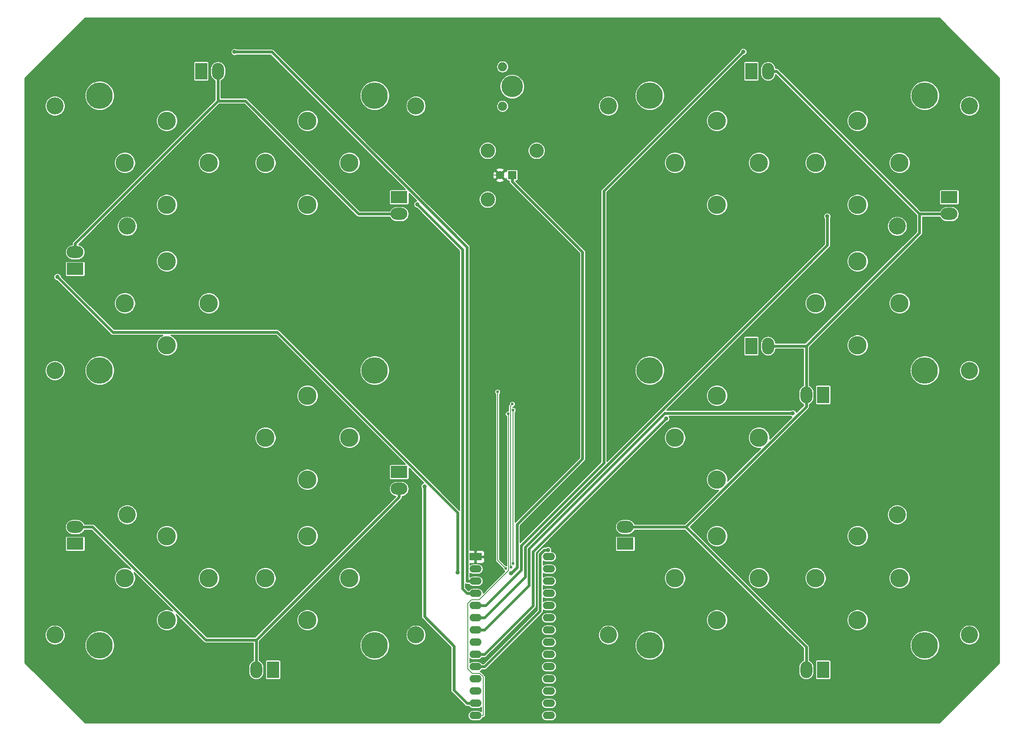
<source format=gbl>
%TF.GenerationSoftware,KiCad,Pcbnew,5.1.10-88a1d61d58~88~ubuntu20.10.1*%
%TF.CreationDate,2021-06-25T14:56:41-04:00*%
%TF.ProjectId,lickport_array_module,6c69636b-706f-4727-945f-61727261795f,1.1*%
%TF.SameCoordinates,Original*%
%TF.FileFunction,Copper,L2,Bot*%
%TF.FilePolarity,Positive*%
%FSLAX46Y46*%
G04 Gerber Fmt 4.6, Leading zero omitted, Abs format (unit mm)*
G04 Created by KiCad (PCBNEW 5.1.10-88a1d61d58~88~ubuntu20.10.1) date 2021-06-25 14:56:41*
%MOMM*%
%LPD*%
G01*
G04 APERTURE LIST*
%TA.AperFunction,ComponentPad*%
%ADD10C,1.900000*%
%TD*%
%TA.AperFunction,ComponentPad*%
%ADD11C,4.500000*%
%TD*%
%TA.AperFunction,ComponentPad*%
%ADD12C,3.810000*%
%TD*%
%TA.AperFunction,ComponentPad*%
%ADD13O,2.540000X1.524000*%
%TD*%
%TA.AperFunction,ComponentPad*%
%ADD14R,2.540000X1.524000*%
%TD*%
%TA.AperFunction,ComponentPad*%
%ADD15C,3.000000*%
%TD*%
%TA.AperFunction,ComponentPad*%
%ADD16C,1.750000*%
%TD*%
%TA.AperFunction,ComponentPad*%
%ADD17R,1.750000X1.750000*%
%TD*%
%TA.AperFunction,ComponentPad*%
%ADD18O,3.500000X2.500000*%
%TD*%
%TA.AperFunction,ComponentPad*%
%ADD19R,3.500000X2.500000*%
%TD*%
%TA.AperFunction,ComponentPad*%
%ADD20O,2.500000X3.500000*%
%TD*%
%TA.AperFunction,ComponentPad*%
%ADD21R,2.500000X3.500000*%
%TD*%
%TA.AperFunction,ComponentPad*%
%ADD22C,3.556000*%
%TD*%
%TA.AperFunction,ComponentPad*%
%ADD23C,5.511800*%
%TD*%
%TA.AperFunction,ViaPad*%
%ADD24C,0.609600*%
%TD*%
%TA.AperFunction,ViaPad*%
%ADD25C,0.914400*%
%TD*%
%TA.AperFunction,Conductor*%
%ADD26C,0.609600*%
%TD*%
%TA.AperFunction,Conductor*%
%ADD27C,0.203200*%
%TD*%
%TA.AperFunction,Conductor*%
%ADD28C,0.254000*%
%TD*%
%TA.AperFunction,Conductor*%
%ADD29C,0.100000*%
%TD*%
G04 APERTURE END LIST*
D10*
%TO.P,P1,*%
%TO.N,*%
X137700000Y-33945000D03*
X137700000Y-25745000D03*
D11*
X139700000Y-29845000D03*
%TD*%
D12*
%TO.P,S1,*%
%TO.N,*%
X67945000Y-83658809D03*
X59216191Y-74930000D03*
X67945000Y-66201191D03*
X76673809Y-74930000D03*
%TD*%
%TO.P,S2,*%
%TO.N,*%
X59216191Y-45720000D03*
X67945000Y-36991191D03*
X76673809Y-45720000D03*
X67945000Y-54448809D03*
%TD*%
%TO.P,S3,*%
%TO.N,*%
X97155000Y-36991191D03*
X105883809Y-45720000D03*
X97155000Y-54448809D03*
X88426191Y-45720000D03*
%TD*%
%TO.P,S4,*%
%TO.N,*%
X173516191Y-45720000D03*
X182245000Y-36991191D03*
X190973809Y-45720000D03*
X182245000Y-54448809D03*
%TD*%
%TO.P,S5,*%
%TO.N,*%
X211455000Y-36991191D03*
X220183809Y-45720000D03*
X211455000Y-54448809D03*
X202726191Y-45720000D03*
%TD*%
%TO.P,S6,*%
%TO.N,*%
X220183809Y-74930000D03*
X211455000Y-83658809D03*
X202726191Y-74930000D03*
X211455000Y-66201191D03*
%TD*%
%TO.P,S7,*%
%TO.N,*%
X220183809Y-132080000D03*
X211455000Y-140808809D03*
X202726191Y-132080000D03*
X211455000Y-123351191D03*
%TD*%
%TO.P,S8,*%
%TO.N,*%
X173516191Y-102870000D03*
X182245000Y-94141191D03*
X190973809Y-102870000D03*
X182245000Y-111598809D03*
%TD*%
%TO.P,S9,*%
%TO.N,*%
X182245000Y-140808809D03*
X173516191Y-132080000D03*
X182245000Y-123351191D03*
X190973809Y-132080000D03*
%TD*%
%TO.P,S10,*%
%TO.N,*%
X105883809Y-132080000D03*
X97155000Y-140808809D03*
X88426191Y-132080000D03*
X97155000Y-123351191D03*
%TD*%
%TO.P,S11,*%
%TO.N,*%
X67945000Y-140808809D03*
X59216191Y-132080000D03*
X67945000Y-123351191D03*
X76673809Y-132080000D03*
%TD*%
%TO.P,S12,*%
%TO.N,*%
X97155000Y-94141191D03*
X105883809Y-102870000D03*
X97155000Y-111598809D03*
X88426191Y-102870000D03*
%TD*%
D13*
%TO.P,TEENSY1,V_IN*%
%TO.N,N/C*%
X147320000Y-127635000D03*
%TO.P,TEENSY1,*%
%TO.N,*%
X147320000Y-130175000D03*
%TO.P,TEENSY1,3V3*%
%TO.N,VDD*%
X147320000Y-132715000D03*
%TO.P,TEENSY1,23*%
%TO.N,N/C*%
X147320000Y-135255000D03*
%TO.P,TEENSY1,22*%
X147320000Y-137795000D03*
%TO.P,TEENSY1,21*%
X147320000Y-140335000D03*
%TO.P,TEENSY1,20*%
X147320000Y-142875000D03*
%TO.P,TEENSY1,19*%
%TO.N,/SCL*%
X147320000Y-145415000D03*
%TO.P,TEENSY1,18*%
%TO.N,/SDA*%
X147320000Y-147955000D03*
%TO.P,TEENSY1,17*%
%TO.N,N/C*%
X147320000Y-150495000D03*
%TO.P,TEENSY1,16*%
X147320000Y-153035000D03*
%TO.P,TEENSY1,15*%
X147320000Y-155575000D03*
%TO.P,TEENSY1,14*%
%TO.N,/SYNC*%
X147320000Y-158115000D03*
%TO.P,TEENSY1,13*%
%TO.N,N/C*%
X147320000Y-160655000D03*
%TO.P,TEENSY1,12*%
%TO.N,/~CHANGE*%
X132080000Y-160655000D03*
%TO.P,TEENSY1,11*%
%TO.N,/SOLENOID_11*%
X132080000Y-158115000D03*
%TO.P,TEENSY1,10*%
%TO.N,/SOLENOID_10*%
X132080000Y-155575000D03*
%TO.P,TEENSY1,9*%
%TO.N,/SOLENOID_9*%
X132080000Y-153035000D03*
%TO.P,TEENSY1,8*%
%TO.N,/SOLENOID_8*%
X132080000Y-150495000D03*
%TO.P,TEENSY1,7*%
%TO.N,/SOLENOID_7*%
X132080000Y-147955000D03*
%TO.P,TEENSY1,6*%
%TO.N,/SOLENOID_6*%
X132080000Y-145415000D03*
%TO.P,TEENSY1,5*%
%TO.N,/SOLENOID_5*%
X132080000Y-142875000D03*
%TO.P,TEENSY1,4*%
%TO.N,/SOLENOID_4*%
X132080000Y-140335000D03*
%TO.P,TEENSY1,3*%
%TO.N,/SOLENOID_3*%
X132080000Y-137795000D03*
%TO.P,TEENSY1,2*%
%TO.N,/SOLENOID_2*%
X132080000Y-135255000D03*
%TO.P,TEENSY1,1*%
%TO.N,/SOLENOID_1*%
X132080000Y-132715000D03*
%TO.P,TEENSY1,0*%
%TO.N,/SOLENOID_0*%
X132080000Y-130175000D03*
D14*
%TO.P,TEENSY1,GND*%
%TO.N,GND*%
X132080000Y-127635000D03*
%TD*%
D15*
%TO.P,P2,*%
%TO.N,*%
X134620000Y-53340000D03*
D16*
%TO.P,P2,2*%
%TO.N,GND*%
X137160000Y-48260000D03*
D17*
%TO.P,P2,1*%
%TO.N,/SYNC*%
X139700000Y-48260000D03*
D15*
%TO.P,P2,*%
%TO.N,*%
X144780000Y-43180000D03*
X134620000Y-43180000D03*
%TD*%
D18*
%TO.P,T1,2*%
%TO.N,VCC*%
X48895000Y-64290000D03*
D19*
%TO.P,T1,1*%
%TO.N,/lickport_interface_0/SH*%
X48895000Y-67790000D03*
%TD*%
D20*
%TO.P,T2,2*%
%TO.N,VCC*%
X78585000Y-26670000D03*
D21*
%TO.P,T2,1*%
%TO.N,/lickport_interface_1/SH*%
X75085000Y-26670000D03*
%TD*%
D18*
%TO.P,T3,2*%
%TO.N,VCC*%
X116205000Y-56360000D03*
D19*
%TO.P,T3,1*%
%TO.N,/lickport_interface_2/SH*%
X116205000Y-52860000D03*
%TD*%
D20*
%TO.P,T4,2*%
%TO.N,VCC*%
X192885000Y-26670000D03*
D21*
%TO.P,T4,1*%
%TO.N,/lickport_interface_3/SH*%
X189385000Y-26670000D03*
%TD*%
D18*
%TO.P,T5,2*%
%TO.N,VCC*%
X230505000Y-56360000D03*
D19*
%TO.P,T5,1*%
%TO.N,/lickport_interface_4/SH*%
X230505000Y-52860000D03*
%TD*%
D20*
%TO.P,T6,2*%
%TO.N,VCC*%
X200815000Y-93980000D03*
D21*
%TO.P,T6,1*%
%TO.N,/lickport_interface_5/SH*%
X204315000Y-93980000D03*
%TD*%
D20*
%TO.P,T7,2*%
%TO.N,VCC*%
X200815000Y-151130000D03*
D21*
%TO.P,T7,1*%
%TO.N,/lickport_interface_6/SH*%
X204315000Y-151130000D03*
%TD*%
D20*
%TO.P,T8,2*%
%TO.N,VCC*%
X192885000Y-83820000D03*
D21*
%TO.P,T8,1*%
%TO.N,/lickport_interface_7/SH*%
X189385000Y-83820000D03*
%TD*%
D18*
%TO.P,T9,2*%
%TO.N,VCC*%
X163195000Y-121440000D03*
D19*
%TO.P,T9,1*%
%TO.N,/lickport_interface_8/SH*%
X163195000Y-124940000D03*
%TD*%
D20*
%TO.P,T10,2*%
%TO.N,VCC*%
X86515000Y-151130000D03*
D21*
%TO.P,T10,1*%
%TO.N,/lickport_interface_9/SH*%
X90015000Y-151130000D03*
%TD*%
D18*
%TO.P,T11,2*%
%TO.N,VCC*%
X48895000Y-121440000D03*
D19*
%TO.P,T11,1*%
%TO.N,/lickport_interface_10/SH*%
X48895000Y-124940000D03*
%TD*%
D18*
%TO.P,T12,2*%
%TO.N,VCC*%
X116205000Y-113510000D03*
D19*
%TO.P,T12,1*%
%TO.N,/lickport_interface_11/SH*%
X116205000Y-110010000D03*
%TD*%
D22*
%TO.P,MH1,1*%
%TO.N,N/C*%
X44700000Y-33900000D03*
%TD*%
%TO.P,MH2,1*%
%TO.N,N/C*%
X119700000Y-33900000D03*
%TD*%
%TO.P,MH3,1*%
%TO.N,N/C*%
X159700000Y-33900000D03*
%TD*%
%TO.P,MH4,1*%
%TO.N,N/C*%
X234700000Y-33900000D03*
%TD*%
%TO.P,MH5,1*%
%TO.N,N/C*%
X219700000Y-58900000D03*
%TD*%
%TO.P,MH6,1*%
%TO.N,N/C*%
X234700000Y-88900000D03*
%TD*%
%TO.P,MH7,1*%
%TO.N,N/C*%
X219700000Y-118900000D03*
%TD*%
%TO.P,MH8,1*%
%TO.N,N/C*%
X234700000Y-143900000D03*
%TD*%
%TO.P,MH9,1*%
%TO.N,N/C*%
X159700000Y-143900000D03*
%TD*%
%TO.P,MH10,1*%
%TO.N,N/C*%
X119700000Y-143900000D03*
%TD*%
%TO.P,MH11,1*%
%TO.N,N/C*%
X44700000Y-143900000D03*
%TD*%
%TO.P,MH12,1*%
%TO.N,N/C*%
X59700000Y-118900000D03*
%TD*%
%TO.P,MH13,1*%
%TO.N,N/C*%
X44700000Y-88900000D03*
%TD*%
%TO.P,MH14,1*%
%TO.N,N/C*%
X59700000Y-58900000D03*
%TD*%
D23*
%TO.P,P3,1*%
%TO.N,/lickport_interface_0/SENSE*%
X53975000Y-88900000D03*
%TD*%
%TO.P,P4,1*%
%TO.N,/lickport_interface_1/SENSE*%
X53975000Y-31750000D03*
%TD*%
%TO.P,P5,1*%
%TO.N,/lickport_interface_2/SENSE*%
X111125000Y-31750000D03*
%TD*%
%TO.P,P6,1*%
%TO.N,/lickport_interface_3/SENSE*%
X168275000Y-31750000D03*
%TD*%
%TO.P,P7,1*%
%TO.N,/lickport_interface_4/SENSE*%
X225425000Y-31750000D03*
%TD*%
%TO.P,P8,1*%
%TO.N,/lickport_interface_5/SENSE*%
X225425000Y-88900000D03*
%TD*%
%TO.P,P9,1*%
%TO.N,/lickport_interface_6/SENSE*%
X225425000Y-146050000D03*
%TD*%
%TO.P,P10,1*%
%TO.N,/lickport_interface_7/SENSE*%
X168275000Y-88900000D03*
%TD*%
%TO.P,P11,1*%
%TO.N,/lickport_interface_8/SENSE*%
X168275000Y-146050000D03*
%TD*%
%TO.P,P12,1*%
%TO.N,/lickport_interface_9/SENSE*%
X111125000Y-146050000D03*
%TD*%
%TO.P,P13,1*%
%TO.N,/lickport_interface_10/SENSE*%
X53975000Y-146050000D03*
%TD*%
%TO.P,P14,1*%
%TO.N,/lickport_interface_11/SENSE*%
X111125000Y-88900000D03*
%TD*%
D24*
%TO.N,GND*%
X133985008Y-88900000D03*
X134620000Y-94615000D03*
%TO.N,VDD*%
X139882800Y-129075700D03*
X139894406Y-97155000D03*
D25*
%TO.N,/SYNC*%
X139486400Y-131112500D03*
D24*
%TO.N,/SDA*%
X138405400Y-130103700D03*
X136666500Y-93345000D03*
%TO.N,/SCL*%
X139478100Y-129841800D03*
X139731518Y-95885000D03*
%TO.N,/~CHANGE*%
X138838900Y-97929900D03*
D25*
%TO.N,/SOLENOID_0*%
X128360900Y-130918400D03*
X45201900Y-69449200D03*
%TO.N,/SOLENOID_1*%
X82020600Y-22662400D03*
%TO.N,/SOLENOID_2*%
X120015000Y-54390600D03*
%TO.N,/SOLENOID_3*%
X187718400Y-22632000D03*
%TO.N,/SOLENOID_4*%
X205186900Y-56866000D03*
%TO.N,/SOLENOID_5*%
X198014200Y-97790000D03*
%TO.N,/SOLENOID_8*%
X147136914Y-126212600D03*
%TO.N,/SOLENOID_7*%
X171689300Y-98905600D03*
%TO.N,/SOLENOID_11*%
X121487300Y-113008100D03*
%TD*%
D26*
%TO.N,VCC*%
X224333300Y-56360000D02*
X230505000Y-56360000D01*
X194643300Y-26670000D02*
X224333300Y-56360000D01*
X200815000Y-83820000D02*
X224333300Y-60301700D01*
X224333300Y-60301700D02*
X224333300Y-56360000D01*
X200815000Y-83820000D02*
X200815000Y-93980000D01*
X194643300Y-83820000D02*
X200815000Y-83820000D01*
X192885000Y-26670000D02*
X194643300Y-26670000D01*
X175816900Y-121440000D02*
X163195000Y-121440000D01*
X200815000Y-93980000D02*
X200815000Y-96441900D01*
X200815000Y-96441900D02*
X175816900Y-121440000D01*
X175816900Y-121440000D02*
X200815000Y-146438100D01*
X200815000Y-146438100D02*
X200815000Y-151130000D01*
X86515000Y-144958300D02*
X76060200Y-144958300D01*
X76060200Y-144958300D02*
X52541900Y-121440000D01*
X52541900Y-121440000D02*
X48895000Y-121440000D01*
X116205000Y-115268300D02*
X86515000Y-144958300D01*
X86515000Y-144958300D02*
X86515000Y-151130000D01*
X78585000Y-32841700D02*
X78585000Y-26670000D01*
X48895000Y-62531700D02*
X78585000Y-32841700D01*
X116205000Y-56360000D02*
X107795000Y-56360000D01*
X107795000Y-56360000D02*
X84276700Y-32841700D01*
X84276700Y-32841700D02*
X78585000Y-32841700D01*
X48895000Y-64290000D02*
X48895000Y-62531700D01*
X116205000Y-113510000D02*
X116205000Y-115268300D01*
X192885000Y-83820000D02*
X194643300Y-83820000D01*
D27*
%TO.N,GND*%
X132080000Y-97155000D02*
X134620000Y-94615000D01*
X134620000Y-89534992D02*
X134620000Y-94615000D01*
X132080000Y-127635000D02*
X132080000Y-97155000D01*
X133985008Y-88900000D02*
X134620000Y-89534992D01*
X133985000Y-88899992D02*
X133985008Y-88900000D01*
X132080000Y-55880000D02*
X133985000Y-57785000D01*
X133985000Y-57785000D02*
X133985000Y-88899992D01*
X132080000Y-51435000D02*
X132080000Y-55880000D01*
X135255000Y-48260000D02*
X132080000Y-51435000D01*
X137160000Y-48260000D02*
X135255000Y-48260000D01*
%TO.N,VDD*%
X139882800Y-129075700D02*
X139882800Y-97166606D01*
X139882800Y-97166606D02*
X139894406Y-97155000D01*
D26*
%TO.N,/SYNC*%
X154305000Y-64248300D02*
X139700000Y-49643300D01*
X154305000Y-107315000D02*
X154305000Y-64248300D01*
X139700000Y-49643300D02*
X139700000Y-48260000D01*
X140715900Y-120904100D02*
X154305000Y-107315000D01*
X140715900Y-129883000D02*
X140715900Y-120904100D01*
X139486400Y-131112500D02*
X140715900Y-129883000D01*
D27*
%TO.N,/SDA*%
X138405400Y-130103700D02*
X136666500Y-128364800D01*
X136666500Y-128364800D02*
X136666500Y-93345000D01*
%TO.N,/SCL*%
X139478100Y-129841800D02*
X139351800Y-129715500D01*
X139351800Y-129715500D02*
X139351800Y-96264718D01*
X139351800Y-96264718D02*
X139731518Y-95885000D01*
%TO.N,/~CHANGE*%
X138838900Y-97929900D02*
X138946300Y-98037300D01*
X138946300Y-98037300D02*
X138946300Y-130468300D01*
X138946300Y-130468300D02*
X132850400Y-136564200D01*
X132850400Y-136564200D02*
X131237800Y-136564200D01*
X131237800Y-136564200D02*
X130464700Y-137337300D01*
X130464700Y-137337300D02*
X130464700Y-150967200D01*
X130464700Y-150967200D02*
X131393100Y-151895600D01*
X131393100Y-151895600D02*
X132983600Y-151895600D01*
X132983600Y-151895600D02*
X133701800Y-152613800D01*
X133701800Y-152613800D02*
X133701800Y-160608000D01*
X133701800Y-160608000D02*
X133654800Y-160655000D01*
X132080000Y-160655000D02*
X133654800Y-160655000D01*
D26*
%TO.N,/SOLENOID_0*%
X45201900Y-69449200D02*
X56709900Y-80957200D01*
X56709900Y-80957200D02*
X90884000Y-80957200D01*
X90884000Y-80957200D02*
X128360900Y-118434100D01*
X128360900Y-118434100D02*
X128360900Y-130918400D01*
%TO.N,/SOLENOID_1*%
X132080000Y-132715000D02*
X130301700Y-132715000D01*
X82020600Y-22662400D02*
X89734400Y-22662400D01*
X89734400Y-22662400D02*
X130301700Y-63229700D01*
X130301700Y-63229700D02*
X130301700Y-132715000D01*
%TO.N,/SOLENOID_2*%
X132080000Y-135255000D02*
X130301700Y-135255000D01*
X130301700Y-135255000D02*
X129384500Y-134337800D01*
X129384500Y-134337800D02*
X129384500Y-63760100D01*
X129384500Y-63760100D02*
X120015000Y-54390600D01*
%TO.N,/SOLENOID_3*%
X133858300Y-137795000D02*
X132080000Y-137795000D01*
X134189500Y-137795000D02*
X133858300Y-137795000D01*
X158750000Y-108168526D02*
X141605000Y-125313526D01*
X141605000Y-130379500D02*
X134189500Y-137795000D01*
X158750000Y-51600400D02*
X158750000Y-108168526D01*
X187718400Y-22632000D02*
X158750000Y-51600400D01*
X141605000Y-125313526D02*
X141605000Y-130379500D01*
%TO.N,/SOLENOID_4*%
X205186900Y-62881114D02*
X142417811Y-125650203D01*
X205186900Y-56866000D02*
X205186900Y-62881114D01*
X142417811Y-125650203D02*
X142417811Y-131876789D01*
X133959600Y-140335000D02*
X132080000Y-140335000D01*
X142417811Y-131876789D02*
X133959600Y-140335000D01*
%TO.N,/SOLENOID_5*%
X171427500Y-97790000D02*
X143230621Y-125986879D01*
X143230621Y-133603979D02*
X133959600Y-142875000D01*
X133959600Y-142875000D02*
X132080000Y-142875000D01*
X143230621Y-125986879D02*
X143230621Y-133603979D01*
X198014200Y-97790000D02*
X171427500Y-97790000D01*
%TO.N,/SOLENOID_8*%
X133959600Y-150495000D02*
X145510893Y-138943707D01*
X146406605Y-126212600D02*
X147136914Y-126212600D01*
X145510893Y-138943707D02*
X145510893Y-127108312D01*
X145510893Y-127108312D02*
X146406605Y-126212600D01*
X132080000Y-150495000D02*
X133959600Y-150495000D01*
%TO.N,/SOLENOID_7*%
X144043431Y-126551469D02*
X144043431Y-137871169D01*
X144043431Y-137871169D02*
X133959600Y-147955000D01*
X171689300Y-98905600D02*
X144043431Y-126551469D01*
X133959600Y-147955000D02*
X132080000Y-147955000D01*
%TO.N,/SOLENOID_11*%
X132080000Y-158115000D02*
X130301700Y-158115000D01*
X130301700Y-158115000D02*
X127588800Y-155402100D01*
X127588800Y-155402100D02*
X127588800Y-146199200D01*
X127588800Y-146199200D02*
X121487300Y-140097700D01*
X121487300Y-140097700D02*
X121487300Y-113008100D01*
%TD*%
D28*
%TO.N,GND*%
X240906300Y-28103076D02*
X240906301Y-149696923D01*
X228436925Y-162166300D01*
X50963076Y-162166300D01*
X38493700Y-149696925D01*
X38493700Y-143692360D01*
X42591800Y-143692360D01*
X42591800Y-144107640D01*
X42672817Y-144514939D01*
X42831737Y-144898607D01*
X43062454Y-145243899D01*
X43356101Y-145537546D01*
X43701393Y-145768263D01*
X44085061Y-145927183D01*
X44492360Y-146008200D01*
X44907640Y-146008200D01*
X45314939Y-145927183D01*
X45698607Y-145768263D01*
X45731857Y-145746046D01*
X50888900Y-145746046D01*
X50888900Y-146353954D01*
X51007497Y-146950182D01*
X51240134Y-147511816D01*
X51577870Y-148017274D01*
X52007726Y-148447130D01*
X52513184Y-148784866D01*
X53074818Y-149017503D01*
X53671046Y-149136100D01*
X54278954Y-149136100D01*
X54875182Y-149017503D01*
X55436816Y-148784866D01*
X55942274Y-148447130D01*
X56372130Y-148017274D01*
X56709866Y-147511816D01*
X56942503Y-146950182D01*
X57061100Y-146353954D01*
X57061100Y-145746046D01*
X56942503Y-145149818D01*
X56709866Y-144588184D01*
X56372130Y-144082726D01*
X55942274Y-143652870D01*
X55436816Y-143315134D01*
X54875182Y-143082497D01*
X54278954Y-142963900D01*
X53671046Y-142963900D01*
X53074818Y-143082497D01*
X52513184Y-143315134D01*
X52007726Y-143652870D01*
X51577870Y-144082726D01*
X51240134Y-144588184D01*
X51007497Y-145149818D01*
X50888900Y-145746046D01*
X45731857Y-145746046D01*
X46043899Y-145537546D01*
X46337546Y-145243899D01*
X46568263Y-144898607D01*
X46727183Y-144514939D01*
X46808200Y-144107640D01*
X46808200Y-143692360D01*
X46727183Y-143285061D01*
X46568263Y-142901393D01*
X46337546Y-142556101D01*
X46043899Y-142262454D01*
X45698607Y-142031737D01*
X45314939Y-141872817D01*
X44907640Y-141791800D01*
X44492360Y-141791800D01*
X44085061Y-141872817D01*
X43701393Y-142031737D01*
X43356101Y-142262454D01*
X43062454Y-142556101D01*
X42831737Y-142901393D01*
X42672817Y-143285061D01*
X42591800Y-143692360D01*
X38493700Y-143692360D01*
X38493700Y-123690000D01*
X46813203Y-123690000D01*
X46813203Y-126190000D01*
X46819578Y-126254730D01*
X46838460Y-126316973D01*
X46869121Y-126374337D01*
X46910384Y-126424616D01*
X46960663Y-126465879D01*
X47018027Y-126496540D01*
X47080270Y-126515422D01*
X47145000Y-126521797D01*
X50645000Y-126521797D01*
X50709730Y-126515422D01*
X50771973Y-126496540D01*
X50829337Y-126465879D01*
X50879616Y-126424616D01*
X50920879Y-126374337D01*
X50951540Y-126316973D01*
X50970422Y-126254730D01*
X50976797Y-126190000D01*
X50976797Y-123690000D01*
X50970422Y-123625270D01*
X50951540Y-123563027D01*
X50920879Y-123505663D01*
X50879616Y-123455384D01*
X50829337Y-123414121D01*
X50771973Y-123383460D01*
X50709730Y-123364578D01*
X50645000Y-123358203D01*
X47145000Y-123358203D01*
X47080270Y-123364578D01*
X47018027Y-123383460D01*
X46960663Y-123414121D01*
X46910384Y-123455384D01*
X46869121Y-123505663D01*
X46838460Y-123563027D01*
X46819578Y-123625270D01*
X46813203Y-123690000D01*
X38493700Y-123690000D01*
X38493700Y-121440000D01*
X46807155Y-121440000D01*
X46837665Y-121749773D01*
X46928023Y-122047642D01*
X47074755Y-122322159D01*
X47272224Y-122562776D01*
X47512841Y-122760245D01*
X47787358Y-122906977D01*
X48085227Y-122997335D01*
X48317379Y-123020200D01*
X49472621Y-123020200D01*
X49704773Y-122997335D01*
X50002642Y-122906977D01*
X50277159Y-122760245D01*
X50517776Y-122562776D01*
X50715245Y-122322159D01*
X50847354Y-122075000D01*
X52278876Y-122075000D01*
X60359676Y-130155801D01*
X60274955Y-130099192D01*
X59868175Y-129930698D01*
X59436339Y-129844800D01*
X58996043Y-129844800D01*
X58564207Y-129930698D01*
X58157427Y-130099192D01*
X57791334Y-130343807D01*
X57479998Y-130655143D01*
X57235383Y-131021236D01*
X57066889Y-131428016D01*
X56980991Y-131859852D01*
X56980991Y-132300148D01*
X57066889Y-132731984D01*
X57235383Y-133138764D01*
X57479998Y-133504857D01*
X57791334Y-133816193D01*
X58157427Y-134060808D01*
X58564207Y-134229302D01*
X58996043Y-134315200D01*
X59436339Y-134315200D01*
X59868175Y-134229302D01*
X60274955Y-134060808D01*
X60641048Y-133816193D01*
X60952384Y-133504857D01*
X61196999Y-133138764D01*
X61365493Y-132731984D01*
X61451391Y-132300148D01*
X61451391Y-131859852D01*
X61365493Y-131428016D01*
X61196999Y-131021236D01*
X61140391Y-130936515D01*
X69088483Y-138884608D01*
X69003764Y-138828001D01*
X68596984Y-138659507D01*
X68165148Y-138573609D01*
X67724852Y-138573609D01*
X67293016Y-138659507D01*
X66886236Y-138828001D01*
X66520143Y-139072616D01*
X66208807Y-139383952D01*
X65964192Y-139750045D01*
X65795698Y-140156825D01*
X65709800Y-140588661D01*
X65709800Y-141028957D01*
X65795698Y-141460793D01*
X65964192Y-141867573D01*
X66208807Y-142233666D01*
X66520143Y-142545002D01*
X66886236Y-142789617D01*
X67293016Y-142958111D01*
X67724852Y-143044009D01*
X68165148Y-143044009D01*
X68596984Y-142958111D01*
X69003764Y-142789617D01*
X69369857Y-142545002D01*
X69681193Y-142233666D01*
X69925808Y-141867573D01*
X70094302Y-141460793D01*
X70180200Y-141028957D01*
X70180200Y-140588661D01*
X70094302Y-140156825D01*
X69925808Y-139750045D01*
X69869201Y-139665327D01*
X75589135Y-145385261D01*
X75609015Y-145409485D01*
X75633239Y-145429365D01*
X75633243Y-145429369D01*
X75705706Y-145488838D01*
X75816020Y-145547802D01*
X75935718Y-145584112D01*
X76029008Y-145593300D01*
X76029011Y-145593300D01*
X76060200Y-145596372D01*
X76091389Y-145593300D01*
X85880000Y-145593300D01*
X85880001Y-149177646D01*
X85632842Y-149309755D01*
X85392225Y-149507224D01*
X85194755Y-149747841D01*
X85048023Y-150022358D01*
X84957665Y-150320227D01*
X84934800Y-150552379D01*
X84934800Y-151707620D01*
X84957665Y-151939772D01*
X85048023Y-152237641D01*
X85194755Y-152512158D01*
X85392224Y-152752776D01*
X85632841Y-152950245D01*
X85907358Y-153096977D01*
X86205227Y-153187335D01*
X86515000Y-153217845D01*
X86824772Y-153187335D01*
X87122641Y-153096977D01*
X87397158Y-152950245D01*
X87637776Y-152752776D01*
X87835245Y-152512159D01*
X87981977Y-152237642D01*
X88072335Y-151939773D01*
X88095200Y-151707621D01*
X88095200Y-150552379D01*
X88072335Y-150320227D01*
X87981977Y-150022358D01*
X87835245Y-149747841D01*
X87637776Y-149507224D01*
X87482753Y-149380000D01*
X88433203Y-149380000D01*
X88433203Y-152880000D01*
X88439578Y-152944730D01*
X88458460Y-153006973D01*
X88489121Y-153064337D01*
X88530384Y-153114616D01*
X88580663Y-153155879D01*
X88638027Y-153186540D01*
X88700270Y-153205422D01*
X88765000Y-153211797D01*
X91265000Y-153211797D01*
X91329730Y-153205422D01*
X91391973Y-153186540D01*
X91449337Y-153155879D01*
X91499616Y-153114616D01*
X91540879Y-153064337D01*
X91571540Y-153006973D01*
X91590422Y-152944730D01*
X91596797Y-152880000D01*
X91596797Y-149380000D01*
X91590422Y-149315270D01*
X91571540Y-149253027D01*
X91540879Y-149195663D01*
X91499616Y-149145384D01*
X91449337Y-149104121D01*
X91391973Y-149073460D01*
X91329730Y-149054578D01*
X91265000Y-149048203D01*
X88765000Y-149048203D01*
X88700270Y-149054578D01*
X88638027Y-149073460D01*
X88580663Y-149104121D01*
X88530384Y-149145384D01*
X88489121Y-149195663D01*
X88458460Y-149253027D01*
X88439578Y-149315270D01*
X88433203Y-149380000D01*
X87482753Y-149380000D01*
X87397159Y-149309755D01*
X87150000Y-149177646D01*
X87150000Y-145746046D01*
X108038900Y-145746046D01*
X108038900Y-146353954D01*
X108157497Y-146950182D01*
X108390134Y-147511816D01*
X108727870Y-148017274D01*
X109157726Y-148447130D01*
X109663184Y-148784866D01*
X110224818Y-149017503D01*
X110821046Y-149136100D01*
X111428954Y-149136100D01*
X112025182Y-149017503D01*
X112586816Y-148784866D01*
X113092274Y-148447130D01*
X113522130Y-148017274D01*
X113859866Y-147511816D01*
X114092503Y-146950182D01*
X114211100Y-146353954D01*
X114211100Y-145746046D01*
X114092503Y-145149818D01*
X113859866Y-144588184D01*
X113522130Y-144082726D01*
X113131764Y-143692360D01*
X117591800Y-143692360D01*
X117591800Y-144107640D01*
X117672817Y-144514939D01*
X117831737Y-144898607D01*
X118062454Y-145243899D01*
X118356101Y-145537546D01*
X118701393Y-145768263D01*
X119085061Y-145927183D01*
X119492360Y-146008200D01*
X119907640Y-146008200D01*
X120314939Y-145927183D01*
X120698607Y-145768263D01*
X121043899Y-145537546D01*
X121337546Y-145243899D01*
X121568263Y-144898607D01*
X121727183Y-144514939D01*
X121808200Y-144107640D01*
X121808200Y-143692360D01*
X121727183Y-143285061D01*
X121568263Y-142901393D01*
X121337546Y-142556101D01*
X121043899Y-142262454D01*
X120698607Y-142031737D01*
X120314939Y-141872817D01*
X119907640Y-141791800D01*
X119492360Y-141791800D01*
X119085061Y-141872817D01*
X118701393Y-142031737D01*
X118356101Y-142262454D01*
X118062454Y-142556101D01*
X117831737Y-142901393D01*
X117672817Y-143285061D01*
X117591800Y-143692360D01*
X113131764Y-143692360D01*
X113092274Y-143652870D01*
X112586816Y-143315134D01*
X112025182Y-143082497D01*
X111428954Y-142963900D01*
X110821046Y-142963900D01*
X110224818Y-143082497D01*
X109663184Y-143315134D01*
X109157726Y-143652870D01*
X108727870Y-144082726D01*
X108390134Y-144588184D01*
X108157497Y-145149818D01*
X108038900Y-145746046D01*
X87150000Y-145746046D01*
X87150000Y-145221324D01*
X91782663Y-140588661D01*
X94919800Y-140588661D01*
X94919800Y-141028957D01*
X95005698Y-141460793D01*
X95174192Y-141867573D01*
X95418807Y-142233666D01*
X95730143Y-142545002D01*
X96096236Y-142789617D01*
X96503016Y-142958111D01*
X96934852Y-143044009D01*
X97375148Y-143044009D01*
X97806984Y-142958111D01*
X98213764Y-142789617D01*
X98579857Y-142545002D01*
X98891193Y-142233666D01*
X99135808Y-141867573D01*
X99304302Y-141460793D01*
X99390200Y-141028957D01*
X99390200Y-140588661D01*
X99304302Y-140156825D01*
X99135808Y-139750045D01*
X98891193Y-139383952D01*
X98579857Y-139072616D01*
X98213764Y-138828001D01*
X97806984Y-138659507D01*
X97375148Y-138573609D01*
X96934852Y-138573609D01*
X96503016Y-138659507D01*
X96096236Y-138828001D01*
X95730143Y-139072616D01*
X95418807Y-139383952D01*
X95174192Y-139750045D01*
X95005698Y-140156825D01*
X94919800Y-140588661D01*
X91782663Y-140588661D01*
X100511472Y-131859852D01*
X103648609Y-131859852D01*
X103648609Y-132300148D01*
X103734507Y-132731984D01*
X103903001Y-133138764D01*
X104147616Y-133504857D01*
X104458952Y-133816193D01*
X104825045Y-134060808D01*
X105231825Y-134229302D01*
X105663661Y-134315200D01*
X106103957Y-134315200D01*
X106535793Y-134229302D01*
X106942573Y-134060808D01*
X107308666Y-133816193D01*
X107620002Y-133504857D01*
X107864617Y-133138764D01*
X108033111Y-132731984D01*
X108119009Y-132300148D01*
X108119009Y-131859852D01*
X108033111Y-131428016D01*
X107864617Y-131021236D01*
X107620002Y-130655143D01*
X107308666Y-130343807D01*
X106942573Y-130099192D01*
X106535793Y-129930698D01*
X106103957Y-129844800D01*
X105663661Y-129844800D01*
X105231825Y-129930698D01*
X104825045Y-130099192D01*
X104458952Y-130343807D01*
X104147616Y-130655143D01*
X103903001Y-131021236D01*
X103734507Y-131428016D01*
X103648609Y-131859852D01*
X100511472Y-131859852D01*
X116631961Y-115739365D01*
X116656185Y-115719485D01*
X116676065Y-115695261D01*
X116676069Y-115695257D01*
X116735538Y-115622794D01*
X116794502Y-115512480D01*
X116830812Y-115392782D01*
X116840000Y-115299492D01*
X116840000Y-115299489D01*
X116843072Y-115268300D01*
X116840000Y-115237111D01*
X116840000Y-115084549D01*
X117014773Y-115067335D01*
X117312642Y-114976977D01*
X117587159Y-114830245D01*
X117827776Y-114632776D01*
X118025245Y-114392159D01*
X118171977Y-114117642D01*
X118262335Y-113819773D01*
X118292845Y-113510000D01*
X118262335Y-113200227D01*
X118171977Y-112902358D01*
X118025245Y-112627841D01*
X117827776Y-112387224D01*
X117587159Y-112189755D01*
X117312642Y-112043023D01*
X117014773Y-111952665D01*
X116782621Y-111929800D01*
X115627379Y-111929800D01*
X115395227Y-111952665D01*
X115097358Y-112043023D01*
X114822841Y-112189755D01*
X114582224Y-112387224D01*
X114384755Y-112627841D01*
X114238023Y-112902358D01*
X114147665Y-113200227D01*
X114117155Y-113510000D01*
X114147665Y-113819773D01*
X114238023Y-114117642D01*
X114384755Y-114392159D01*
X114582224Y-114632776D01*
X114822841Y-114830245D01*
X115097358Y-114976977D01*
X115395227Y-115067335D01*
X115497833Y-115077441D01*
X86251976Y-144323300D01*
X76323226Y-144323300D01*
X63859778Y-131859852D01*
X74438609Y-131859852D01*
X74438609Y-132300148D01*
X74524507Y-132731984D01*
X74693001Y-133138764D01*
X74937616Y-133504857D01*
X75248952Y-133816193D01*
X75615045Y-134060808D01*
X76021825Y-134229302D01*
X76453661Y-134315200D01*
X76893957Y-134315200D01*
X77325793Y-134229302D01*
X77732573Y-134060808D01*
X78098666Y-133816193D01*
X78410002Y-133504857D01*
X78654617Y-133138764D01*
X78823111Y-132731984D01*
X78909009Y-132300148D01*
X78909009Y-131859852D01*
X86190991Y-131859852D01*
X86190991Y-132300148D01*
X86276889Y-132731984D01*
X86445383Y-133138764D01*
X86689998Y-133504857D01*
X87001334Y-133816193D01*
X87367427Y-134060808D01*
X87774207Y-134229302D01*
X88206043Y-134315200D01*
X88646339Y-134315200D01*
X89078175Y-134229302D01*
X89484955Y-134060808D01*
X89851048Y-133816193D01*
X90162384Y-133504857D01*
X90406999Y-133138764D01*
X90575493Y-132731984D01*
X90661391Y-132300148D01*
X90661391Y-131859852D01*
X90575493Y-131428016D01*
X90406999Y-131021236D01*
X90162384Y-130655143D01*
X89851048Y-130343807D01*
X89484955Y-130099192D01*
X89078175Y-129930698D01*
X88646339Y-129844800D01*
X88206043Y-129844800D01*
X87774207Y-129930698D01*
X87367427Y-130099192D01*
X87001334Y-130343807D01*
X86689998Y-130655143D01*
X86445383Y-131021236D01*
X86276889Y-131428016D01*
X86190991Y-131859852D01*
X78909009Y-131859852D01*
X78823111Y-131428016D01*
X78654617Y-131021236D01*
X78410002Y-130655143D01*
X78098666Y-130343807D01*
X77732573Y-130099192D01*
X77325793Y-129930698D01*
X76893957Y-129844800D01*
X76453661Y-129844800D01*
X76021825Y-129930698D01*
X75615045Y-130099192D01*
X75248952Y-130343807D01*
X74937616Y-130655143D01*
X74693001Y-131021236D01*
X74524507Y-131428016D01*
X74438609Y-131859852D01*
X63859778Y-131859852D01*
X55130968Y-123131043D01*
X65709800Y-123131043D01*
X65709800Y-123571339D01*
X65795698Y-124003175D01*
X65964192Y-124409955D01*
X66208807Y-124776048D01*
X66520143Y-125087384D01*
X66886236Y-125331999D01*
X67293016Y-125500493D01*
X67724852Y-125586391D01*
X68165148Y-125586391D01*
X68596984Y-125500493D01*
X69003764Y-125331999D01*
X69369857Y-125087384D01*
X69681193Y-124776048D01*
X69925808Y-124409955D01*
X70094302Y-124003175D01*
X70180200Y-123571339D01*
X70180200Y-123131043D01*
X94919800Y-123131043D01*
X94919800Y-123571339D01*
X95005698Y-124003175D01*
X95174192Y-124409955D01*
X95418807Y-124776048D01*
X95730143Y-125087384D01*
X96096236Y-125331999D01*
X96503016Y-125500493D01*
X96934852Y-125586391D01*
X97375148Y-125586391D01*
X97806984Y-125500493D01*
X98213764Y-125331999D01*
X98579857Y-125087384D01*
X98891193Y-124776048D01*
X99135808Y-124409955D01*
X99304302Y-124003175D01*
X99390200Y-123571339D01*
X99390200Y-123131043D01*
X99304302Y-122699207D01*
X99135808Y-122292427D01*
X98891193Y-121926334D01*
X98579857Y-121614998D01*
X98213764Y-121370383D01*
X97806984Y-121201889D01*
X97375148Y-121115991D01*
X96934852Y-121115991D01*
X96503016Y-121201889D01*
X96096236Y-121370383D01*
X95730143Y-121614998D01*
X95418807Y-121926334D01*
X95174192Y-122292427D01*
X95005698Y-122699207D01*
X94919800Y-123131043D01*
X70180200Y-123131043D01*
X70094302Y-122699207D01*
X69925808Y-122292427D01*
X69681193Y-121926334D01*
X69369857Y-121614998D01*
X69003764Y-121370383D01*
X68596984Y-121201889D01*
X68165148Y-121115991D01*
X67724852Y-121115991D01*
X67293016Y-121201889D01*
X66886236Y-121370383D01*
X66520143Y-121614998D01*
X66208807Y-121926334D01*
X65964192Y-122292427D01*
X65795698Y-122699207D01*
X65709800Y-123131043D01*
X55130968Y-123131043D01*
X53012974Y-121013050D01*
X52993085Y-120988815D01*
X52896394Y-120909463D01*
X52786080Y-120850498D01*
X52666382Y-120814188D01*
X52573092Y-120805000D01*
X52573081Y-120805000D01*
X52541900Y-120801929D01*
X52510719Y-120805000D01*
X50847354Y-120805000D01*
X50715245Y-120557841D01*
X50517776Y-120317224D01*
X50277159Y-120119755D01*
X50002642Y-119973023D01*
X49704773Y-119882665D01*
X49472621Y-119859800D01*
X48317379Y-119859800D01*
X48085227Y-119882665D01*
X47787358Y-119973023D01*
X47512841Y-120119755D01*
X47272224Y-120317224D01*
X47074755Y-120557841D01*
X46928023Y-120832358D01*
X46837665Y-121130227D01*
X46807155Y-121440000D01*
X38493700Y-121440000D01*
X38493700Y-118692360D01*
X57591800Y-118692360D01*
X57591800Y-119107640D01*
X57672817Y-119514939D01*
X57831737Y-119898607D01*
X58062454Y-120243899D01*
X58356101Y-120537546D01*
X58701393Y-120768263D01*
X59085061Y-120927183D01*
X59492360Y-121008200D01*
X59907640Y-121008200D01*
X60314939Y-120927183D01*
X60698607Y-120768263D01*
X61043899Y-120537546D01*
X61337546Y-120243899D01*
X61568263Y-119898607D01*
X61727183Y-119514939D01*
X61808200Y-119107640D01*
X61808200Y-118692360D01*
X61727183Y-118285061D01*
X61568263Y-117901393D01*
X61337546Y-117556101D01*
X61043899Y-117262454D01*
X60698607Y-117031737D01*
X60314939Y-116872817D01*
X59907640Y-116791800D01*
X59492360Y-116791800D01*
X59085061Y-116872817D01*
X58701393Y-117031737D01*
X58356101Y-117262454D01*
X58062454Y-117556101D01*
X57831737Y-117901393D01*
X57672817Y-118285061D01*
X57591800Y-118692360D01*
X38493700Y-118692360D01*
X38493700Y-111378661D01*
X94919800Y-111378661D01*
X94919800Y-111818957D01*
X95005698Y-112250793D01*
X95174192Y-112657573D01*
X95418807Y-113023666D01*
X95730143Y-113335002D01*
X96096236Y-113579617D01*
X96503016Y-113748111D01*
X96934852Y-113834009D01*
X97375148Y-113834009D01*
X97806984Y-113748111D01*
X98213764Y-113579617D01*
X98579857Y-113335002D01*
X98891193Y-113023666D01*
X99135808Y-112657573D01*
X99304302Y-112250793D01*
X99390200Y-111818957D01*
X99390200Y-111378661D01*
X99304302Y-110946825D01*
X99135808Y-110540045D01*
X98891193Y-110173952D01*
X98579857Y-109862616D01*
X98213764Y-109618001D01*
X97806984Y-109449507D01*
X97375148Y-109363609D01*
X96934852Y-109363609D01*
X96503016Y-109449507D01*
X96096236Y-109618001D01*
X95730143Y-109862616D01*
X95418807Y-110173952D01*
X95174192Y-110540045D01*
X95005698Y-110946825D01*
X94919800Y-111378661D01*
X38493700Y-111378661D01*
X38493700Y-102649852D01*
X86190991Y-102649852D01*
X86190991Y-103090148D01*
X86276889Y-103521984D01*
X86445383Y-103928764D01*
X86689998Y-104294857D01*
X87001334Y-104606193D01*
X87367427Y-104850808D01*
X87774207Y-105019302D01*
X88206043Y-105105200D01*
X88646339Y-105105200D01*
X89078175Y-105019302D01*
X89484955Y-104850808D01*
X89851048Y-104606193D01*
X90162384Y-104294857D01*
X90406999Y-103928764D01*
X90575493Y-103521984D01*
X90661391Y-103090148D01*
X90661391Y-102649852D01*
X103648609Y-102649852D01*
X103648609Y-103090148D01*
X103734507Y-103521984D01*
X103903001Y-103928764D01*
X104147616Y-104294857D01*
X104458952Y-104606193D01*
X104825045Y-104850808D01*
X105231825Y-105019302D01*
X105663661Y-105105200D01*
X106103957Y-105105200D01*
X106535793Y-105019302D01*
X106942573Y-104850808D01*
X107308666Y-104606193D01*
X107620002Y-104294857D01*
X107864617Y-103928764D01*
X108033111Y-103521984D01*
X108119009Y-103090148D01*
X108119009Y-102649852D01*
X108033111Y-102218016D01*
X107864617Y-101811236D01*
X107620002Y-101445143D01*
X107308666Y-101133807D01*
X106942573Y-100889192D01*
X106535793Y-100720698D01*
X106103957Y-100634800D01*
X105663661Y-100634800D01*
X105231825Y-100720698D01*
X104825045Y-100889192D01*
X104458952Y-101133807D01*
X104147616Y-101445143D01*
X103903001Y-101811236D01*
X103734507Y-102218016D01*
X103648609Y-102649852D01*
X90661391Y-102649852D01*
X90575493Y-102218016D01*
X90406999Y-101811236D01*
X90162384Y-101445143D01*
X89851048Y-101133807D01*
X89484955Y-100889192D01*
X89078175Y-100720698D01*
X88646339Y-100634800D01*
X88206043Y-100634800D01*
X87774207Y-100720698D01*
X87367427Y-100889192D01*
X87001334Y-101133807D01*
X86689998Y-101445143D01*
X86445383Y-101811236D01*
X86276889Y-102218016D01*
X86190991Y-102649852D01*
X38493700Y-102649852D01*
X38493700Y-93921043D01*
X94919800Y-93921043D01*
X94919800Y-94361339D01*
X95005698Y-94793175D01*
X95174192Y-95199955D01*
X95418807Y-95566048D01*
X95730143Y-95877384D01*
X96096236Y-96121999D01*
X96503016Y-96290493D01*
X96934852Y-96376391D01*
X97375148Y-96376391D01*
X97806984Y-96290493D01*
X98213764Y-96121999D01*
X98579857Y-95877384D01*
X98891193Y-95566048D01*
X99135808Y-95199955D01*
X99304302Y-94793175D01*
X99390200Y-94361339D01*
X99390200Y-93921043D01*
X99304302Y-93489207D01*
X99135808Y-93082427D01*
X98891193Y-92716334D01*
X98579857Y-92404998D01*
X98213764Y-92160383D01*
X97806984Y-91991889D01*
X97375148Y-91905991D01*
X96934852Y-91905991D01*
X96503016Y-91991889D01*
X96096236Y-92160383D01*
X95730143Y-92404998D01*
X95418807Y-92716334D01*
X95174192Y-93082427D01*
X95005698Y-93489207D01*
X94919800Y-93921043D01*
X38493700Y-93921043D01*
X38493700Y-88692360D01*
X42591800Y-88692360D01*
X42591800Y-89107640D01*
X42672817Y-89514939D01*
X42831737Y-89898607D01*
X43062454Y-90243899D01*
X43356101Y-90537546D01*
X43701393Y-90768263D01*
X44085061Y-90927183D01*
X44492360Y-91008200D01*
X44907640Y-91008200D01*
X45314939Y-90927183D01*
X45698607Y-90768263D01*
X46043899Y-90537546D01*
X46337546Y-90243899D01*
X46568263Y-89898607D01*
X46727183Y-89514939D01*
X46808200Y-89107640D01*
X46808200Y-88692360D01*
X46789042Y-88596046D01*
X50888900Y-88596046D01*
X50888900Y-89203954D01*
X51007497Y-89800182D01*
X51240134Y-90361816D01*
X51577870Y-90867274D01*
X52007726Y-91297130D01*
X52513184Y-91634866D01*
X53074818Y-91867503D01*
X53671046Y-91986100D01*
X54278954Y-91986100D01*
X54875182Y-91867503D01*
X55436816Y-91634866D01*
X55942274Y-91297130D01*
X56372130Y-90867274D01*
X56709866Y-90361816D01*
X56942503Y-89800182D01*
X57061100Y-89203954D01*
X57061100Y-88596046D01*
X56942503Y-87999818D01*
X56709866Y-87438184D01*
X56372130Y-86932726D01*
X55942274Y-86502870D01*
X55436816Y-86165134D01*
X54875182Y-85932497D01*
X54278954Y-85813900D01*
X53671046Y-85813900D01*
X53074818Y-85932497D01*
X52513184Y-86165134D01*
X52007726Y-86502870D01*
X51577870Y-86932726D01*
X51240134Y-87438184D01*
X51007497Y-87999818D01*
X50888900Y-88596046D01*
X46789042Y-88596046D01*
X46727183Y-88285061D01*
X46568263Y-87901393D01*
X46337546Y-87556101D01*
X46043899Y-87262454D01*
X45698607Y-87031737D01*
X45314939Y-86872817D01*
X44907640Y-86791800D01*
X44492360Y-86791800D01*
X44085061Y-86872817D01*
X43701393Y-87031737D01*
X43356101Y-87262454D01*
X43062454Y-87556101D01*
X42831737Y-87901393D01*
X42672817Y-88285061D01*
X42591800Y-88692360D01*
X38493700Y-88692360D01*
X38493700Y-69371648D01*
X44414500Y-69371648D01*
X44414500Y-69526752D01*
X44444759Y-69678876D01*
X44504115Y-69822174D01*
X44590286Y-69951138D01*
X44699962Y-70060814D01*
X44828926Y-70146985D01*
X44972224Y-70206341D01*
X45083064Y-70228388D01*
X56238835Y-81384161D01*
X56258715Y-81408385D01*
X56282939Y-81428265D01*
X56282943Y-81428269D01*
X56355406Y-81487738D01*
X56465720Y-81546702D01*
X56585418Y-81583012D01*
X56678708Y-81592200D01*
X56678711Y-81592200D01*
X56709900Y-81595272D01*
X56741089Y-81592200D01*
X67093378Y-81592200D01*
X66886236Y-81678001D01*
X66520143Y-81922616D01*
X66208807Y-82233952D01*
X65964192Y-82600045D01*
X65795698Y-83006825D01*
X65709800Y-83438661D01*
X65709800Y-83878957D01*
X65795698Y-84310793D01*
X65964192Y-84717573D01*
X66208807Y-85083666D01*
X66520143Y-85395002D01*
X66886236Y-85639617D01*
X67293016Y-85808111D01*
X67724852Y-85894009D01*
X68165148Y-85894009D01*
X68596984Y-85808111D01*
X69003764Y-85639617D01*
X69369857Y-85395002D01*
X69681193Y-85083666D01*
X69925808Y-84717573D01*
X70094302Y-84310793D01*
X70180200Y-83878957D01*
X70180200Y-83438661D01*
X70094302Y-83006825D01*
X69925808Y-82600045D01*
X69681193Y-82233952D01*
X69369857Y-81922616D01*
X69003764Y-81678001D01*
X68796622Y-81592200D01*
X90620976Y-81592200D01*
X117456978Y-108428203D01*
X114455000Y-108428203D01*
X114390270Y-108434578D01*
X114328027Y-108453460D01*
X114270663Y-108484121D01*
X114220384Y-108525384D01*
X114179121Y-108575663D01*
X114148460Y-108633027D01*
X114129578Y-108695270D01*
X114123203Y-108760000D01*
X114123203Y-111260000D01*
X114129578Y-111324730D01*
X114148460Y-111386973D01*
X114179121Y-111444337D01*
X114220384Y-111494616D01*
X114270663Y-111535879D01*
X114328027Y-111566540D01*
X114390270Y-111585422D01*
X114455000Y-111591797D01*
X117955000Y-111591797D01*
X118019730Y-111585422D01*
X118081973Y-111566540D01*
X118139337Y-111535879D01*
X118189616Y-111494616D01*
X118230879Y-111444337D01*
X118261540Y-111386973D01*
X118280422Y-111324730D01*
X118286797Y-111260000D01*
X118286797Y-109258022D01*
X121276066Y-112247291D01*
X121257624Y-112250959D01*
X121114326Y-112310315D01*
X120985362Y-112396486D01*
X120875686Y-112506162D01*
X120789515Y-112635126D01*
X120730159Y-112778424D01*
X120699900Y-112930548D01*
X120699900Y-113085652D01*
X120730159Y-113237776D01*
X120789515Y-113381074D01*
X120852301Y-113475040D01*
X120852300Y-140066519D01*
X120849229Y-140097700D01*
X120852300Y-140128881D01*
X120852300Y-140128891D01*
X120861488Y-140222181D01*
X120897798Y-140341879D01*
X120956763Y-140452193D01*
X121036115Y-140548885D01*
X121060350Y-140568774D01*
X126953801Y-146462226D01*
X126953800Y-155370919D01*
X126950729Y-155402100D01*
X126953800Y-155433281D01*
X126953800Y-155433291D01*
X126962988Y-155526581D01*
X126999298Y-155646279D01*
X127058263Y-155756593D01*
X127137615Y-155853285D01*
X127161850Y-155873174D01*
X129830630Y-158541955D01*
X129850515Y-158566185D01*
X129947206Y-158645537D01*
X130057520Y-158704502D01*
X130177218Y-158740812D01*
X130270508Y-158750000D01*
X130270519Y-158750000D01*
X130301700Y-158753071D01*
X130332881Y-158750000D01*
X130680214Y-158750000D01*
X130795962Y-158891038D01*
X130962271Y-159027525D01*
X131152011Y-159128943D01*
X131357891Y-159191396D01*
X131518351Y-159207200D01*
X132641649Y-159207200D01*
X132802109Y-159191396D01*
X133007989Y-159128943D01*
X133197729Y-159027525D01*
X133270001Y-158968213D01*
X133270001Y-159801787D01*
X133197729Y-159742475D01*
X133007989Y-159641057D01*
X132802109Y-159578604D01*
X132641649Y-159562800D01*
X131518351Y-159562800D01*
X131357891Y-159578604D01*
X131152011Y-159641057D01*
X130962271Y-159742475D01*
X130795962Y-159878962D01*
X130659475Y-160045271D01*
X130558057Y-160235011D01*
X130495604Y-160440891D01*
X130474516Y-160655000D01*
X130495604Y-160869109D01*
X130558057Y-161074989D01*
X130659475Y-161264729D01*
X130795962Y-161431038D01*
X130962271Y-161567525D01*
X131152011Y-161668943D01*
X131357891Y-161731396D01*
X131518351Y-161747200D01*
X132641649Y-161747200D01*
X132802109Y-161731396D01*
X133007989Y-161668943D01*
X133197729Y-161567525D01*
X133364038Y-161431038D01*
X133500525Y-161264729D01*
X133595630Y-161086800D01*
X133633590Y-161086800D01*
X133654800Y-161088889D01*
X133676010Y-161086800D01*
X133739448Y-161080552D01*
X133820842Y-161055861D01*
X133895856Y-161015766D01*
X133961606Y-160961806D01*
X133975135Y-160945321D01*
X133992121Y-160928335D01*
X134008606Y-160914806D01*
X134062566Y-160849056D01*
X134102661Y-160774042D01*
X134127352Y-160692648D01*
X134131059Y-160655000D01*
X145714516Y-160655000D01*
X145735604Y-160869109D01*
X145798057Y-161074989D01*
X145899475Y-161264729D01*
X146035962Y-161431038D01*
X146202271Y-161567525D01*
X146392011Y-161668943D01*
X146597891Y-161731396D01*
X146758351Y-161747200D01*
X147881649Y-161747200D01*
X148042109Y-161731396D01*
X148247989Y-161668943D01*
X148437729Y-161567525D01*
X148604038Y-161431038D01*
X148740525Y-161264729D01*
X148841943Y-161074989D01*
X148904396Y-160869109D01*
X148925484Y-160655000D01*
X148904396Y-160440891D01*
X148841943Y-160235011D01*
X148740525Y-160045271D01*
X148604038Y-159878962D01*
X148437729Y-159742475D01*
X148247989Y-159641057D01*
X148042109Y-159578604D01*
X147881649Y-159562800D01*
X146758351Y-159562800D01*
X146597891Y-159578604D01*
X146392011Y-159641057D01*
X146202271Y-159742475D01*
X146035962Y-159878962D01*
X145899475Y-160045271D01*
X145798057Y-160235011D01*
X145735604Y-160440891D01*
X145714516Y-160655000D01*
X134131059Y-160655000D01*
X134133600Y-160629210D01*
X134135689Y-160608001D01*
X134133600Y-160586791D01*
X134133600Y-158115000D01*
X145714516Y-158115000D01*
X145735604Y-158329109D01*
X145798057Y-158534989D01*
X145899475Y-158724729D01*
X146035962Y-158891038D01*
X146202271Y-159027525D01*
X146392011Y-159128943D01*
X146597891Y-159191396D01*
X146758351Y-159207200D01*
X147881649Y-159207200D01*
X148042109Y-159191396D01*
X148247989Y-159128943D01*
X148437729Y-159027525D01*
X148604038Y-158891038D01*
X148740525Y-158724729D01*
X148841943Y-158534989D01*
X148904396Y-158329109D01*
X148925484Y-158115000D01*
X148904396Y-157900891D01*
X148841943Y-157695011D01*
X148740525Y-157505271D01*
X148604038Y-157338962D01*
X148437729Y-157202475D01*
X148247989Y-157101057D01*
X148042109Y-157038604D01*
X147881649Y-157022800D01*
X146758351Y-157022800D01*
X146597891Y-157038604D01*
X146392011Y-157101057D01*
X146202271Y-157202475D01*
X146035962Y-157338962D01*
X145899475Y-157505271D01*
X145798057Y-157695011D01*
X145735604Y-157900891D01*
X145714516Y-158115000D01*
X134133600Y-158115000D01*
X134133600Y-155575000D01*
X145714516Y-155575000D01*
X145735604Y-155789109D01*
X145798057Y-155994989D01*
X145899475Y-156184729D01*
X146035962Y-156351038D01*
X146202271Y-156487525D01*
X146392011Y-156588943D01*
X146597891Y-156651396D01*
X146758351Y-156667200D01*
X147881649Y-156667200D01*
X148042109Y-156651396D01*
X148247989Y-156588943D01*
X148437729Y-156487525D01*
X148604038Y-156351038D01*
X148740525Y-156184729D01*
X148841943Y-155994989D01*
X148904396Y-155789109D01*
X148925484Y-155575000D01*
X148904396Y-155360891D01*
X148841943Y-155155011D01*
X148740525Y-154965271D01*
X148604038Y-154798962D01*
X148437729Y-154662475D01*
X148247989Y-154561057D01*
X148042109Y-154498604D01*
X147881649Y-154482800D01*
X146758351Y-154482800D01*
X146597891Y-154498604D01*
X146392011Y-154561057D01*
X146202271Y-154662475D01*
X146035962Y-154798962D01*
X145899475Y-154965271D01*
X145798057Y-155155011D01*
X145735604Y-155360891D01*
X145714516Y-155575000D01*
X134133600Y-155575000D01*
X134133600Y-153035000D01*
X145714516Y-153035000D01*
X145735604Y-153249109D01*
X145798057Y-153454989D01*
X145899475Y-153644729D01*
X146035962Y-153811038D01*
X146202271Y-153947525D01*
X146392011Y-154048943D01*
X146597891Y-154111396D01*
X146758351Y-154127200D01*
X147881649Y-154127200D01*
X148042109Y-154111396D01*
X148247989Y-154048943D01*
X148437729Y-153947525D01*
X148604038Y-153811038D01*
X148740525Y-153644729D01*
X148841943Y-153454989D01*
X148904396Y-153249109D01*
X148925484Y-153035000D01*
X148904396Y-152820891D01*
X148841943Y-152615011D01*
X148740525Y-152425271D01*
X148604038Y-152258962D01*
X148437729Y-152122475D01*
X148247989Y-152021057D01*
X148042109Y-151958604D01*
X147881649Y-151942800D01*
X146758351Y-151942800D01*
X146597891Y-151958604D01*
X146392011Y-152021057D01*
X146202271Y-152122475D01*
X146035962Y-152258962D01*
X145899475Y-152425271D01*
X145798057Y-152615011D01*
X145735604Y-152820891D01*
X145714516Y-153035000D01*
X134133600Y-153035000D01*
X134133600Y-152635009D01*
X134135689Y-152613799D01*
X134127352Y-152529152D01*
X134102661Y-152447759D01*
X134102661Y-152447758D01*
X134062566Y-152372744D01*
X134008606Y-152306994D01*
X133992133Y-152293475D01*
X133303935Y-151605278D01*
X133290406Y-151588794D01*
X133224656Y-151534834D01*
X133149642Y-151494739D01*
X133076228Y-151472469D01*
X133197729Y-151407525D01*
X133364038Y-151271038D01*
X133479786Y-151130000D01*
X133928419Y-151130000D01*
X133959600Y-151133071D01*
X133990781Y-151130000D01*
X133990792Y-151130000D01*
X134084082Y-151120812D01*
X134203780Y-151084502D01*
X134314094Y-151025537D01*
X134410785Y-150946185D01*
X134430674Y-150921950D01*
X134857624Y-150495000D01*
X145714516Y-150495000D01*
X145735604Y-150709109D01*
X145798057Y-150914989D01*
X145899475Y-151104729D01*
X146035962Y-151271038D01*
X146202271Y-151407525D01*
X146392011Y-151508943D01*
X146597891Y-151571396D01*
X146758351Y-151587200D01*
X147881649Y-151587200D01*
X148042109Y-151571396D01*
X148247989Y-151508943D01*
X148437729Y-151407525D01*
X148604038Y-151271038D01*
X148740525Y-151104729D01*
X148841943Y-150914989D01*
X148904396Y-150709109D01*
X148925484Y-150495000D01*
X148904396Y-150280891D01*
X148841943Y-150075011D01*
X148740525Y-149885271D01*
X148604038Y-149718962D01*
X148437729Y-149582475D01*
X148247989Y-149481057D01*
X148042109Y-149418604D01*
X147881649Y-149402800D01*
X146758351Y-149402800D01*
X146597891Y-149418604D01*
X146392011Y-149481057D01*
X146202271Y-149582475D01*
X146035962Y-149718962D01*
X145899475Y-149885271D01*
X145798057Y-150075011D01*
X145735604Y-150280891D01*
X145714516Y-150495000D01*
X134857624Y-150495000D01*
X137397624Y-147955000D01*
X145714516Y-147955000D01*
X145735604Y-148169109D01*
X145798057Y-148374989D01*
X145899475Y-148564729D01*
X146035962Y-148731038D01*
X146202271Y-148867525D01*
X146392011Y-148968943D01*
X146597891Y-149031396D01*
X146758351Y-149047200D01*
X147881649Y-149047200D01*
X148042109Y-149031396D01*
X148247989Y-148968943D01*
X148437729Y-148867525D01*
X148604038Y-148731038D01*
X148740525Y-148564729D01*
X148841943Y-148374989D01*
X148904396Y-148169109D01*
X148925484Y-147955000D01*
X148904396Y-147740891D01*
X148841943Y-147535011D01*
X148740525Y-147345271D01*
X148604038Y-147178962D01*
X148437729Y-147042475D01*
X148247989Y-146941057D01*
X148042109Y-146878604D01*
X147881649Y-146862800D01*
X146758351Y-146862800D01*
X146597891Y-146878604D01*
X146392011Y-146941057D01*
X146202271Y-147042475D01*
X146035962Y-147178962D01*
X145899475Y-147345271D01*
X145798057Y-147535011D01*
X145735604Y-147740891D01*
X145714516Y-147955000D01*
X137397624Y-147955000D01*
X139937624Y-145415000D01*
X145714516Y-145415000D01*
X145735604Y-145629109D01*
X145798057Y-145834989D01*
X145899475Y-146024729D01*
X146035962Y-146191038D01*
X146202271Y-146327525D01*
X146392011Y-146428943D01*
X146597891Y-146491396D01*
X146758351Y-146507200D01*
X147881649Y-146507200D01*
X148042109Y-146491396D01*
X148247989Y-146428943D01*
X148437729Y-146327525D01*
X148604038Y-146191038D01*
X148740525Y-146024729D01*
X148841943Y-145834989D01*
X148904396Y-145629109D01*
X148925484Y-145415000D01*
X148904396Y-145200891D01*
X148841943Y-144995011D01*
X148740525Y-144805271D01*
X148604038Y-144638962D01*
X148437729Y-144502475D01*
X148247989Y-144401057D01*
X148042109Y-144338604D01*
X147881649Y-144322800D01*
X146758351Y-144322800D01*
X146597891Y-144338604D01*
X146392011Y-144401057D01*
X146202271Y-144502475D01*
X146035962Y-144638962D01*
X145899475Y-144805271D01*
X145798057Y-144995011D01*
X145735604Y-145200891D01*
X145714516Y-145415000D01*
X139937624Y-145415000D01*
X142477624Y-142875000D01*
X145714516Y-142875000D01*
X145735604Y-143089109D01*
X145798057Y-143294989D01*
X145899475Y-143484729D01*
X146035962Y-143651038D01*
X146202271Y-143787525D01*
X146392011Y-143888943D01*
X146597891Y-143951396D01*
X146758351Y-143967200D01*
X147881649Y-143967200D01*
X148042109Y-143951396D01*
X148247989Y-143888943D01*
X148437729Y-143787525D01*
X148553687Y-143692360D01*
X157591800Y-143692360D01*
X157591800Y-144107640D01*
X157672817Y-144514939D01*
X157831737Y-144898607D01*
X158062454Y-145243899D01*
X158356101Y-145537546D01*
X158701393Y-145768263D01*
X159085061Y-145927183D01*
X159492360Y-146008200D01*
X159907640Y-146008200D01*
X160314939Y-145927183D01*
X160698607Y-145768263D01*
X160731857Y-145746046D01*
X165188900Y-145746046D01*
X165188900Y-146353954D01*
X165307497Y-146950182D01*
X165540134Y-147511816D01*
X165877870Y-148017274D01*
X166307726Y-148447130D01*
X166813184Y-148784866D01*
X167374818Y-149017503D01*
X167971046Y-149136100D01*
X168578954Y-149136100D01*
X169175182Y-149017503D01*
X169736816Y-148784866D01*
X170242274Y-148447130D01*
X170672130Y-148017274D01*
X171009866Y-147511816D01*
X171242503Y-146950182D01*
X171361100Y-146353954D01*
X171361100Y-145746046D01*
X171242503Y-145149818D01*
X171009866Y-144588184D01*
X170672130Y-144082726D01*
X170242274Y-143652870D01*
X169736816Y-143315134D01*
X169175182Y-143082497D01*
X168578954Y-142963900D01*
X167971046Y-142963900D01*
X167374818Y-143082497D01*
X166813184Y-143315134D01*
X166307726Y-143652870D01*
X165877870Y-144082726D01*
X165540134Y-144588184D01*
X165307497Y-145149818D01*
X165188900Y-145746046D01*
X160731857Y-145746046D01*
X161043899Y-145537546D01*
X161337546Y-145243899D01*
X161568263Y-144898607D01*
X161727183Y-144514939D01*
X161808200Y-144107640D01*
X161808200Y-143692360D01*
X161727183Y-143285061D01*
X161568263Y-142901393D01*
X161337546Y-142556101D01*
X161043899Y-142262454D01*
X160698607Y-142031737D01*
X160314939Y-141872817D01*
X159907640Y-141791800D01*
X159492360Y-141791800D01*
X159085061Y-141872817D01*
X158701393Y-142031737D01*
X158356101Y-142262454D01*
X158062454Y-142556101D01*
X157831737Y-142901393D01*
X157672817Y-143285061D01*
X157591800Y-143692360D01*
X148553687Y-143692360D01*
X148604038Y-143651038D01*
X148740525Y-143484729D01*
X148841943Y-143294989D01*
X148904396Y-143089109D01*
X148925484Y-142875000D01*
X148904396Y-142660891D01*
X148841943Y-142455011D01*
X148740525Y-142265271D01*
X148604038Y-142098962D01*
X148437729Y-141962475D01*
X148247989Y-141861057D01*
X148042109Y-141798604D01*
X147881649Y-141782800D01*
X146758351Y-141782800D01*
X146597891Y-141798604D01*
X146392011Y-141861057D01*
X146202271Y-141962475D01*
X146035962Y-142098962D01*
X145899475Y-142265271D01*
X145798057Y-142455011D01*
X145735604Y-142660891D01*
X145714516Y-142875000D01*
X142477624Y-142875000D01*
X145017624Y-140335000D01*
X145714516Y-140335000D01*
X145735604Y-140549109D01*
X145798057Y-140754989D01*
X145899475Y-140944729D01*
X146035962Y-141111038D01*
X146202271Y-141247525D01*
X146392011Y-141348943D01*
X146597891Y-141411396D01*
X146758351Y-141427200D01*
X147881649Y-141427200D01*
X148042109Y-141411396D01*
X148247989Y-141348943D01*
X148437729Y-141247525D01*
X148604038Y-141111038D01*
X148740525Y-140944729D01*
X148841943Y-140754989D01*
X148892398Y-140588661D01*
X180009800Y-140588661D01*
X180009800Y-141028957D01*
X180095698Y-141460793D01*
X180264192Y-141867573D01*
X180508807Y-142233666D01*
X180820143Y-142545002D01*
X181186236Y-142789617D01*
X181593016Y-142958111D01*
X182024852Y-143044009D01*
X182465148Y-143044009D01*
X182896984Y-142958111D01*
X183303764Y-142789617D01*
X183669857Y-142545002D01*
X183981193Y-142233666D01*
X184225808Y-141867573D01*
X184394302Y-141460793D01*
X184480200Y-141028957D01*
X184480200Y-140588661D01*
X184394302Y-140156825D01*
X184225808Y-139750045D01*
X183981193Y-139383952D01*
X183669857Y-139072616D01*
X183303764Y-138828001D01*
X182896984Y-138659507D01*
X182465148Y-138573609D01*
X182024852Y-138573609D01*
X181593016Y-138659507D01*
X181186236Y-138828001D01*
X180820143Y-139072616D01*
X180508807Y-139383952D01*
X180264192Y-139750045D01*
X180095698Y-140156825D01*
X180009800Y-140588661D01*
X148892398Y-140588661D01*
X148904396Y-140549109D01*
X148925484Y-140335000D01*
X148904396Y-140120891D01*
X148841943Y-139915011D01*
X148740525Y-139725271D01*
X148604038Y-139558962D01*
X148437729Y-139422475D01*
X148247989Y-139321057D01*
X148042109Y-139258604D01*
X147881649Y-139242800D01*
X146758351Y-139242800D01*
X146597891Y-139258604D01*
X146392011Y-139321057D01*
X146202271Y-139422475D01*
X146035962Y-139558962D01*
X145899475Y-139725271D01*
X145798057Y-139915011D01*
X145735604Y-140120891D01*
X145714516Y-140335000D01*
X145017624Y-140335000D01*
X145937849Y-139414776D01*
X145962078Y-139394892D01*
X146022673Y-139321057D01*
X146041430Y-139298202D01*
X146100395Y-139187887D01*
X146100395Y-139187886D01*
X146136705Y-139068189D01*
X146145893Y-138974899D01*
X146145893Y-138974889D01*
X146148964Y-138943708D01*
X146145893Y-138912527D01*
X146145893Y-138661257D01*
X146202271Y-138707525D01*
X146392011Y-138808943D01*
X146597891Y-138871396D01*
X146758351Y-138887200D01*
X147881649Y-138887200D01*
X148042109Y-138871396D01*
X148247989Y-138808943D01*
X148437729Y-138707525D01*
X148604038Y-138571038D01*
X148740525Y-138404729D01*
X148841943Y-138214989D01*
X148904396Y-138009109D01*
X148925484Y-137795000D01*
X148904396Y-137580891D01*
X148841943Y-137375011D01*
X148740525Y-137185271D01*
X148604038Y-137018962D01*
X148437729Y-136882475D01*
X148247989Y-136781057D01*
X148042109Y-136718604D01*
X147881649Y-136702800D01*
X146758351Y-136702800D01*
X146597891Y-136718604D01*
X146392011Y-136781057D01*
X146202271Y-136882475D01*
X146145893Y-136928743D01*
X146145893Y-136121257D01*
X146202271Y-136167525D01*
X146392011Y-136268943D01*
X146597891Y-136331396D01*
X146758351Y-136347200D01*
X147881649Y-136347200D01*
X148042109Y-136331396D01*
X148247989Y-136268943D01*
X148437729Y-136167525D01*
X148604038Y-136031038D01*
X148740525Y-135864729D01*
X148841943Y-135674989D01*
X148904396Y-135469109D01*
X148925484Y-135255000D01*
X148904396Y-135040891D01*
X148841943Y-134835011D01*
X148740525Y-134645271D01*
X148604038Y-134478962D01*
X148437729Y-134342475D01*
X148247989Y-134241057D01*
X148042109Y-134178604D01*
X147881649Y-134162800D01*
X146758351Y-134162800D01*
X146597891Y-134178604D01*
X146392011Y-134241057D01*
X146202271Y-134342475D01*
X146145893Y-134388743D01*
X146145893Y-133581257D01*
X146202271Y-133627525D01*
X146392011Y-133728943D01*
X146597891Y-133791396D01*
X146758351Y-133807200D01*
X147881649Y-133807200D01*
X148042109Y-133791396D01*
X148247989Y-133728943D01*
X148437729Y-133627525D01*
X148604038Y-133491038D01*
X148740525Y-133324729D01*
X148841943Y-133134989D01*
X148904396Y-132929109D01*
X148925484Y-132715000D01*
X148904396Y-132500891D01*
X148841943Y-132295011D01*
X148740525Y-132105271D01*
X148604038Y-131938962D01*
X148507643Y-131859852D01*
X171280991Y-131859852D01*
X171280991Y-132300148D01*
X171366889Y-132731984D01*
X171535383Y-133138764D01*
X171779998Y-133504857D01*
X172091334Y-133816193D01*
X172457427Y-134060808D01*
X172864207Y-134229302D01*
X173296043Y-134315200D01*
X173736339Y-134315200D01*
X174168175Y-134229302D01*
X174574955Y-134060808D01*
X174941048Y-133816193D01*
X175252384Y-133504857D01*
X175496999Y-133138764D01*
X175665493Y-132731984D01*
X175751391Y-132300148D01*
X175751391Y-131859852D01*
X175665493Y-131428016D01*
X175496999Y-131021236D01*
X175252384Y-130655143D01*
X174941048Y-130343807D01*
X174574955Y-130099192D01*
X174168175Y-129930698D01*
X173736339Y-129844800D01*
X173296043Y-129844800D01*
X172864207Y-129930698D01*
X172457427Y-130099192D01*
X172091334Y-130343807D01*
X171779998Y-130655143D01*
X171535383Y-131021236D01*
X171366889Y-131428016D01*
X171280991Y-131859852D01*
X148507643Y-131859852D01*
X148437729Y-131802475D01*
X148247989Y-131701057D01*
X148042109Y-131638604D01*
X147881649Y-131622800D01*
X146758351Y-131622800D01*
X146597891Y-131638604D01*
X146392011Y-131701057D01*
X146202271Y-131802475D01*
X146145893Y-131848743D01*
X146145893Y-131041257D01*
X146202271Y-131087525D01*
X146392011Y-131188943D01*
X146597891Y-131251396D01*
X146758351Y-131267200D01*
X147881649Y-131267200D01*
X148042109Y-131251396D01*
X148247989Y-131188943D01*
X148437729Y-131087525D01*
X148604038Y-130951038D01*
X148740525Y-130784729D01*
X148841943Y-130594989D01*
X148904396Y-130389109D01*
X148925484Y-130175000D01*
X148904396Y-129960891D01*
X148841943Y-129755011D01*
X148740525Y-129565271D01*
X148604038Y-129398962D01*
X148437729Y-129262475D01*
X148247989Y-129161057D01*
X148042109Y-129098604D01*
X147881649Y-129082800D01*
X146758351Y-129082800D01*
X146597891Y-129098604D01*
X146392011Y-129161057D01*
X146202271Y-129262475D01*
X146145893Y-129308743D01*
X146145893Y-128501257D01*
X146202271Y-128547525D01*
X146392011Y-128648943D01*
X146597891Y-128711396D01*
X146758351Y-128727200D01*
X147881649Y-128727200D01*
X148042109Y-128711396D01*
X148247989Y-128648943D01*
X148437729Y-128547525D01*
X148604038Y-128411038D01*
X148740525Y-128244729D01*
X148841943Y-128054989D01*
X148904396Y-127849109D01*
X148925484Y-127635000D01*
X148904396Y-127420891D01*
X148841943Y-127215011D01*
X148740525Y-127025271D01*
X148604038Y-126858962D01*
X148437729Y-126722475D01*
X148247989Y-126621057D01*
X148042109Y-126558604D01*
X147881649Y-126542800D01*
X147852417Y-126542800D01*
X147894055Y-126442276D01*
X147924314Y-126290152D01*
X147924314Y-126135048D01*
X147894055Y-125982924D01*
X147834699Y-125839626D01*
X147748528Y-125710662D01*
X147638852Y-125600986D01*
X147509888Y-125514815D01*
X147366590Y-125455459D01*
X147214466Y-125425200D01*
X147059362Y-125425200D01*
X146907238Y-125455459D01*
X146763940Y-125514815D01*
X146669976Y-125577600D01*
X146437785Y-125577600D01*
X146406604Y-125574529D01*
X146375423Y-125577600D01*
X146375413Y-125577600D01*
X146282123Y-125586788D01*
X146162425Y-125623098D01*
X146052111Y-125682063D01*
X145955420Y-125761415D01*
X145935535Y-125785645D01*
X145083939Y-126637242D01*
X145059709Y-126657127D01*
X145039825Y-126681356D01*
X144980356Y-126753819D01*
X144921391Y-126864133D01*
X144908703Y-126905962D01*
X144885082Y-126983830D01*
X144883228Y-127002654D01*
X144872822Y-127108312D01*
X144875894Y-127139503D01*
X144875893Y-138680682D01*
X133696576Y-149860000D01*
X133479786Y-149860000D01*
X133364038Y-149718962D01*
X133197729Y-149582475D01*
X133007989Y-149481057D01*
X132802109Y-149418604D01*
X132641649Y-149402800D01*
X131518351Y-149402800D01*
X131357891Y-149418604D01*
X131152011Y-149481057D01*
X130962271Y-149582475D01*
X130896500Y-149636452D01*
X130896500Y-148813548D01*
X130962271Y-148867525D01*
X131152011Y-148968943D01*
X131357891Y-149031396D01*
X131518351Y-149047200D01*
X132641649Y-149047200D01*
X132802109Y-149031396D01*
X133007989Y-148968943D01*
X133197729Y-148867525D01*
X133364038Y-148731038D01*
X133479786Y-148590000D01*
X133928419Y-148590000D01*
X133959600Y-148593071D01*
X133990781Y-148590000D01*
X133990792Y-148590000D01*
X134084082Y-148580812D01*
X134203780Y-148544502D01*
X134314094Y-148485537D01*
X134410785Y-148406185D01*
X134430674Y-148381950D01*
X144470392Y-138342234D01*
X144494616Y-138322354D01*
X144514496Y-138298130D01*
X144514500Y-138298126D01*
X144573969Y-138225663D01*
X144632933Y-138115349D01*
X144669243Y-137995651D01*
X144678431Y-137902361D01*
X144678431Y-137902358D01*
X144681503Y-137871169D01*
X144678431Y-137839980D01*
X144678431Y-126814493D01*
X147802924Y-123690000D01*
X161113203Y-123690000D01*
X161113203Y-126190000D01*
X161119578Y-126254730D01*
X161138460Y-126316973D01*
X161169121Y-126374337D01*
X161210384Y-126424616D01*
X161260663Y-126465879D01*
X161318027Y-126496540D01*
X161380270Y-126515422D01*
X161445000Y-126521797D01*
X164945000Y-126521797D01*
X165009730Y-126515422D01*
X165071973Y-126496540D01*
X165129337Y-126465879D01*
X165179616Y-126424616D01*
X165220879Y-126374337D01*
X165251540Y-126316973D01*
X165270422Y-126254730D01*
X165276797Y-126190000D01*
X165276797Y-123690000D01*
X165270422Y-123625270D01*
X165251540Y-123563027D01*
X165220879Y-123505663D01*
X165179616Y-123455384D01*
X165129337Y-123414121D01*
X165071973Y-123383460D01*
X165009730Y-123364578D01*
X164945000Y-123358203D01*
X161445000Y-123358203D01*
X161380270Y-123364578D01*
X161318027Y-123383460D01*
X161260663Y-123414121D01*
X161210384Y-123455384D01*
X161169121Y-123505663D01*
X161138460Y-123563027D01*
X161119578Y-123625270D01*
X161113203Y-123690000D01*
X147802924Y-123690000D01*
X168843072Y-102649852D01*
X171280991Y-102649852D01*
X171280991Y-103090148D01*
X171366889Y-103521984D01*
X171535383Y-103928764D01*
X171779998Y-104294857D01*
X172091334Y-104606193D01*
X172457427Y-104850808D01*
X172864207Y-105019302D01*
X173296043Y-105105200D01*
X173736339Y-105105200D01*
X174168175Y-105019302D01*
X174574955Y-104850808D01*
X174941048Y-104606193D01*
X175252384Y-104294857D01*
X175496999Y-103928764D01*
X175665493Y-103521984D01*
X175751391Y-103090148D01*
X175751391Y-102649852D01*
X175665493Y-102218016D01*
X175496999Y-101811236D01*
X175252384Y-101445143D01*
X174941048Y-101133807D01*
X174574955Y-100889192D01*
X174168175Y-100720698D01*
X173736339Y-100634800D01*
X173296043Y-100634800D01*
X172864207Y-100720698D01*
X172457427Y-100889192D01*
X172091334Y-101133807D01*
X171779998Y-101445143D01*
X171535383Y-101811236D01*
X171366889Y-102218016D01*
X171280991Y-102649852D01*
X168843072Y-102649852D01*
X171808137Y-99684788D01*
X171918976Y-99662741D01*
X172062274Y-99603385D01*
X172191238Y-99517214D01*
X172300914Y-99407538D01*
X172387085Y-99278574D01*
X172446441Y-99135276D01*
X172476700Y-98983152D01*
X172476700Y-98828048D01*
X172446441Y-98675924D01*
X172387085Y-98532626D01*
X172315172Y-98425000D01*
X197547262Y-98425000D01*
X197641226Y-98487785D01*
X197784524Y-98547141D01*
X197807220Y-98551655D01*
X193194181Y-103164695D01*
X193209009Y-103090148D01*
X193209009Y-102649852D01*
X193123111Y-102218016D01*
X192954617Y-101811236D01*
X192710002Y-101445143D01*
X192398666Y-101133807D01*
X192032573Y-100889192D01*
X191625793Y-100720698D01*
X191193957Y-100634800D01*
X190753661Y-100634800D01*
X190321825Y-100720698D01*
X189915045Y-100889192D01*
X189548952Y-101133807D01*
X189237616Y-101445143D01*
X188993001Y-101811236D01*
X188824507Y-102218016D01*
X188738609Y-102649852D01*
X188738609Y-103090148D01*
X188824507Y-103521984D01*
X188993001Y-103928764D01*
X189237616Y-104294857D01*
X189548952Y-104606193D01*
X189915045Y-104850808D01*
X190321825Y-105019302D01*
X190753661Y-105105200D01*
X191193957Y-105105200D01*
X191268504Y-105090372D01*
X184465372Y-111893504D01*
X184480200Y-111818957D01*
X184480200Y-111378661D01*
X184394302Y-110946825D01*
X184225808Y-110540045D01*
X183981193Y-110173952D01*
X183669857Y-109862616D01*
X183303764Y-109618001D01*
X182896984Y-109449507D01*
X182465148Y-109363609D01*
X182024852Y-109363609D01*
X181593016Y-109449507D01*
X181186236Y-109618001D01*
X180820143Y-109862616D01*
X180508807Y-110173952D01*
X180264192Y-110540045D01*
X180095698Y-110946825D01*
X180009800Y-111378661D01*
X180009800Y-111818957D01*
X180095698Y-112250793D01*
X180264192Y-112657573D01*
X180508807Y-113023666D01*
X180820143Y-113335002D01*
X181186236Y-113579617D01*
X181593016Y-113748111D01*
X182024852Y-113834009D01*
X182465148Y-113834009D01*
X182539695Y-113819181D01*
X175553876Y-120805000D01*
X165147354Y-120805000D01*
X165015245Y-120557841D01*
X164817776Y-120317224D01*
X164577159Y-120119755D01*
X164302642Y-119973023D01*
X164004773Y-119882665D01*
X163772621Y-119859800D01*
X162617379Y-119859800D01*
X162385227Y-119882665D01*
X162087358Y-119973023D01*
X161812841Y-120119755D01*
X161572224Y-120317224D01*
X161374755Y-120557841D01*
X161228023Y-120832358D01*
X161137665Y-121130227D01*
X161107155Y-121440000D01*
X161137665Y-121749773D01*
X161228023Y-122047642D01*
X161374755Y-122322159D01*
X161572224Y-122562776D01*
X161812841Y-122760245D01*
X162087358Y-122906977D01*
X162385227Y-122997335D01*
X162617379Y-123020200D01*
X163772621Y-123020200D01*
X164004773Y-122997335D01*
X164302642Y-122906977D01*
X164577159Y-122760245D01*
X164817776Y-122562776D01*
X165015245Y-122322159D01*
X165147354Y-122075000D01*
X175553876Y-122075000D01*
X200180000Y-146701125D01*
X200180001Y-149177646D01*
X199932842Y-149309755D01*
X199692225Y-149507224D01*
X199494755Y-149747841D01*
X199348023Y-150022358D01*
X199257665Y-150320227D01*
X199234800Y-150552379D01*
X199234800Y-151707620D01*
X199257665Y-151939772D01*
X199348023Y-152237641D01*
X199494755Y-152512158D01*
X199692224Y-152752776D01*
X199932841Y-152950245D01*
X200207358Y-153096977D01*
X200505227Y-153187335D01*
X200815000Y-153217845D01*
X201124772Y-153187335D01*
X201422641Y-153096977D01*
X201697158Y-152950245D01*
X201937776Y-152752776D01*
X202135245Y-152512159D01*
X202281977Y-152237642D01*
X202372335Y-151939773D01*
X202395200Y-151707621D01*
X202395200Y-150552379D01*
X202372335Y-150320227D01*
X202281977Y-150022358D01*
X202135245Y-149747841D01*
X201937776Y-149507224D01*
X201782753Y-149380000D01*
X202733203Y-149380000D01*
X202733203Y-152880000D01*
X202739578Y-152944730D01*
X202758460Y-153006973D01*
X202789121Y-153064337D01*
X202830384Y-153114616D01*
X202880663Y-153155879D01*
X202938027Y-153186540D01*
X203000270Y-153205422D01*
X203065000Y-153211797D01*
X205565000Y-153211797D01*
X205629730Y-153205422D01*
X205691973Y-153186540D01*
X205749337Y-153155879D01*
X205799616Y-153114616D01*
X205840879Y-153064337D01*
X205871540Y-153006973D01*
X205890422Y-152944730D01*
X205896797Y-152880000D01*
X205896797Y-149380000D01*
X205890422Y-149315270D01*
X205871540Y-149253027D01*
X205840879Y-149195663D01*
X205799616Y-149145384D01*
X205749337Y-149104121D01*
X205691973Y-149073460D01*
X205629730Y-149054578D01*
X205565000Y-149048203D01*
X203065000Y-149048203D01*
X203000270Y-149054578D01*
X202938027Y-149073460D01*
X202880663Y-149104121D01*
X202830384Y-149145384D01*
X202789121Y-149195663D01*
X202758460Y-149253027D01*
X202739578Y-149315270D01*
X202733203Y-149380000D01*
X201782753Y-149380000D01*
X201697159Y-149309755D01*
X201450000Y-149177646D01*
X201450000Y-146469280D01*
X201453071Y-146438099D01*
X201450000Y-146406918D01*
X201450000Y-146406908D01*
X201440812Y-146313618D01*
X201404502Y-146193920D01*
X201345537Y-146083606D01*
X201266185Y-145986915D01*
X201241956Y-145967031D01*
X201020971Y-145746046D01*
X222338900Y-145746046D01*
X222338900Y-146353954D01*
X222457497Y-146950182D01*
X222690134Y-147511816D01*
X223027870Y-148017274D01*
X223457726Y-148447130D01*
X223963184Y-148784866D01*
X224524818Y-149017503D01*
X225121046Y-149136100D01*
X225728954Y-149136100D01*
X226325182Y-149017503D01*
X226886816Y-148784866D01*
X227392274Y-148447130D01*
X227822130Y-148017274D01*
X228159866Y-147511816D01*
X228392503Y-146950182D01*
X228511100Y-146353954D01*
X228511100Y-145746046D01*
X228392503Y-145149818D01*
X228159866Y-144588184D01*
X227822130Y-144082726D01*
X227431764Y-143692360D01*
X232591800Y-143692360D01*
X232591800Y-144107640D01*
X232672817Y-144514939D01*
X232831737Y-144898607D01*
X233062454Y-145243899D01*
X233356101Y-145537546D01*
X233701393Y-145768263D01*
X234085061Y-145927183D01*
X234492360Y-146008200D01*
X234907640Y-146008200D01*
X235314939Y-145927183D01*
X235698607Y-145768263D01*
X236043899Y-145537546D01*
X236337546Y-145243899D01*
X236568263Y-144898607D01*
X236727183Y-144514939D01*
X236808200Y-144107640D01*
X236808200Y-143692360D01*
X236727183Y-143285061D01*
X236568263Y-142901393D01*
X236337546Y-142556101D01*
X236043899Y-142262454D01*
X235698607Y-142031737D01*
X235314939Y-141872817D01*
X234907640Y-141791800D01*
X234492360Y-141791800D01*
X234085061Y-141872817D01*
X233701393Y-142031737D01*
X233356101Y-142262454D01*
X233062454Y-142556101D01*
X232831737Y-142901393D01*
X232672817Y-143285061D01*
X232591800Y-143692360D01*
X227431764Y-143692360D01*
X227392274Y-143652870D01*
X226886816Y-143315134D01*
X226325182Y-143082497D01*
X225728954Y-142963900D01*
X225121046Y-142963900D01*
X224524818Y-143082497D01*
X223963184Y-143315134D01*
X223457726Y-143652870D01*
X223027870Y-144082726D01*
X222690134Y-144588184D01*
X222457497Y-145149818D01*
X222338900Y-145746046D01*
X201020971Y-145746046D01*
X195863586Y-140588661D01*
X209219800Y-140588661D01*
X209219800Y-141028957D01*
X209305698Y-141460793D01*
X209474192Y-141867573D01*
X209718807Y-142233666D01*
X210030143Y-142545002D01*
X210396236Y-142789617D01*
X210803016Y-142958111D01*
X211234852Y-143044009D01*
X211675148Y-143044009D01*
X212106984Y-142958111D01*
X212513764Y-142789617D01*
X212879857Y-142545002D01*
X213191193Y-142233666D01*
X213435808Y-141867573D01*
X213604302Y-141460793D01*
X213690200Y-141028957D01*
X213690200Y-140588661D01*
X213604302Y-140156825D01*
X213435808Y-139750045D01*
X213191193Y-139383952D01*
X212879857Y-139072616D01*
X212513764Y-138828001D01*
X212106984Y-138659507D01*
X211675148Y-138573609D01*
X211234852Y-138573609D01*
X210803016Y-138659507D01*
X210396236Y-138828001D01*
X210030143Y-139072616D01*
X209718807Y-139383952D01*
X209474192Y-139750045D01*
X209305698Y-140156825D01*
X209219800Y-140588661D01*
X195863586Y-140588661D01*
X187134777Y-131859852D01*
X188738609Y-131859852D01*
X188738609Y-132300148D01*
X188824507Y-132731984D01*
X188993001Y-133138764D01*
X189237616Y-133504857D01*
X189548952Y-133816193D01*
X189915045Y-134060808D01*
X190321825Y-134229302D01*
X190753661Y-134315200D01*
X191193957Y-134315200D01*
X191625793Y-134229302D01*
X192032573Y-134060808D01*
X192398666Y-133816193D01*
X192710002Y-133504857D01*
X192954617Y-133138764D01*
X193123111Y-132731984D01*
X193209009Y-132300148D01*
X193209009Y-131859852D01*
X200490991Y-131859852D01*
X200490991Y-132300148D01*
X200576889Y-132731984D01*
X200745383Y-133138764D01*
X200989998Y-133504857D01*
X201301334Y-133816193D01*
X201667427Y-134060808D01*
X202074207Y-134229302D01*
X202506043Y-134315200D01*
X202946339Y-134315200D01*
X203378175Y-134229302D01*
X203784955Y-134060808D01*
X204151048Y-133816193D01*
X204462384Y-133504857D01*
X204706999Y-133138764D01*
X204875493Y-132731984D01*
X204961391Y-132300148D01*
X204961391Y-131859852D01*
X217948609Y-131859852D01*
X217948609Y-132300148D01*
X218034507Y-132731984D01*
X218203001Y-133138764D01*
X218447616Y-133504857D01*
X218758952Y-133816193D01*
X219125045Y-134060808D01*
X219531825Y-134229302D01*
X219963661Y-134315200D01*
X220403957Y-134315200D01*
X220835793Y-134229302D01*
X221242573Y-134060808D01*
X221608666Y-133816193D01*
X221920002Y-133504857D01*
X222164617Y-133138764D01*
X222333111Y-132731984D01*
X222419009Y-132300148D01*
X222419009Y-131859852D01*
X222333111Y-131428016D01*
X222164617Y-131021236D01*
X221920002Y-130655143D01*
X221608666Y-130343807D01*
X221242573Y-130099192D01*
X220835793Y-129930698D01*
X220403957Y-129844800D01*
X219963661Y-129844800D01*
X219531825Y-129930698D01*
X219125045Y-130099192D01*
X218758952Y-130343807D01*
X218447616Y-130655143D01*
X218203001Y-131021236D01*
X218034507Y-131428016D01*
X217948609Y-131859852D01*
X204961391Y-131859852D01*
X204875493Y-131428016D01*
X204706999Y-131021236D01*
X204462384Y-130655143D01*
X204151048Y-130343807D01*
X203784955Y-130099192D01*
X203378175Y-129930698D01*
X202946339Y-129844800D01*
X202506043Y-129844800D01*
X202074207Y-129930698D01*
X201667427Y-130099192D01*
X201301334Y-130343807D01*
X200989998Y-130655143D01*
X200745383Y-131021236D01*
X200576889Y-131428016D01*
X200490991Y-131859852D01*
X193209009Y-131859852D01*
X193123111Y-131428016D01*
X192954617Y-131021236D01*
X192710002Y-130655143D01*
X192398666Y-130343807D01*
X192032573Y-130099192D01*
X191625793Y-129930698D01*
X191193957Y-129844800D01*
X190753661Y-129844800D01*
X190321825Y-129930698D01*
X189915045Y-130099192D01*
X189548952Y-130343807D01*
X189237616Y-130655143D01*
X188993001Y-131021236D01*
X188824507Y-131428016D01*
X188738609Y-131859852D01*
X187134777Y-131859852D01*
X178405968Y-123131043D01*
X180009800Y-123131043D01*
X180009800Y-123571339D01*
X180095698Y-124003175D01*
X180264192Y-124409955D01*
X180508807Y-124776048D01*
X180820143Y-125087384D01*
X181186236Y-125331999D01*
X181593016Y-125500493D01*
X182024852Y-125586391D01*
X182465148Y-125586391D01*
X182896984Y-125500493D01*
X183303764Y-125331999D01*
X183669857Y-125087384D01*
X183981193Y-124776048D01*
X184225808Y-124409955D01*
X184394302Y-124003175D01*
X184480200Y-123571339D01*
X184480200Y-123131043D01*
X209219800Y-123131043D01*
X209219800Y-123571339D01*
X209305698Y-124003175D01*
X209474192Y-124409955D01*
X209718807Y-124776048D01*
X210030143Y-125087384D01*
X210396236Y-125331999D01*
X210803016Y-125500493D01*
X211234852Y-125586391D01*
X211675148Y-125586391D01*
X212106984Y-125500493D01*
X212513764Y-125331999D01*
X212879857Y-125087384D01*
X213191193Y-124776048D01*
X213435808Y-124409955D01*
X213604302Y-124003175D01*
X213690200Y-123571339D01*
X213690200Y-123131043D01*
X213604302Y-122699207D01*
X213435808Y-122292427D01*
X213191193Y-121926334D01*
X212879857Y-121614998D01*
X212513764Y-121370383D01*
X212106984Y-121201889D01*
X211675148Y-121115991D01*
X211234852Y-121115991D01*
X210803016Y-121201889D01*
X210396236Y-121370383D01*
X210030143Y-121614998D01*
X209718807Y-121926334D01*
X209474192Y-122292427D01*
X209305698Y-122699207D01*
X209219800Y-123131043D01*
X184480200Y-123131043D01*
X184394302Y-122699207D01*
X184225808Y-122292427D01*
X183981193Y-121926334D01*
X183669857Y-121614998D01*
X183303764Y-121370383D01*
X182896984Y-121201889D01*
X182465148Y-121115991D01*
X182024852Y-121115991D01*
X181593016Y-121201889D01*
X181186236Y-121370383D01*
X180820143Y-121614998D01*
X180508807Y-121926334D01*
X180264192Y-122292427D01*
X180095698Y-122699207D01*
X180009800Y-123131043D01*
X178405968Y-123131043D01*
X176714924Y-121440000D01*
X179462564Y-118692360D01*
X217591800Y-118692360D01*
X217591800Y-119107640D01*
X217672817Y-119514939D01*
X217831737Y-119898607D01*
X218062454Y-120243899D01*
X218356101Y-120537546D01*
X218701393Y-120768263D01*
X219085061Y-120927183D01*
X219492360Y-121008200D01*
X219907640Y-121008200D01*
X220314939Y-120927183D01*
X220698607Y-120768263D01*
X221043899Y-120537546D01*
X221337546Y-120243899D01*
X221568263Y-119898607D01*
X221727183Y-119514939D01*
X221808200Y-119107640D01*
X221808200Y-118692360D01*
X221727183Y-118285061D01*
X221568263Y-117901393D01*
X221337546Y-117556101D01*
X221043899Y-117262454D01*
X220698607Y-117031737D01*
X220314939Y-116872817D01*
X219907640Y-116791800D01*
X219492360Y-116791800D01*
X219085061Y-116872817D01*
X218701393Y-117031737D01*
X218356101Y-117262454D01*
X218062454Y-117556101D01*
X217831737Y-117901393D01*
X217672817Y-118285061D01*
X217591800Y-118692360D01*
X179462564Y-118692360D01*
X201241955Y-96912970D01*
X201266185Y-96893085D01*
X201345537Y-96796394D01*
X201404502Y-96686080D01*
X201440812Y-96566382D01*
X201450000Y-96473092D01*
X201450000Y-96473082D01*
X201453071Y-96441901D01*
X201450000Y-96410720D01*
X201450000Y-95932353D01*
X201697158Y-95800245D01*
X201937776Y-95602776D01*
X202135245Y-95362159D01*
X202281977Y-95087642D01*
X202372335Y-94789773D01*
X202395200Y-94557621D01*
X202395200Y-93402379D01*
X202372335Y-93170227D01*
X202281977Y-92872358D01*
X202135245Y-92597841D01*
X201937776Y-92357224D01*
X201782753Y-92230000D01*
X202733203Y-92230000D01*
X202733203Y-95730000D01*
X202739578Y-95794730D01*
X202758460Y-95856973D01*
X202789121Y-95914337D01*
X202830384Y-95964616D01*
X202880663Y-96005879D01*
X202938027Y-96036540D01*
X203000270Y-96055422D01*
X203065000Y-96061797D01*
X205565000Y-96061797D01*
X205629730Y-96055422D01*
X205691973Y-96036540D01*
X205749337Y-96005879D01*
X205799616Y-95964616D01*
X205840879Y-95914337D01*
X205871540Y-95856973D01*
X205890422Y-95794730D01*
X205896797Y-95730000D01*
X205896797Y-92230000D01*
X205890422Y-92165270D01*
X205871540Y-92103027D01*
X205840879Y-92045663D01*
X205799616Y-91995384D01*
X205749337Y-91954121D01*
X205691973Y-91923460D01*
X205629730Y-91904578D01*
X205565000Y-91898203D01*
X203065000Y-91898203D01*
X203000270Y-91904578D01*
X202938027Y-91923460D01*
X202880663Y-91954121D01*
X202830384Y-91995384D01*
X202789121Y-92045663D01*
X202758460Y-92103027D01*
X202739578Y-92165270D01*
X202733203Y-92230000D01*
X201782753Y-92230000D01*
X201697159Y-92159755D01*
X201450000Y-92027646D01*
X201450000Y-88596046D01*
X222338900Y-88596046D01*
X222338900Y-89203954D01*
X222457497Y-89800182D01*
X222690134Y-90361816D01*
X223027870Y-90867274D01*
X223457726Y-91297130D01*
X223963184Y-91634866D01*
X224524818Y-91867503D01*
X225121046Y-91986100D01*
X225728954Y-91986100D01*
X226325182Y-91867503D01*
X226886816Y-91634866D01*
X227392274Y-91297130D01*
X227822130Y-90867274D01*
X228159866Y-90361816D01*
X228392503Y-89800182D01*
X228511100Y-89203954D01*
X228511100Y-88692360D01*
X232591800Y-88692360D01*
X232591800Y-89107640D01*
X232672817Y-89514939D01*
X232831737Y-89898607D01*
X233062454Y-90243899D01*
X233356101Y-90537546D01*
X233701393Y-90768263D01*
X234085061Y-90927183D01*
X234492360Y-91008200D01*
X234907640Y-91008200D01*
X235314939Y-90927183D01*
X235698607Y-90768263D01*
X236043899Y-90537546D01*
X236337546Y-90243899D01*
X236568263Y-89898607D01*
X236727183Y-89514939D01*
X236808200Y-89107640D01*
X236808200Y-88692360D01*
X236727183Y-88285061D01*
X236568263Y-87901393D01*
X236337546Y-87556101D01*
X236043899Y-87262454D01*
X235698607Y-87031737D01*
X235314939Y-86872817D01*
X234907640Y-86791800D01*
X234492360Y-86791800D01*
X234085061Y-86872817D01*
X233701393Y-87031737D01*
X233356101Y-87262454D01*
X233062454Y-87556101D01*
X232831737Y-87901393D01*
X232672817Y-88285061D01*
X232591800Y-88692360D01*
X228511100Y-88692360D01*
X228511100Y-88596046D01*
X228392503Y-87999818D01*
X228159866Y-87438184D01*
X227822130Y-86932726D01*
X227392274Y-86502870D01*
X226886816Y-86165134D01*
X226325182Y-85932497D01*
X225728954Y-85813900D01*
X225121046Y-85813900D01*
X224524818Y-85932497D01*
X223963184Y-86165134D01*
X223457726Y-86502870D01*
X223027870Y-86932726D01*
X222690134Y-87438184D01*
X222457497Y-87999818D01*
X222338900Y-88596046D01*
X201450000Y-88596046D01*
X201450000Y-84083024D01*
X202094363Y-83438661D01*
X209219800Y-83438661D01*
X209219800Y-83878957D01*
X209305698Y-84310793D01*
X209474192Y-84717573D01*
X209718807Y-85083666D01*
X210030143Y-85395002D01*
X210396236Y-85639617D01*
X210803016Y-85808111D01*
X211234852Y-85894009D01*
X211675148Y-85894009D01*
X212106984Y-85808111D01*
X212513764Y-85639617D01*
X212879857Y-85395002D01*
X213191193Y-85083666D01*
X213435808Y-84717573D01*
X213604302Y-84310793D01*
X213690200Y-83878957D01*
X213690200Y-83438661D01*
X213604302Y-83006825D01*
X213435808Y-82600045D01*
X213191193Y-82233952D01*
X212879857Y-81922616D01*
X212513764Y-81678001D01*
X212106984Y-81509507D01*
X211675148Y-81423609D01*
X211234852Y-81423609D01*
X210803016Y-81509507D01*
X210396236Y-81678001D01*
X210030143Y-81922616D01*
X209718807Y-82233952D01*
X209474192Y-82600045D01*
X209305698Y-83006825D01*
X209219800Y-83438661D01*
X202094363Y-83438661D01*
X210823172Y-74709852D01*
X217948609Y-74709852D01*
X217948609Y-75150148D01*
X218034507Y-75581984D01*
X218203001Y-75988764D01*
X218447616Y-76354857D01*
X218758952Y-76666193D01*
X219125045Y-76910808D01*
X219531825Y-77079302D01*
X219963661Y-77165200D01*
X220403957Y-77165200D01*
X220835793Y-77079302D01*
X221242573Y-76910808D01*
X221608666Y-76666193D01*
X221920002Y-76354857D01*
X222164617Y-75988764D01*
X222333111Y-75581984D01*
X222419009Y-75150148D01*
X222419009Y-74709852D01*
X222333111Y-74278016D01*
X222164617Y-73871236D01*
X221920002Y-73505143D01*
X221608666Y-73193807D01*
X221242573Y-72949192D01*
X220835793Y-72780698D01*
X220403957Y-72694800D01*
X219963661Y-72694800D01*
X219531825Y-72780698D01*
X219125045Y-72949192D01*
X218758952Y-73193807D01*
X218447616Y-73505143D01*
X218203001Y-73871236D01*
X218034507Y-74278016D01*
X217948609Y-74709852D01*
X210823172Y-74709852D01*
X224760262Y-60772764D01*
X224784485Y-60752885D01*
X224804365Y-60728661D01*
X224804369Y-60728657D01*
X224863838Y-60656194D01*
X224922802Y-60545880D01*
X224925330Y-60537546D01*
X224959112Y-60426182D01*
X224968300Y-60332892D01*
X224968300Y-60332889D01*
X224971372Y-60301700D01*
X224968300Y-60270511D01*
X224968300Y-56995000D01*
X228552646Y-56995000D01*
X228684755Y-57242159D01*
X228882224Y-57482776D01*
X229122841Y-57680245D01*
X229397358Y-57826977D01*
X229695227Y-57917335D01*
X229927379Y-57940200D01*
X231082621Y-57940200D01*
X231314773Y-57917335D01*
X231612642Y-57826977D01*
X231887159Y-57680245D01*
X232127776Y-57482776D01*
X232325245Y-57242159D01*
X232471977Y-56967642D01*
X232562335Y-56669773D01*
X232592845Y-56360000D01*
X232562335Y-56050227D01*
X232471977Y-55752358D01*
X232325245Y-55477841D01*
X232127776Y-55237224D01*
X231887159Y-55039755D01*
X231612642Y-54893023D01*
X231314773Y-54802665D01*
X231082621Y-54779800D01*
X229927379Y-54779800D01*
X229695227Y-54802665D01*
X229397358Y-54893023D01*
X229122841Y-55039755D01*
X228882224Y-55237224D01*
X228684755Y-55477841D01*
X228552646Y-55725000D01*
X224596326Y-55725000D01*
X220481326Y-51610000D01*
X228423203Y-51610000D01*
X228423203Y-54110000D01*
X228429578Y-54174730D01*
X228448460Y-54236973D01*
X228479121Y-54294337D01*
X228520384Y-54344616D01*
X228570663Y-54385879D01*
X228628027Y-54416540D01*
X228690270Y-54435422D01*
X228755000Y-54441797D01*
X232255000Y-54441797D01*
X232319730Y-54435422D01*
X232381973Y-54416540D01*
X232439337Y-54385879D01*
X232489616Y-54344616D01*
X232530879Y-54294337D01*
X232561540Y-54236973D01*
X232580422Y-54174730D01*
X232586797Y-54110000D01*
X232586797Y-51610000D01*
X232580422Y-51545270D01*
X232561540Y-51483027D01*
X232530879Y-51425663D01*
X232489616Y-51375384D01*
X232439337Y-51334121D01*
X232381973Y-51303460D01*
X232319730Y-51284578D01*
X232255000Y-51278203D01*
X228755000Y-51278203D01*
X228690270Y-51284578D01*
X228628027Y-51303460D01*
X228570663Y-51334121D01*
X228520384Y-51375384D01*
X228479121Y-51425663D01*
X228448460Y-51483027D01*
X228429578Y-51545270D01*
X228423203Y-51610000D01*
X220481326Y-51610000D01*
X214371178Y-45499852D01*
X217948609Y-45499852D01*
X217948609Y-45940148D01*
X218034507Y-46371984D01*
X218203001Y-46778764D01*
X218447616Y-47144857D01*
X218758952Y-47456193D01*
X219125045Y-47700808D01*
X219531825Y-47869302D01*
X219963661Y-47955200D01*
X220403957Y-47955200D01*
X220835793Y-47869302D01*
X221242573Y-47700808D01*
X221608666Y-47456193D01*
X221920002Y-47144857D01*
X222164617Y-46778764D01*
X222333111Y-46371984D01*
X222419009Y-45940148D01*
X222419009Y-45499852D01*
X222333111Y-45068016D01*
X222164617Y-44661236D01*
X221920002Y-44295143D01*
X221608666Y-43983807D01*
X221242573Y-43739192D01*
X220835793Y-43570698D01*
X220403957Y-43484800D01*
X219963661Y-43484800D01*
X219531825Y-43570698D01*
X219125045Y-43739192D01*
X218758952Y-43983807D01*
X218447616Y-44295143D01*
X218203001Y-44661236D01*
X218034507Y-45068016D01*
X217948609Y-45499852D01*
X214371178Y-45499852D01*
X205642368Y-36771043D01*
X209219800Y-36771043D01*
X209219800Y-37211339D01*
X209305698Y-37643175D01*
X209474192Y-38049955D01*
X209718807Y-38416048D01*
X210030143Y-38727384D01*
X210396236Y-38971999D01*
X210803016Y-39140493D01*
X211234852Y-39226391D01*
X211675148Y-39226391D01*
X212106984Y-39140493D01*
X212513764Y-38971999D01*
X212879857Y-38727384D01*
X213191193Y-38416048D01*
X213435808Y-38049955D01*
X213604302Y-37643175D01*
X213690200Y-37211339D01*
X213690200Y-36771043D01*
X213604302Y-36339207D01*
X213435808Y-35932427D01*
X213191193Y-35566334D01*
X212879857Y-35254998D01*
X212513764Y-35010383D01*
X212106984Y-34841889D01*
X211675148Y-34755991D01*
X211234852Y-34755991D01*
X210803016Y-34841889D01*
X210396236Y-35010383D01*
X210030143Y-35254998D01*
X209718807Y-35566334D01*
X209474192Y-35932427D01*
X209305698Y-36339207D01*
X209219800Y-36771043D01*
X205642368Y-36771043D01*
X200317371Y-31446046D01*
X222338900Y-31446046D01*
X222338900Y-32053954D01*
X222457497Y-32650182D01*
X222690134Y-33211816D01*
X223027870Y-33717274D01*
X223457726Y-34147130D01*
X223963184Y-34484866D01*
X224524818Y-34717503D01*
X225121046Y-34836100D01*
X225728954Y-34836100D01*
X226325182Y-34717503D01*
X226886816Y-34484866D01*
X227392274Y-34147130D01*
X227822130Y-33717274D01*
X227838776Y-33692360D01*
X232591800Y-33692360D01*
X232591800Y-34107640D01*
X232672817Y-34514939D01*
X232831737Y-34898607D01*
X233062454Y-35243899D01*
X233356101Y-35537546D01*
X233701393Y-35768263D01*
X234085061Y-35927183D01*
X234492360Y-36008200D01*
X234907640Y-36008200D01*
X235314939Y-35927183D01*
X235698607Y-35768263D01*
X236043899Y-35537546D01*
X236337546Y-35243899D01*
X236568263Y-34898607D01*
X236727183Y-34514939D01*
X236808200Y-34107640D01*
X236808200Y-33692360D01*
X236727183Y-33285061D01*
X236568263Y-32901393D01*
X236337546Y-32556101D01*
X236043899Y-32262454D01*
X235698607Y-32031737D01*
X235314939Y-31872817D01*
X234907640Y-31791800D01*
X234492360Y-31791800D01*
X234085061Y-31872817D01*
X233701393Y-32031737D01*
X233356101Y-32262454D01*
X233062454Y-32556101D01*
X232831737Y-32901393D01*
X232672817Y-33285061D01*
X232591800Y-33692360D01*
X227838776Y-33692360D01*
X228159866Y-33211816D01*
X228392503Y-32650182D01*
X228511100Y-32053954D01*
X228511100Y-31446046D01*
X228392503Y-30849818D01*
X228159866Y-30288184D01*
X227822130Y-29782726D01*
X227392274Y-29352870D01*
X226886816Y-29015134D01*
X226325182Y-28782497D01*
X225728954Y-28663900D01*
X225121046Y-28663900D01*
X224524818Y-28782497D01*
X223963184Y-29015134D01*
X223457726Y-29352870D01*
X223027870Y-29782726D01*
X222690134Y-30288184D01*
X222457497Y-30849818D01*
X222338900Y-31446046D01*
X200317371Y-31446046D01*
X195114374Y-26243050D01*
X195094485Y-26218815D01*
X194997794Y-26139463D01*
X194887480Y-26080498D01*
X194767782Y-26044188D01*
X194674492Y-26035000D01*
X194674481Y-26035000D01*
X194643300Y-26031929D01*
X194612119Y-26035000D01*
X194459549Y-26035000D01*
X194442335Y-25860227D01*
X194351977Y-25562358D01*
X194205245Y-25287841D01*
X194007776Y-25047224D01*
X193767158Y-24849755D01*
X193492641Y-24703023D01*
X193194772Y-24612665D01*
X192885000Y-24582155D01*
X192575227Y-24612665D01*
X192277358Y-24703023D01*
X192002841Y-24849755D01*
X191762224Y-25047224D01*
X191564755Y-25287842D01*
X191418023Y-25562359D01*
X191327665Y-25860228D01*
X191304800Y-26092380D01*
X191304800Y-27247621D01*
X191327665Y-27479773D01*
X191418023Y-27777642D01*
X191564755Y-28052159D01*
X191762225Y-28292776D01*
X192002842Y-28490245D01*
X192277359Y-28636977D01*
X192575228Y-28727335D01*
X192885000Y-28757845D01*
X193194773Y-28727335D01*
X193492642Y-28636977D01*
X193767159Y-28490245D01*
X194007776Y-28292776D01*
X194205245Y-28052159D01*
X194351977Y-27777642D01*
X194442335Y-27479773D01*
X194452441Y-27377165D01*
X223698301Y-56623027D01*
X223698300Y-60038674D01*
X200551976Y-83185000D01*
X194459549Y-83185000D01*
X194442335Y-83010227D01*
X194351977Y-82712358D01*
X194205245Y-82437841D01*
X194007776Y-82197224D01*
X193767158Y-81999755D01*
X193492641Y-81853023D01*
X193194772Y-81762665D01*
X192885000Y-81732155D01*
X192575227Y-81762665D01*
X192277358Y-81853023D01*
X192002841Y-81999755D01*
X191762224Y-82197224D01*
X191564755Y-82437842D01*
X191418023Y-82712359D01*
X191327665Y-83010228D01*
X191304800Y-83242380D01*
X191304800Y-84397621D01*
X191327665Y-84629773D01*
X191418023Y-84927642D01*
X191564755Y-85202159D01*
X191762225Y-85442776D01*
X192002842Y-85640245D01*
X192277359Y-85786977D01*
X192575228Y-85877335D01*
X192885000Y-85907845D01*
X193194773Y-85877335D01*
X193492642Y-85786977D01*
X193767159Y-85640245D01*
X194007776Y-85442776D01*
X194205245Y-85202159D01*
X194351977Y-84927642D01*
X194442335Y-84629773D01*
X194459549Y-84455000D01*
X200180000Y-84455000D01*
X200180001Y-92027646D01*
X199932842Y-92159755D01*
X199692225Y-92357224D01*
X199494755Y-92597841D01*
X199348023Y-92872358D01*
X199257665Y-93170227D01*
X199234800Y-93402379D01*
X199234800Y-94557620D01*
X199257665Y-94789772D01*
X199348023Y-95087641D01*
X199494755Y-95362158D01*
X199692224Y-95602776D01*
X199932841Y-95800245D01*
X200180001Y-95932354D01*
X200180001Y-96178874D01*
X198775855Y-97583020D01*
X198771341Y-97560324D01*
X198711985Y-97417026D01*
X198625814Y-97288062D01*
X198516138Y-97178386D01*
X198387174Y-97092215D01*
X198243876Y-97032859D01*
X198091752Y-97002600D01*
X197936648Y-97002600D01*
X197784524Y-97032859D01*
X197641226Y-97092215D01*
X197547262Y-97155000D01*
X171811038Y-97155000D01*
X175044995Y-93921043D01*
X180009800Y-93921043D01*
X180009800Y-94361339D01*
X180095698Y-94793175D01*
X180264192Y-95199955D01*
X180508807Y-95566048D01*
X180820143Y-95877384D01*
X181186236Y-96121999D01*
X181593016Y-96290493D01*
X182024852Y-96376391D01*
X182465148Y-96376391D01*
X182896984Y-96290493D01*
X183303764Y-96121999D01*
X183669857Y-95877384D01*
X183981193Y-95566048D01*
X184225808Y-95199955D01*
X184394302Y-94793175D01*
X184480200Y-94361339D01*
X184480200Y-93921043D01*
X184394302Y-93489207D01*
X184225808Y-93082427D01*
X183981193Y-92716334D01*
X183669857Y-92404998D01*
X183303764Y-92160383D01*
X182896984Y-91991889D01*
X182465148Y-91905991D01*
X182024852Y-91905991D01*
X181593016Y-91991889D01*
X181186236Y-92160383D01*
X180820143Y-92404998D01*
X180508807Y-92716334D01*
X180264192Y-93082427D01*
X180095698Y-93489207D01*
X180009800Y-93921043D01*
X175044995Y-93921043D01*
X186896038Y-82070000D01*
X187803203Y-82070000D01*
X187803203Y-85570000D01*
X187809578Y-85634730D01*
X187828460Y-85696973D01*
X187859121Y-85754337D01*
X187900384Y-85804616D01*
X187950663Y-85845879D01*
X188008027Y-85876540D01*
X188070270Y-85895422D01*
X188135000Y-85901797D01*
X190635000Y-85901797D01*
X190699730Y-85895422D01*
X190761973Y-85876540D01*
X190819337Y-85845879D01*
X190869616Y-85804616D01*
X190910879Y-85754337D01*
X190941540Y-85696973D01*
X190960422Y-85634730D01*
X190966797Y-85570000D01*
X190966797Y-82070000D01*
X190960422Y-82005270D01*
X190941540Y-81943027D01*
X190910879Y-81885663D01*
X190869616Y-81835384D01*
X190819337Y-81794121D01*
X190761973Y-81763460D01*
X190699730Y-81744578D01*
X190635000Y-81738203D01*
X188135000Y-81738203D01*
X188070270Y-81744578D01*
X188008027Y-81763460D01*
X187950663Y-81794121D01*
X187900384Y-81835384D01*
X187859121Y-81885663D01*
X187828460Y-81943027D01*
X187809578Y-82005270D01*
X187803203Y-82070000D01*
X186896038Y-82070000D01*
X194256186Y-74709852D01*
X200490991Y-74709852D01*
X200490991Y-75150148D01*
X200576889Y-75581984D01*
X200745383Y-75988764D01*
X200989998Y-76354857D01*
X201301334Y-76666193D01*
X201667427Y-76910808D01*
X202074207Y-77079302D01*
X202506043Y-77165200D01*
X202946339Y-77165200D01*
X203378175Y-77079302D01*
X203784955Y-76910808D01*
X204151048Y-76666193D01*
X204462384Y-76354857D01*
X204706999Y-75988764D01*
X204875493Y-75581984D01*
X204961391Y-75150148D01*
X204961391Y-74709852D01*
X204875493Y-74278016D01*
X204706999Y-73871236D01*
X204462384Y-73505143D01*
X204151048Y-73193807D01*
X203784955Y-72949192D01*
X203378175Y-72780698D01*
X202946339Y-72694800D01*
X202506043Y-72694800D01*
X202074207Y-72780698D01*
X201667427Y-72949192D01*
X201301334Y-73193807D01*
X200989998Y-73505143D01*
X200745383Y-73871236D01*
X200576889Y-74278016D01*
X200490991Y-74709852D01*
X194256186Y-74709852D01*
X202984995Y-65981043D01*
X209219800Y-65981043D01*
X209219800Y-66421339D01*
X209305698Y-66853175D01*
X209474192Y-67259955D01*
X209718807Y-67626048D01*
X210030143Y-67937384D01*
X210396236Y-68181999D01*
X210803016Y-68350493D01*
X211234852Y-68436391D01*
X211675148Y-68436391D01*
X212106984Y-68350493D01*
X212513764Y-68181999D01*
X212879857Y-67937384D01*
X213191193Y-67626048D01*
X213435808Y-67259955D01*
X213604302Y-66853175D01*
X213690200Y-66421339D01*
X213690200Y-65981043D01*
X213604302Y-65549207D01*
X213435808Y-65142427D01*
X213191193Y-64776334D01*
X212879857Y-64464998D01*
X212513764Y-64220383D01*
X212106984Y-64051889D01*
X211675148Y-63965991D01*
X211234852Y-63965991D01*
X210803016Y-64051889D01*
X210396236Y-64220383D01*
X210030143Y-64464998D01*
X209718807Y-64776334D01*
X209474192Y-65142427D01*
X209305698Y-65549207D01*
X209219800Y-65981043D01*
X202984995Y-65981043D01*
X205613855Y-63352184D01*
X205638085Y-63332299D01*
X205673135Y-63289590D01*
X205717438Y-63235608D01*
X205776402Y-63125294D01*
X205795530Y-63062237D01*
X205812712Y-63005596D01*
X205821900Y-62912306D01*
X205821900Y-62912295D01*
X205824971Y-62881114D01*
X205821900Y-62849933D01*
X205821900Y-58692360D01*
X217591800Y-58692360D01*
X217591800Y-59107640D01*
X217672817Y-59514939D01*
X217831737Y-59898607D01*
X218062454Y-60243899D01*
X218356101Y-60537546D01*
X218701393Y-60768263D01*
X219085061Y-60927183D01*
X219492360Y-61008200D01*
X219907640Y-61008200D01*
X220314939Y-60927183D01*
X220698607Y-60768263D01*
X221043899Y-60537546D01*
X221337546Y-60243899D01*
X221568263Y-59898607D01*
X221727183Y-59514939D01*
X221808200Y-59107640D01*
X221808200Y-58692360D01*
X221727183Y-58285061D01*
X221568263Y-57901393D01*
X221337546Y-57556101D01*
X221043899Y-57262454D01*
X220698607Y-57031737D01*
X220314939Y-56872817D01*
X219907640Y-56791800D01*
X219492360Y-56791800D01*
X219085061Y-56872817D01*
X218701393Y-57031737D01*
X218356101Y-57262454D01*
X218062454Y-57556101D01*
X217831737Y-57901393D01*
X217672817Y-58285061D01*
X217591800Y-58692360D01*
X205821900Y-58692360D01*
X205821900Y-57332938D01*
X205884685Y-57238974D01*
X205944041Y-57095676D01*
X205974300Y-56943552D01*
X205974300Y-56788448D01*
X205944041Y-56636324D01*
X205884685Y-56493026D01*
X205798514Y-56364062D01*
X205688838Y-56254386D01*
X205559874Y-56168215D01*
X205416576Y-56108859D01*
X205264452Y-56078600D01*
X205109348Y-56078600D01*
X204957224Y-56108859D01*
X204813926Y-56168215D01*
X204684962Y-56254386D01*
X204575286Y-56364062D01*
X204489115Y-56493026D01*
X204429759Y-56636324D01*
X204399500Y-56788448D01*
X204399500Y-56943552D01*
X204429759Y-57095676D01*
X204489115Y-57238974D01*
X204551900Y-57332939D01*
X204551901Y-62618088D01*
X159385000Y-107784990D01*
X159385000Y-88596046D01*
X165188900Y-88596046D01*
X165188900Y-89203954D01*
X165307497Y-89800182D01*
X165540134Y-90361816D01*
X165877870Y-90867274D01*
X166307726Y-91297130D01*
X166813184Y-91634866D01*
X167374818Y-91867503D01*
X167971046Y-91986100D01*
X168578954Y-91986100D01*
X169175182Y-91867503D01*
X169736816Y-91634866D01*
X170242274Y-91297130D01*
X170672130Y-90867274D01*
X171009866Y-90361816D01*
X171242503Y-89800182D01*
X171361100Y-89203954D01*
X171361100Y-88596046D01*
X171242503Y-87999818D01*
X171009866Y-87438184D01*
X170672130Y-86932726D01*
X170242274Y-86502870D01*
X169736816Y-86165134D01*
X169175182Y-85932497D01*
X168578954Y-85813900D01*
X167971046Y-85813900D01*
X167374818Y-85932497D01*
X166813184Y-86165134D01*
X166307726Y-86502870D01*
X165877870Y-86932726D01*
X165540134Y-87438184D01*
X165307497Y-87999818D01*
X165188900Y-88596046D01*
X159385000Y-88596046D01*
X159385000Y-54228661D01*
X180009800Y-54228661D01*
X180009800Y-54668957D01*
X180095698Y-55100793D01*
X180264192Y-55507573D01*
X180508807Y-55873666D01*
X180820143Y-56185002D01*
X181186236Y-56429617D01*
X181593016Y-56598111D01*
X182024852Y-56684009D01*
X182465148Y-56684009D01*
X182896984Y-56598111D01*
X183303764Y-56429617D01*
X183669857Y-56185002D01*
X183981193Y-55873666D01*
X184225808Y-55507573D01*
X184394302Y-55100793D01*
X184480200Y-54668957D01*
X184480200Y-54228661D01*
X209219800Y-54228661D01*
X209219800Y-54668957D01*
X209305698Y-55100793D01*
X209474192Y-55507573D01*
X209718807Y-55873666D01*
X210030143Y-56185002D01*
X210396236Y-56429617D01*
X210803016Y-56598111D01*
X211234852Y-56684009D01*
X211675148Y-56684009D01*
X212106984Y-56598111D01*
X212513764Y-56429617D01*
X212879857Y-56185002D01*
X213191193Y-55873666D01*
X213435808Y-55507573D01*
X213604302Y-55100793D01*
X213690200Y-54668957D01*
X213690200Y-54228661D01*
X213604302Y-53796825D01*
X213435808Y-53390045D01*
X213191193Y-53023952D01*
X212879857Y-52712616D01*
X212513764Y-52468001D01*
X212106984Y-52299507D01*
X211675148Y-52213609D01*
X211234852Y-52213609D01*
X210803016Y-52299507D01*
X210396236Y-52468001D01*
X210030143Y-52712616D01*
X209718807Y-53023952D01*
X209474192Y-53390045D01*
X209305698Y-53796825D01*
X209219800Y-54228661D01*
X184480200Y-54228661D01*
X184394302Y-53796825D01*
X184225808Y-53390045D01*
X183981193Y-53023952D01*
X183669857Y-52712616D01*
X183303764Y-52468001D01*
X182896984Y-52299507D01*
X182465148Y-52213609D01*
X182024852Y-52213609D01*
X181593016Y-52299507D01*
X181186236Y-52468001D01*
X180820143Y-52712616D01*
X180508807Y-53023952D01*
X180264192Y-53390045D01*
X180095698Y-53796825D01*
X180009800Y-54228661D01*
X159385000Y-54228661D01*
X159385000Y-51863424D01*
X165748572Y-45499852D01*
X171280991Y-45499852D01*
X171280991Y-45940148D01*
X171366889Y-46371984D01*
X171535383Y-46778764D01*
X171779998Y-47144857D01*
X172091334Y-47456193D01*
X172457427Y-47700808D01*
X172864207Y-47869302D01*
X173296043Y-47955200D01*
X173736339Y-47955200D01*
X174168175Y-47869302D01*
X174574955Y-47700808D01*
X174941048Y-47456193D01*
X175252384Y-47144857D01*
X175496999Y-46778764D01*
X175665493Y-46371984D01*
X175751391Y-45940148D01*
X175751391Y-45499852D01*
X188738609Y-45499852D01*
X188738609Y-45940148D01*
X188824507Y-46371984D01*
X188993001Y-46778764D01*
X189237616Y-47144857D01*
X189548952Y-47456193D01*
X189915045Y-47700808D01*
X190321825Y-47869302D01*
X190753661Y-47955200D01*
X191193957Y-47955200D01*
X191625793Y-47869302D01*
X192032573Y-47700808D01*
X192398666Y-47456193D01*
X192710002Y-47144857D01*
X192954617Y-46778764D01*
X193123111Y-46371984D01*
X193209009Y-45940148D01*
X193209009Y-45499852D01*
X200490991Y-45499852D01*
X200490991Y-45940148D01*
X200576889Y-46371984D01*
X200745383Y-46778764D01*
X200989998Y-47144857D01*
X201301334Y-47456193D01*
X201667427Y-47700808D01*
X202074207Y-47869302D01*
X202506043Y-47955200D01*
X202946339Y-47955200D01*
X203378175Y-47869302D01*
X203784955Y-47700808D01*
X204151048Y-47456193D01*
X204462384Y-47144857D01*
X204706999Y-46778764D01*
X204875493Y-46371984D01*
X204961391Y-45940148D01*
X204961391Y-45499852D01*
X204875493Y-45068016D01*
X204706999Y-44661236D01*
X204462384Y-44295143D01*
X204151048Y-43983807D01*
X203784955Y-43739192D01*
X203378175Y-43570698D01*
X202946339Y-43484800D01*
X202506043Y-43484800D01*
X202074207Y-43570698D01*
X201667427Y-43739192D01*
X201301334Y-43983807D01*
X200989998Y-44295143D01*
X200745383Y-44661236D01*
X200576889Y-45068016D01*
X200490991Y-45499852D01*
X193209009Y-45499852D01*
X193123111Y-45068016D01*
X192954617Y-44661236D01*
X192710002Y-44295143D01*
X192398666Y-43983807D01*
X192032573Y-43739192D01*
X191625793Y-43570698D01*
X191193957Y-43484800D01*
X190753661Y-43484800D01*
X190321825Y-43570698D01*
X189915045Y-43739192D01*
X189548952Y-43983807D01*
X189237616Y-44295143D01*
X188993001Y-44661236D01*
X188824507Y-45068016D01*
X188738609Y-45499852D01*
X175751391Y-45499852D01*
X175665493Y-45068016D01*
X175496999Y-44661236D01*
X175252384Y-44295143D01*
X174941048Y-43983807D01*
X174574955Y-43739192D01*
X174168175Y-43570698D01*
X173736339Y-43484800D01*
X173296043Y-43484800D01*
X172864207Y-43570698D01*
X172457427Y-43739192D01*
X172091334Y-43983807D01*
X171779998Y-44295143D01*
X171535383Y-44661236D01*
X171366889Y-45068016D01*
X171280991Y-45499852D01*
X165748572Y-45499852D01*
X174477381Y-36771043D01*
X180009800Y-36771043D01*
X180009800Y-37211339D01*
X180095698Y-37643175D01*
X180264192Y-38049955D01*
X180508807Y-38416048D01*
X180820143Y-38727384D01*
X181186236Y-38971999D01*
X181593016Y-39140493D01*
X182024852Y-39226391D01*
X182465148Y-39226391D01*
X182896984Y-39140493D01*
X183303764Y-38971999D01*
X183669857Y-38727384D01*
X183981193Y-38416048D01*
X184225808Y-38049955D01*
X184394302Y-37643175D01*
X184480200Y-37211339D01*
X184480200Y-36771043D01*
X184394302Y-36339207D01*
X184225808Y-35932427D01*
X183981193Y-35566334D01*
X183669857Y-35254998D01*
X183303764Y-35010383D01*
X182896984Y-34841889D01*
X182465148Y-34755991D01*
X182024852Y-34755991D01*
X181593016Y-34841889D01*
X181186236Y-35010383D01*
X180820143Y-35254998D01*
X180508807Y-35566334D01*
X180264192Y-35932427D01*
X180095698Y-36339207D01*
X180009800Y-36771043D01*
X174477381Y-36771043D01*
X186328424Y-24920000D01*
X187803203Y-24920000D01*
X187803203Y-28420000D01*
X187809578Y-28484730D01*
X187828460Y-28546973D01*
X187859121Y-28604337D01*
X187900384Y-28654616D01*
X187950663Y-28695879D01*
X188008027Y-28726540D01*
X188070270Y-28745422D01*
X188135000Y-28751797D01*
X190635000Y-28751797D01*
X190699730Y-28745422D01*
X190761973Y-28726540D01*
X190819337Y-28695879D01*
X190869616Y-28654616D01*
X190910879Y-28604337D01*
X190941540Y-28546973D01*
X190960422Y-28484730D01*
X190966797Y-28420000D01*
X190966797Y-24920000D01*
X190960422Y-24855270D01*
X190941540Y-24793027D01*
X190910879Y-24735663D01*
X190869616Y-24685384D01*
X190819337Y-24644121D01*
X190761973Y-24613460D01*
X190699730Y-24594578D01*
X190635000Y-24588203D01*
X188135000Y-24588203D01*
X188070270Y-24594578D01*
X188008027Y-24613460D01*
X187950663Y-24644121D01*
X187900384Y-24685384D01*
X187859121Y-24735663D01*
X187828460Y-24793027D01*
X187809578Y-24855270D01*
X187803203Y-24920000D01*
X186328424Y-24920000D01*
X187837237Y-23411188D01*
X187948076Y-23389141D01*
X188091374Y-23329785D01*
X188220338Y-23243614D01*
X188330014Y-23133938D01*
X188416185Y-23004974D01*
X188475541Y-22861676D01*
X188505800Y-22709552D01*
X188505800Y-22554448D01*
X188475541Y-22402324D01*
X188416185Y-22259026D01*
X188330014Y-22130062D01*
X188220338Y-22020386D01*
X188091374Y-21934215D01*
X187948076Y-21874859D01*
X187795952Y-21844600D01*
X187640848Y-21844600D01*
X187488724Y-21874859D01*
X187345426Y-21934215D01*
X187216462Y-22020386D01*
X187106786Y-22130062D01*
X187020615Y-22259026D01*
X186961259Y-22402324D01*
X186939212Y-22513163D01*
X158323050Y-51129326D01*
X158298815Y-51149215D01*
X158219463Y-51245907D01*
X158160498Y-51356221D01*
X158124188Y-51475919D01*
X158115000Y-51569209D01*
X158115000Y-51569219D01*
X158111929Y-51600400D01*
X158115000Y-51631581D01*
X158115001Y-107905499D01*
X141350900Y-124669602D01*
X141350900Y-121167124D01*
X154731962Y-107786064D01*
X154756185Y-107766185D01*
X154776065Y-107741961D01*
X154776069Y-107741957D01*
X154835538Y-107669494D01*
X154894502Y-107559180D01*
X154894502Y-107559179D01*
X154930812Y-107439482D01*
X154940000Y-107346192D01*
X154940000Y-107346189D01*
X154943072Y-107315000D01*
X154940000Y-107283811D01*
X154940000Y-64279480D01*
X154943071Y-64248299D01*
X154940000Y-64217118D01*
X154940000Y-64217108D01*
X154930812Y-64123818D01*
X154894502Y-64004120D01*
X154835537Y-63893806D01*
X154756185Y-63797115D01*
X154731955Y-63777230D01*
X140421521Y-49466797D01*
X140575000Y-49466797D01*
X140639730Y-49460422D01*
X140701973Y-49441540D01*
X140759337Y-49410879D01*
X140809616Y-49369616D01*
X140850879Y-49319337D01*
X140881540Y-49261973D01*
X140900422Y-49199730D01*
X140906797Y-49135000D01*
X140906797Y-47385000D01*
X140900422Y-47320270D01*
X140881540Y-47258027D01*
X140850879Y-47200663D01*
X140809616Y-47150384D01*
X140759337Y-47109121D01*
X140701973Y-47078460D01*
X140639730Y-47059578D01*
X140575000Y-47053203D01*
X138825000Y-47053203D01*
X138760270Y-47059578D01*
X138698027Y-47078460D01*
X138640663Y-47109121D01*
X138590384Y-47150384D01*
X138549121Y-47200663D01*
X138518460Y-47258027D01*
X138499578Y-47320270D01*
X138493203Y-47385000D01*
X138493203Y-47540131D01*
X138457868Y-47474025D01*
X138206240Y-47393365D01*
X137339605Y-48260000D01*
X138206240Y-49126635D01*
X138457868Y-49045975D01*
X138493203Y-48972139D01*
X138493203Y-49135000D01*
X138499578Y-49199730D01*
X138518460Y-49261973D01*
X138549121Y-49319337D01*
X138590384Y-49369616D01*
X138640663Y-49410879D01*
X138698027Y-49441540D01*
X138760270Y-49460422D01*
X138825000Y-49466797D01*
X139065000Y-49466797D01*
X139065000Y-49612118D01*
X139061929Y-49643300D01*
X139065000Y-49674481D01*
X139065000Y-49674491D01*
X139074188Y-49767781D01*
X139110498Y-49887479D01*
X139169463Y-49997793D01*
X139248815Y-50094485D01*
X139273050Y-50114374D01*
X153670001Y-64511326D01*
X153670000Y-107051974D01*
X140314600Y-120407376D01*
X140314600Y-97632831D01*
X140387642Y-97559789D01*
X140457135Y-97455785D01*
X140505003Y-97340223D01*
X140529406Y-97217542D01*
X140529406Y-97092458D01*
X140505003Y-96969777D01*
X140457135Y-96854215D01*
X140387642Y-96750211D01*
X140299195Y-96661764D01*
X140195191Y-96592271D01*
X140079629Y-96544403D01*
X139956948Y-96520000D01*
X139831864Y-96520000D01*
X139783600Y-96529600D01*
X139783600Y-96520000D01*
X139794060Y-96520000D01*
X139916741Y-96495597D01*
X140032303Y-96447729D01*
X140136307Y-96378236D01*
X140224754Y-96289789D01*
X140294247Y-96185785D01*
X140342115Y-96070223D01*
X140366518Y-95947542D01*
X140366518Y-95822458D01*
X140342115Y-95699777D01*
X140294247Y-95584215D01*
X140224754Y-95480211D01*
X140136307Y-95391764D01*
X140032303Y-95322271D01*
X139916741Y-95274403D01*
X139794060Y-95250000D01*
X139668976Y-95250000D01*
X139546295Y-95274403D01*
X139430733Y-95322271D01*
X139326729Y-95391764D01*
X139238282Y-95480211D01*
X139168789Y-95584215D01*
X139120921Y-95699777D01*
X139096518Y-95822458D01*
X139096518Y-95909344D01*
X139061474Y-95944388D01*
X139044995Y-95957912D01*
X138991035Y-96023662D01*
X138970652Y-96061797D01*
X138950940Y-96098676D01*
X138926248Y-96180071D01*
X138917911Y-96264718D01*
X138920001Y-96285938D01*
X138920001Y-97298592D01*
X138901442Y-97294900D01*
X138776358Y-97294900D01*
X138653677Y-97319303D01*
X138538115Y-97367171D01*
X138434111Y-97436664D01*
X138345664Y-97525111D01*
X138276171Y-97629115D01*
X138228303Y-97744677D01*
X138203900Y-97867358D01*
X138203900Y-97992442D01*
X138228303Y-98115123D01*
X138276171Y-98230685D01*
X138345664Y-98334689D01*
X138434111Y-98423136D01*
X138514500Y-98476850D01*
X138514501Y-129477961D01*
X138467942Y-129468700D01*
X138381057Y-129468700D01*
X137098300Y-128185944D01*
X137098300Y-93811225D01*
X137159736Y-93749789D01*
X137229229Y-93645785D01*
X137277097Y-93530223D01*
X137301500Y-93407542D01*
X137301500Y-93282458D01*
X137277097Y-93159777D01*
X137229229Y-93044215D01*
X137159736Y-92940211D01*
X137071289Y-92851764D01*
X136967285Y-92782271D01*
X136851723Y-92734403D01*
X136729042Y-92710000D01*
X136603958Y-92710000D01*
X136481277Y-92734403D01*
X136365715Y-92782271D01*
X136261711Y-92851764D01*
X136173264Y-92940211D01*
X136103771Y-93044215D01*
X136055903Y-93159777D01*
X136031500Y-93282458D01*
X136031500Y-93407542D01*
X136055903Y-93530223D01*
X136103771Y-93645785D01*
X136173264Y-93749789D01*
X136234701Y-93811226D01*
X136234700Y-128343590D01*
X136232611Y-128364800D01*
X136240948Y-128449447D01*
X136265639Y-128530841D01*
X136305734Y-128605855D01*
X136359694Y-128671606D01*
X136376179Y-128685135D01*
X137770400Y-130079357D01*
X137770400Y-130166242D01*
X137794803Y-130288923D01*
X137842671Y-130404485D01*
X137912164Y-130508489D01*
X138000611Y-130596936D01*
X138104615Y-130666429D01*
X138127877Y-130676065D01*
X133673242Y-135130702D01*
X133664396Y-135040891D01*
X133601943Y-134835011D01*
X133500525Y-134645271D01*
X133364038Y-134478962D01*
X133197729Y-134342475D01*
X133007989Y-134241057D01*
X132802109Y-134178604D01*
X132641649Y-134162800D01*
X131518351Y-134162800D01*
X131357891Y-134178604D01*
X131152011Y-134241057D01*
X130962271Y-134342475D01*
X130795962Y-134478962D01*
X130680214Y-134620000D01*
X130564726Y-134620000D01*
X130019500Y-134074776D01*
X130019500Y-133284180D01*
X130057520Y-133304502D01*
X130177218Y-133340812D01*
X130270508Y-133350000D01*
X130270509Y-133350000D01*
X130301700Y-133353072D01*
X130332892Y-133350000D01*
X130680214Y-133350000D01*
X130795962Y-133491038D01*
X130962271Y-133627525D01*
X131152011Y-133728943D01*
X131357891Y-133791396D01*
X131518351Y-133807200D01*
X132641649Y-133807200D01*
X132802109Y-133791396D01*
X133007989Y-133728943D01*
X133197729Y-133627525D01*
X133364038Y-133491038D01*
X133500525Y-133324729D01*
X133601943Y-133134989D01*
X133664396Y-132929109D01*
X133685484Y-132715000D01*
X133664396Y-132500891D01*
X133601943Y-132295011D01*
X133500525Y-132105271D01*
X133364038Y-131938962D01*
X133197729Y-131802475D01*
X133007989Y-131701057D01*
X132802109Y-131638604D01*
X132641649Y-131622800D01*
X131518351Y-131622800D01*
X131357891Y-131638604D01*
X131152011Y-131701057D01*
X130962271Y-131802475D01*
X130936700Y-131823461D01*
X130936700Y-131066539D01*
X130962271Y-131087525D01*
X131152011Y-131188943D01*
X131357891Y-131251396D01*
X131518351Y-131267200D01*
X132641649Y-131267200D01*
X132802109Y-131251396D01*
X133007989Y-131188943D01*
X133197729Y-131087525D01*
X133364038Y-130951038D01*
X133500525Y-130784729D01*
X133601943Y-130594989D01*
X133664396Y-130389109D01*
X133685484Y-130175000D01*
X133664396Y-129960891D01*
X133601943Y-129755011D01*
X133500525Y-129565271D01*
X133364038Y-129398962D01*
X133197729Y-129262475D01*
X133007989Y-129161057D01*
X132802109Y-129098604D01*
X132641649Y-129082800D01*
X131518351Y-129082800D01*
X131357891Y-129098604D01*
X131152011Y-129161057D01*
X130962271Y-129262475D01*
X130936700Y-129283461D01*
X130936700Y-129034677D01*
X131794250Y-129032000D01*
X131953000Y-128873250D01*
X131953000Y-127762000D01*
X132207000Y-127762000D01*
X132207000Y-128873250D01*
X132365750Y-129032000D01*
X133350000Y-129035072D01*
X133474482Y-129022812D01*
X133594180Y-128986502D01*
X133704494Y-128927537D01*
X133801185Y-128848185D01*
X133880537Y-128751494D01*
X133939502Y-128641180D01*
X133975812Y-128521482D01*
X133988072Y-128397000D01*
X133985000Y-127920750D01*
X133826250Y-127762000D01*
X132207000Y-127762000D01*
X131953000Y-127762000D01*
X131933000Y-127762000D01*
X131933000Y-127508000D01*
X131953000Y-127508000D01*
X131953000Y-126396750D01*
X132207000Y-126396750D01*
X132207000Y-127508000D01*
X133826250Y-127508000D01*
X133985000Y-127349250D01*
X133988072Y-126873000D01*
X133975812Y-126748518D01*
X133939502Y-126628820D01*
X133880537Y-126518506D01*
X133801185Y-126421815D01*
X133704494Y-126342463D01*
X133594180Y-126283498D01*
X133474482Y-126247188D01*
X133350000Y-126234928D01*
X132365750Y-126238000D01*
X132207000Y-126396750D01*
X131953000Y-126396750D01*
X131794250Y-126238000D01*
X130936700Y-126235323D01*
X130936700Y-63260889D01*
X130939772Y-63229700D01*
X130933951Y-63170598D01*
X130927512Y-63105218D01*
X130891202Y-62985520D01*
X130852068Y-62912306D01*
X130832238Y-62875206D01*
X130772768Y-62802743D01*
X130752885Y-62778515D01*
X130728656Y-62758631D01*
X121129766Y-53159741D01*
X132789800Y-53159741D01*
X132789800Y-53520259D01*
X132860133Y-53873850D01*
X132998097Y-54206925D01*
X133198390Y-54506685D01*
X133453315Y-54761610D01*
X133753075Y-54961903D01*
X134086150Y-55099867D01*
X134439741Y-55170200D01*
X134800259Y-55170200D01*
X135153850Y-55099867D01*
X135486925Y-54961903D01*
X135786685Y-54761610D01*
X136041610Y-54506685D01*
X136241903Y-54206925D01*
X136379867Y-53873850D01*
X136450200Y-53520259D01*
X136450200Y-53159741D01*
X136379867Y-52806150D01*
X136241903Y-52473075D01*
X136041610Y-52173315D01*
X135786685Y-51918390D01*
X135486925Y-51718097D01*
X135153850Y-51580133D01*
X134800259Y-51509800D01*
X134439741Y-51509800D01*
X134086150Y-51580133D01*
X133753075Y-51718097D01*
X133453315Y-51918390D01*
X133198390Y-52173315D01*
X132998097Y-52473075D01*
X132860133Y-52806150D01*
X132789800Y-53159741D01*
X121129766Y-53159741D01*
X117276265Y-49306240D01*
X136293365Y-49306240D01*
X136374025Y-49557868D01*
X136642329Y-49686267D01*
X136930526Y-49759855D01*
X137227543Y-49775804D01*
X137521963Y-49733501D01*
X137802474Y-49634572D01*
X137945975Y-49557868D01*
X138026635Y-49306240D01*
X137160000Y-48439605D01*
X136293365Y-49306240D01*
X117276265Y-49306240D01*
X116297568Y-48327543D01*
X135644196Y-48327543D01*
X135686499Y-48621963D01*
X135785428Y-48902474D01*
X135862132Y-49045975D01*
X136113760Y-49126635D01*
X136980395Y-48260000D01*
X136113760Y-47393365D01*
X135862132Y-47474025D01*
X135733733Y-47742329D01*
X135660145Y-48030526D01*
X135644196Y-48327543D01*
X116297568Y-48327543D01*
X115183785Y-47213760D01*
X136293365Y-47213760D01*
X137160000Y-48080395D01*
X138026635Y-47213760D01*
X137945975Y-46962132D01*
X137677671Y-46833733D01*
X137389474Y-46760145D01*
X137092457Y-46744196D01*
X136798037Y-46786499D01*
X136517526Y-46885428D01*
X136374025Y-46962132D01*
X136293365Y-47213760D01*
X115183785Y-47213760D01*
X110969766Y-42999741D01*
X132789800Y-42999741D01*
X132789800Y-43360259D01*
X132860133Y-43713850D01*
X132998097Y-44046925D01*
X133198390Y-44346685D01*
X133453315Y-44601610D01*
X133753075Y-44801903D01*
X134086150Y-44939867D01*
X134439741Y-45010200D01*
X134800259Y-45010200D01*
X135153850Y-44939867D01*
X135486925Y-44801903D01*
X135786685Y-44601610D01*
X136041610Y-44346685D01*
X136241903Y-44046925D01*
X136379867Y-43713850D01*
X136450200Y-43360259D01*
X136450200Y-42999741D01*
X142949800Y-42999741D01*
X142949800Y-43360259D01*
X143020133Y-43713850D01*
X143158097Y-44046925D01*
X143358390Y-44346685D01*
X143613315Y-44601610D01*
X143913075Y-44801903D01*
X144246150Y-44939867D01*
X144599741Y-45010200D01*
X144960259Y-45010200D01*
X145313850Y-44939867D01*
X145646925Y-44801903D01*
X145946685Y-44601610D01*
X146201610Y-44346685D01*
X146401903Y-44046925D01*
X146539867Y-43713850D01*
X146610200Y-43360259D01*
X146610200Y-42999741D01*
X146539867Y-42646150D01*
X146401903Y-42313075D01*
X146201610Y-42013315D01*
X145946685Y-41758390D01*
X145646925Y-41558097D01*
X145313850Y-41420133D01*
X144960259Y-41349800D01*
X144599741Y-41349800D01*
X144246150Y-41420133D01*
X143913075Y-41558097D01*
X143613315Y-41758390D01*
X143358390Y-42013315D01*
X143158097Y-42313075D01*
X143020133Y-42646150D01*
X142949800Y-42999741D01*
X136450200Y-42999741D01*
X136379867Y-42646150D01*
X136241903Y-42313075D01*
X136041610Y-42013315D01*
X135786685Y-41758390D01*
X135486925Y-41558097D01*
X135153850Y-41420133D01*
X134800259Y-41349800D01*
X134439741Y-41349800D01*
X134086150Y-41420133D01*
X133753075Y-41558097D01*
X133453315Y-41758390D01*
X133198390Y-42013315D01*
X132998097Y-42313075D01*
X132860133Y-42646150D01*
X132789800Y-42999741D01*
X110969766Y-42999741D01*
X99416071Y-31446046D01*
X108038900Y-31446046D01*
X108038900Y-32053954D01*
X108157497Y-32650182D01*
X108390134Y-33211816D01*
X108727870Y-33717274D01*
X109157726Y-34147130D01*
X109663184Y-34484866D01*
X110224818Y-34717503D01*
X110821046Y-34836100D01*
X111428954Y-34836100D01*
X112025182Y-34717503D01*
X112586816Y-34484866D01*
X113092274Y-34147130D01*
X113522130Y-33717274D01*
X113538776Y-33692360D01*
X117591800Y-33692360D01*
X117591800Y-34107640D01*
X117672817Y-34514939D01*
X117831737Y-34898607D01*
X118062454Y-35243899D01*
X118356101Y-35537546D01*
X118701393Y-35768263D01*
X119085061Y-35927183D01*
X119492360Y-36008200D01*
X119907640Y-36008200D01*
X120314939Y-35927183D01*
X120698607Y-35768263D01*
X121043899Y-35537546D01*
X121337546Y-35243899D01*
X121568263Y-34898607D01*
X121727183Y-34514939D01*
X121808200Y-34107640D01*
X121808200Y-33818911D01*
X136419800Y-33818911D01*
X136419800Y-34071089D01*
X136468998Y-34318420D01*
X136565502Y-34551402D01*
X136705604Y-34761080D01*
X136883920Y-34939396D01*
X137093598Y-35079498D01*
X137326580Y-35176002D01*
X137573911Y-35225200D01*
X137826089Y-35225200D01*
X138073420Y-35176002D01*
X138306402Y-35079498D01*
X138516080Y-34939396D01*
X138694396Y-34761080D01*
X138834498Y-34551402D01*
X138931002Y-34318420D01*
X138980200Y-34071089D01*
X138980200Y-33818911D01*
X138955028Y-33692360D01*
X157591800Y-33692360D01*
X157591800Y-34107640D01*
X157672817Y-34514939D01*
X157831737Y-34898607D01*
X158062454Y-35243899D01*
X158356101Y-35537546D01*
X158701393Y-35768263D01*
X159085061Y-35927183D01*
X159492360Y-36008200D01*
X159907640Y-36008200D01*
X160314939Y-35927183D01*
X160698607Y-35768263D01*
X161043899Y-35537546D01*
X161337546Y-35243899D01*
X161568263Y-34898607D01*
X161727183Y-34514939D01*
X161808200Y-34107640D01*
X161808200Y-33692360D01*
X161727183Y-33285061D01*
X161568263Y-32901393D01*
X161337546Y-32556101D01*
X161043899Y-32262454D01*
X160698607Y-32031737D01*
X160314939Y-31872817D01*
X159907640Y-31791800D01*
X159492360Y-31791800D01*
X159085061Y-31872817D01*
X158701393Y-32031737D01*
X158356101Y-32262454D01*
X158062454Y-32556101D01*
X157831737Y-32901393D01*
X157672817Y-33285061D01*
X157591800Y-33692360D01*
X138955028Y-33692360D01*
X138931002Y-33571580D01*
X138834498Y-33338598D01*
X138694396Y-33128920D01*
X138516080Y-32950604D01*
X138306402Y-32810502D01*
X138073420Y-32713998D01*
X137826089Y-32664800D01*
X137573911Y-32664800D01*
X137326580Y-32713998D01*
X137093598Y-32810502D01*
X136883920Y-32950604D01*
X136705604Y-33128920D01*
X136565502Y-33338598D01*
X136468998Y-33571580D01*
X136419800Y-33818911D01*
X121808200Y-33818911D01*
X121808200Y-33692360D01*
X121727183Y-33285061D01*
X121568263Y-32901393D01*
X121337546Y-32556101D01*
X121043899Y-32262454D01*
X120698607Y-32031737D01*
X120314939Y-31872817D01*
X119907640Y-31791800D01*
X119492360Y-31791800D01*
X119085061Y-31872817D01*
X118701393Y-32031737D01*
X118356101Y-32262454D01*
X118062454Y-32556101D01*
X117831737Y-32901393D01*
X117672817Y-33285061D01*
X117591800Y-33692360D01*
X113538776Y-33692360D01*
X113859866Y-33211816D01*
X114092503Y-32650182D01*
X114211100Y-32053954D01*
X114211100Y-31446046D01*
X114092503Y-30849818D01*
X113859866Y-30288184D01*
X113522130Y-29782726D01*
X113330277Y-29590873D01*
X137119800Y-29590873D01*
X137119800Y-30099127D01*
X137218956Y-30597616D01*
X137413457Y-31067183D01*
X137695828Y-31489781D01*
X138055219Y-31849172D01*
X138477817Y-32131543D01*
X138947384Y-32326044D01*
X139445873Y-32425200D01*
X139954127Y-32425200D01*
X140452616Y-32326044D01*
X140922183Y-32131543D01*
X141344781Y-31849172D01*
X141704172Y-31489781D01*
X141733394Y-31446046D01*
X165188900Y-31446046D01*
X165188900Y-32053954D01*
X165307497Y-32650182D01*
X165540134Y-33211816D01*
X165877870Y-33717274D01*
X166307726Y-34147130D01*
X166813184Y-34484866D01*
X167374818Y-34717503D01*
X167971046Y-34836100D01*
X168578954Y-34836100D01*
X169175182Y-34717503D01*
X169736816Y-34484866D01*
X170242274Y-34147130D01*
X170672130Y-33717274D01*
X171009866Y-33211816D01*
X171242503Y-32650182D01*
X171361100Y-32053954D01*
X171361100Y-31446046D01*
X171242503Y-30849818D01*
X171009866Y-30288184D01*
X170672130Y-29782726D01*
X170242274Y-29352870D01*
X169736816Y-29015134D01*
X169175182Y-28782497D01*
X168578954Y-28663900D01*
X167971046Y-28663900D01*
X167374818Y-28782497D01*
X166813184Y-29015134D01*
X166307726Y-29352870D01*
X165877870Y-29782726D01*
X165540134Y-30288184D01*
X165307497Y-30849818D01*
X165188900Y-31446046D01*
X141733394Y-31446046D01*
X141986543Y-31067183D01*
X142181044Y-30597616D01*
X142280200Y-30099127D01*
X142280200Y-29590873D01*
X142181044Y-29092384D01*
X141986543Y-28622817D01*
X141704172Y-28200219D01*
X141344781Y-27840828D01*
X140922183Y-27558457D01*
X140452616Y-27363956D01*
X139954127Y-27264800D01*
X139445873Y-27264800D01*
X138947384Y-27363956D01*
X138477817Y-27558457D01*
X138055219Y-27840828D01*
X137695828Y-28200219D01*
X137413457Y-28622817D01*
X137218956Y-29092384D01*
X137119800Y-29590873D01*
X113330277Y-29590873D01*
X113092274Y-29352870D01*
X112586816Y-29015134D01*
X112025182Y-28782497D01*
X111428954Y-28663900D01*
X110821046Y-28663900D01*
X110224818Y-28782497D01*
X109663184Y-29015134D01*
X109157726Y-29352870D01*
X108727870Y-29782726D01*
X108390134Y-30288184D01*
X108157497Y-30849818D01*
X108038900Y-31446046D01*
X99416071Y-31446046D01*
X93588936Y-25618911D01*
X136419800Y-25618911D01*
X136419800Y-25871089D01*
X136468998Y-26118420D01*
X136565502Y-26351402D01*
X136705604Y-26561080D01*
X136883920Y-26739396D01*
X137093598Y-26879498D01*
X137326580Y-26976002D01*
X137573911Y-27025200D01*
X137826089Y-27025200D01*
X138073420Y-26976002D01*
X138306402Y-26879498D01*
X138516080Y-26739396D01*
X138694396Y-26561080D01*
X138834498Y-26351402D01*
X138931002Y-26118420D01*
X138980200Y-25871089D01*
X138980200Y-25618911D01*
X138931002Y-25371580D01*
X138834498Y-25138598D01*
X138694396Y-24928920D01*
X138516080Y-24750604D01*
X138306402Y-24610502D01*
X138073420Y-24513998D01*
X137826089Y-24464800D01*
X137573911Y-24464800D01*
X137326580Y-24513998D01*
X137093598Y-24610502D01*
X136883920Y-24750604D01*
X136705604Y-24928920D01*
X136565502Y-25138598D01*
X136468998Y-25371580D01*
X136419800Y-25618911D01*
X93588936Y-25618911D01*
X90205474Y-22235450D01*
X90185585Y-22211215D01*
X90088894Y-22131863D01*
X89978580Y-22072898D01*
X89858882Y-22036588D01*
X89765592Y-22027400D01*
X89765581Y-22027400D01*
X89734400Y-22024329D01*
X89703219Y-22027400D01*
X82487538Y-22027400D01*
X82393574Y-21964615D01*
X82250276Y-21905259D01*
X82098152Y-21875000D01*
X81943048Y-21875000D01*
X81790924Y-21905259D01*
X81647626Y-21964615D01*
X81518662Y-22050786D01*
X81408986Y-22160462D01*
X81322815Y-22289426D01*
X81263459Y-22432724D01*
X81233200Y-22584848D01*
X81233200Y-22739952D01*
X81263459Y-22892076D01*
X81322815Y-23035374D01*
X81408986Y-23164338D01*
X81518662Y-23274014D01*
X81647626Y-23360185D01*
X81790924Y-23419541D01*
X81943048Y-23449800D01*
X82098152Y-23449800D01*
X82250276Y-23419541D01*
X82393574Y-23360185D01*
X82487538Y-23297400D01*
X89471376Y-23297400D01*
X117452178Y-51278203D01*
X114455000Y-51278203D01*
X114390270Y-51284578D01*
X114328027Y-51303460D01*
X114270663Y-51334121D01*
X114220384Y-51375384D01*
X114179121Y-51425663D01*
X114148460Y-51483027D01*
X114129578Y-51545270D01*
X114123203Y-51610000D01*
X114123203Y-54110000D01*
X114129578Y-54174730D01*
X114148460Y-54236973D01*
X114179121Y-54294337D01*
X114220384Y-54344616D01*
X114270663Y-54385879D01*
X114328027Y-54416540D01*
X114390270Y-54435422D01*
X114455000Y-54441797D01*
X117955000Y-54441797D01*
X118019730Y-54435422D01*
X118081973Y-54416540D01*
X118139337Y-54385879D01*
X118189616Y-54344616D01*
X118230879Y-54294337D01*
X118261540Y-54236973D01*
X118280422Y-54174730D01*
X118286797Y-54110000D01*
X118286797Y-52112822D01*
X119803766Y-53629791D01*
X119785324Y-53633459D01*
X119642026Y-53692815D01*
X119513062Y-53778986D01*
X119403386Y-53888662D01*
X119317215Y-54017626D01*
X119257859Y-54160924D01*
X119227600Y-54313048D01*
X119227600Y-54468152D01*
X119257859Y-54620276D01*
X119317215Y-54763574D01*
X119403386Y-54892538D01*
X119513062Y-55002214D01*
X119642026Y-55088385D01*
X119785324Y-55147741D01*
X119896164Y-55169788D01*
X128749501Y-64023126D01*
X128749500Y-117924675D01*
X99420871Y-88596046D01*
X108038900Y-88596046D01*
X108038900Y-89203954D01*
X108157497Y-89800182D01*
X108390134Y-90361816D01*
X108727870Y-90867274D01*
X109157726Y-91297130D01*
X109663184Y-91634866D01*
X110224818Y-91867503D01*
X110821046Y-91986100D01*
X111428954Y-91986100D01*
X112025182Y-91867503D01*
X112586816Y-91634866D01*
X113092274Y-91297130D01*
X113522130Y-90867274D01*
X113859866Y-90361816D01*
X114092503Y-89800182D01*
X114211100Y-89203954D01*
X114211100Y-88596046D01*
X114092503Y-87999818D01*
X113859866Y-87438184D01*
X113522130Y-86932726D01*
X113092274Y-86502870D01*
X112586816Y-86165134D01*
X112025182Y-85932497D01*
X111428954Y-85813900D01*
X110821046Y-85813900D01*
X110224818Y-85932497D01*
X109663184Y-86165134D01*
X109157726Y-86502870D01*
X108727870Y-86932726D01*
X108390134Y-87438184D01*
X108157497Y-87999818D01*
X108038900Y-88596046D01*
X99420871Y-88596046D01*
X91355074Y-80530250D01*
X91335185Y-80506015D01*
X91238494Y-80426663D01*
X91128180Y-80367698D01*
X91008482Y-80331388D01*
X90915192Y-80322200D01*
X90915181Y-80322200D01*
X90884000Y-80319129D01*
X90852819Y-80322200D01*
X56972926Y-80322200D01*
X51360577Y-74709852D01*
X56980991Y-74709852D01*
X56980991Y-75150148D01*
X57066889Y-75581984D01*
X57235383Y-75988764D01*
X57479998Y-76354857D01*
X57791334Y-76666193D01*
X58157427Y-76910808D01*
X58564207Y-77079302D01*
X58996043Y-77165200D01*
X59436339Y-77165200D01*
X59868175Y-77079302D01*
X60274955Y-76910808D01*
X60641048Y-76666193D01*
X60952384Y-76354857D01*
X61196999Y-75988764D01*
X61365493Y-75581984D01*
X61451391Y-75150148D01*
X61451391Y-74709852D01*
X74438609Y-74709852D01*
X74438609Y-75150148D01*
X74524507Y-75581984D01*
X74693001Y-75988764D01*
X74937616Y-76354857D01*
X75248952Y-76666193D01*
X75615045Y-76910808D01*
X76021825Y-77079302D01*
X76453661Y-77165200D01*
X76893957Y-77165200D01*
X77325793Y-77079302D01*
X77732573Y-76910808D01*
X78098666Y-76666193D01*
X78410002Y-76354857D01*
X78654617Y-75988764D01*
X78823111Y-75581984D01*
X78909009Y-75150148D01*
X78909009Y-74709852D01*
X78823111Y-74278016D01*
X78654617Y-73871236D01*
X78410002Y-73505143D01*
X78098666Y-73193807D01*
X77732573Y-72949192D01*
X77325793Y-72780698D01*
X76893957Y-72694800D01*
X76453661Y-72694800D01*
X76021825Y-72780698D01*
X75615045Y-72949192D01*
X75248952Y-73193807D01*
X74937616Y-73505143D01*
X74693001Y-73871236D01*
X74524507Y-74278016D01*
X74438609Y-74709852D01*
X61451391Y-74709852D01*
X61365493Y-74278016D01*
X61196999Y-73871236D01*
X60952384Y-73505143D01*
X60641048Y-73193807D01*
X60274955Y-72949192D01*
X59868175Y-72780698D01*
X59436339Y-72694800D01*
X58996043Y-72694800D01*
X58564207Y-72780698D01*
X58157427Y-72949192D01*
X57791334Y-73193807D01*
X57479998Y-73505143D01*
X57235383Y-73871236D01*
X57066889Y-74278016D01*
X56980991Y-74709852D01*
X51360577Y-74709852D01*
X45981088Y-69330364D01*
X45959041Y-69219524D01*
X45899685Y-69076226D01*
X45813514Y-68947262D01*
X45703838Y-68837586D01*
X45574874Y-68751415D01*
X45431576Y-68692059D01*
X45279452Y-68661800D01*
X45124348Y-68661800D01*
X44972224Y-68692059D01*
X44828926Y-68751415D01*
X44699962Y-68837586D01*
X44590286Y-68947262D01*
X44504115Y-69076226D01*
X44444759Y-69219524D01*
X44414500Y-69371648D01*
X38493700Y-69371648D01*
X38493700Y-66540000D01*
X46813203Y-66540000D01*
X46813203Y-69040000D01*
X46819578Y-69104730D01*
X46838460Y-69166973D01*
X46869121Y-69224337D01*
X46910384Y-69274616D01*
X46960663Y-69315879D01*
X47018027Y-69346540D01*
X47080270Y-69365422D01*
X47145000Y-69371797D01*
X50645000Y-69371797D01*
X50709730Y-69365422D01*
X50771973Y-69346540D01*
X50829337Y-69315879D01*
X50879616Y-69274616D01*
X50920879Y-69224337D01*
X50951540Y-69166973D01*
X50970422Y-69104730D01*
X50976797Y-69040000D01*
X50976797Y-66540000D01*
X50970422Y-66475270D01*
X50951540Y-66413027D01*
X50920879Y-66355663D01*
X50879616Y-66305384D01*
X50829337Y-66264121D01*
X50771973Y-66233460D01*
X50709730Y-66214578D01*
X50645000Y-66208203D01*
X47145000Y-66208203D01*
X47080270Y-66214578D01*
X47018027Y-66233460D01*
X46960663Y-66264121D01*
X46910384Y-66305384D01*
X46869121Y-66355663D01*
X46838460Y-66413027D01*
X46819578Y-66475270D01*
X46813203Y-66540000D01*
X38493700Y-66540000D01*
X38493700Y-65981043D01*
X65709800Y-65981043D01*
X65709800Y-66421339D01*
X65795698Y-66853175D01*
X65964192Y-67259955D01*
X66208807Y-67626048D01*
X66520143Y-67937384D01*
X66886236Y-68181999D01*
X67293016Y-68350493D01*
X67724852Y-68436391D01*
X68165148Y-68436391D01*
X68596984Y-68350493D01*
X69003764Y-68181999D01*
X69369857Y-67937384D01*
X69681193Y-67626048D01*
X69925808Y-67259955D01*
X70094302Y-66853175D01*
X70180200Y-66421339D01*
X70180200Y-65981043D01*
X70094302Y-65549207D01*
X69925808Y-65142427D01*
X69681193Y-64776334D01*
X69369857Y-64464998D01*
X69003764Y-64220383D01*
X68596984Y-64051889D01*
X68165148Y-63965991D01*
X67724852Y-63965991D01*
X67293016Y-64051889D01*
X66886236Y-64220383D01*
X66520143Y-64464998D01*
X66208807Y-64776334D01*
X65964192Y-65142427D01*
X65795698Y-65549207D01*
X65709800Y-65981043D01*
X38493700Y-65981043D01*
X38493700Y-64290000D01*
X46807155Y-64290000D01*
X46837665Y-64599773D01*
X46928023Y-64897642D01*
X47074755Y-65172159D01*
X47272224Y-65412776D01*
X47512841Y-65610245D01*
X47787358Y-65756977D01*
X48085227Y-65847335D01*
X48317379Y-65870200D01*
X49472621Y-65870200D01*
X49704773Y-65847335D01*
X50002642Y-65756977D01*
X50277159Y-65610245D01*
X50517776Y-65412776D01*
X50715245Y-65172159D01*
X50861977Y-64897642D01*
X50952335Y-64599773D01*
X50982845Y-64290000D01*
X50952335Y-63980227D01*
X50861977Y-63682358D01*
X50715245Y-63407841D01*
X50517776Y-63167224D01*
X50277159Y-62969755D01*
X50002642Y-62823023D01*
X49704773Y-62732665D01*
X49602165Y-62722559D01*
X53632364Y-58692360D01*
X57591800Y-58692360D01*
X57591800Y-59107640D01*
X57672817Y-59514939D01*
X57831737Y-59898607D01*
X58062454Y-60243899D01*
X58356101Y-60537546D01*
X58701393Y-60768263D01*
X59085061Y-60927183D01*
X59492360Y-61008200D01*
X59907640Y-61008200D01*
X60314939Y-60927183D01*
X60698607Y-60768263D01*
X61043899Y-60537546D01*
X61337546Y-60243899D01*
X61568263Y-59898607D01*
X61727183Y-59514939D01*
X61808200Y-59107640D01*
X61808200Y-58692360D01*
X61727183Y-58285061D01*
X61568263Y-57901393D01*
X61337546Y-57556101D01*
X61043899Y-57262454D01*
X60698607Y-57031737D01*
X60314939Y-56872817D01*
X59907640Y-56791800D01*
X59492360Y-56791800D01*
X59085061Y-56872817D01*
X58701393Y-57031737D01*
X58356101Y-57262454D01*
X58062454Y-57556101D01*
X57831737Y-57901393D01*
X57672817Y-58285061D01*
X57591800Y-58692360D01*
X53632364Y-58692360D01*
X58096063Y-54228661D01*
X65709800Y-54228661D01*
X65709800Y-54668957D01*
X65795698Y-55100793D01*
X65964192Y-55507573D01*
X66208807Y-55873666D01*
X66520143Y-56185002D01*
X66886236Y-56429617D01*
X67293016Y-56598111D01*
X67724852Y-56684009D01*
X68165148Y-56684009D01*
X68596984Y-56598111D01*
X69003764Y-56429617D01*
X69369857Y-56185002D01*
X69681193Y-55873666D01*
X69925808Y-55507573D01*
X70094302Y-55100793D01*
X70180200Y-54668957D01*
X70180200Y-54228661D01*
X94919800Y-54228661D01*
X94919800Y-54668957D01*
X95005698Y-55100793D01*
X95174192Y-55507573D01*
X95418807Y-55873666D01*
X95730143Y-56185002D01*
X96096236Y-56429617D01*
X96503016Y-56598111D01*
X96934852Y-56684009D01*
X97375148Y-56684009D01*
X97806984Y-56598111D01*
X98213764Y-56429617D01*
X98579857Y-56185002D01*
X98891193Y-55873666D01*
X99135808Y-55507573D01*
X99304302Y-55100793D01*
X99390200Y-54668957D01*
X99390200Y-54228661D01*
X99304302Y-53796825D01*
X99135808Y-53390045D01*
X98891193Y-53023952D01*
X98579857Y-52712616D01*
X98213764Y-52468001D01*
X97806984Y-52299507D01*
X97375148Y-52213609D01*
X96934852Y-52213609D01*
X96503016Y-52299507D01*
X96096236Y-52468001D01*
X95730143Y-52712616D01*
X95418807Y-53023952D01*
X95174192Y-53390045D01*
X95005698Y-53796825D01*
X94919800Y-54228661D01*
X70180200Y-54228661D01*
X70094302Y-53796825D01*
X69925808Y-53390045D01*
X69681193Y-53023952D01*
X69369857Y-52712616D01*
X69003764Y-52468001D01*
X68596984Y-52299507D01*
X68165148Y-52213609D01*
X67724852Y-52213609D01*
X67293016Y-52299507D01*
X66886236Y-52468001D01*
X66520143Y-52712616D01*
X66208807Y-53023952D01*
X65964192Y-53390045D01*
X65795698Y-53796825D01*
X65709800Y-54228661D01*
X58096063Y-54228661D01*
X66824872Y-45499852D01*
X74438609Y-45499852D01*
X74438609Y-45940148D01*
X74524507Y-46371984D01*
X74693001Y-46778764D01*
X74937616Y-47144857D01*
X75248952Y-47456193D01*
X75615045Y-47700808D01*
X76021825Y-47869302D01*
X76453661Y-47955200D01*
X76893957Y-47955200D01*
X77325793Y-47869302D01*
X77732573Y-47700808D01*
X78098666Y-47456193D01*
X78410002Y-47144857D01*
X78654617Y-46778764D01*
X78823111Y-46371984D01*
X78909009Y-45940148D01*
X78909009Y-45499852D01*
X86190991Y-45499852D01*
X86190991Y-45940148D01*
X86276889Y-46371984D01*
X86445383Y-46778764D01*
X86689998Y-47144857D01*
X87001334Y-47456193D01*
X87367427Y-47700808D01*
X87774207Y-47869302D01*
X88206043Y-47955200D01*
X88646339Y-47955200D01*
X89078175Y-47869302D01*
X89484955Y-47700808D01*
X89851048Y-47456193D01*
X90162384Y-47144857D01*
X90406999Y-46778764D01*
X90575493Y-46371984D01*
X90661391Y-45940148D01*
X90661391Y-45499852D01*
X90575493Y-45068016D01*
X90406999Y-44661236D01*
X90162384Y-44295143D01*
X89851048Y-43983807D01*
X89484955Y-43739192D01*
X89078175Y-43570698D01*
X88646339Y-43484800D01*
X88206043Y-43484800D01*
X87774207Y-43570698D01*
X87367427Y-43739192D01*
X87001334Y-43983807D01*
X86689998Y-44295143D01*
X86445383Y-44661236D01*
X86276889Y-45068016D01*
X86190991Y-45499852D01*
X78909009Y-45499852D01*
X78823111Y-45068016D01*
X78654617Y-44661236D01*
X78410002Y-44295143D01*
X78098666Y-43983807D01*
X77732573Y-43739192D01*
X77325793Y-43570698D01*
X76893957Y-43484800D01*
X76453661Y-43484800D01*
X76021825Y-43570698D01*
X75615045Y-43739192D01*
X75248952Y-43983807D01*
X74937616Y-44295143D01*
X74693001Y-44661236D01*
X74524507Y-45068016D01*
X74438609Y-45499852D01*
X66824872Y-45499852D01*
X78848026Y-33476700D01*
X84013676Y-33476700D01*
X107323935Y-56786961D01*
X107343815Y-56811185D01*
X107368039Y-56831065D01*
X107368043Y-56831069D01*
X107440506Y-56890538D01*
X107550820Y-56949502D01*
X107670518Y-56985812D01*
X107763808Y-56995000D01*
X107763811Y-56995000D01*
X107795000Y-56998072D01*
X107826189Y-56995000D01*
X114252646Y-56995000D01*
X114384755Y-57242159D01*
X114582224Y-57482776D01*
X114822841Y-57680245D01*
X115097358Y-57826977D01*
X115395227Y-57917335D01*
X115627379Y-57940200D01*
X116782621Y-57940200D01*
X117014773Y-57917335D01*
X117312642Y-57826977D01*
X117587159Y-57680245D01*
X117827776Y-57482776D01*
X118025245Y-57242159D01*
X118171977Y-56967642D01*
X118262335Y-56669773D01*
X118292845Y-56360000D01*
X118262335Y-56050227D01*
X118171977Y-55752358D01*
X118025245Y-55477841D01*
X117827776Y-55237224D01*
X117587159Y-55039755D01*
X117312642Y-54893023D01*
X117014773Y-54802665D01*
X116782621Y-54779800D01*
X115627379Y-54779800D01*
X115395227Y-54802665D01*
X115097358Y-54893023D01*
X114822841Y-55039755D01*
X114582224Y-55237224D01*
X114384755Y-55477841D01*
X114252646Y-55725000D01*
X108058026Y-55725000D01*
X97832878Y-45499852D01*
X103648609Y-45499852D01*
X103648609Y-45940148D01*
X103734507Y-46371984D01*
X103903001Y-46778764D01*
X104147616Y-47144857D01*
X104458952Y-47456193D01*
X104825045Y-47700808D01*
X105231825Y-47869302D01*
X105663661Y-47955200D01*
X106103957Y-47955200D01*
X106535793Y-47869302D01*
X106942573Y-47700808D01*
X107308666Y-47456193D01*
X107620002Y-47144857D01*
X107864617Y-46778764D01*
X108033111Y-46371984D01*
X108119009Y-45940148D01*
X108119009Y-45499852D01*
X108033111Y-45068016D01*
X107864617Y-44661236D01*
X107620002Y-44295143D01*
X107308666Y-43983807D01*
X106942573Y-43739192D01*
X106535793Y-43570698D01*
X106103957Y-43484800D01*
X105663661Y-43484800D01*
X105231825Y-43570698D01*
X104825045Y-43739192D01*
X104458952Y-43983807D01*
X104147616Y-44295143D01*
X103903001Y-44661236D01*
X103734507Y-45068016D01*
X103648609Y-45499852D01*
X97832878Y-45499852D01*
X89104068Y-36771043D01*
X94919800Y-36771043D01*
X94919800Y-37211339D01*
X95005698Y-37643175D01*
X95174192Y-38049955D01*
X95418807Y-38416048D01*
X95730143Y-38727384D01*
X96096236Y-38971999D01*
X96503016Y-39140493D01*
X96934852Y-39226391D01*
X97375148Y-39226391D01*
X97806984Y-39140493D01*
X98213764Y-38971999D01*
X98579857Y-38727384D01*
X98891193Y-38416048D01*
X99135808Y-38049955D01*
X99304302Y-37643175D01*
X99390200Y-37211339D01*
X99390200Y-36771043D01*
X99304302Y-36339207D01*
X99135808Y-35932427D01*
X98891193Y-35566334D01*
X98579857Y-35254998D01*
X98213764Y-35010383D01*
X97806984Y-34841889D01*
X97375148Y-34755991D01*
X96934852Y-34755991D01*
X96503016Y-34841889D01*
X96096236Y-35010383D01*
X95730143Y-35254998D01*
X95418807Y-35566334D01*
X95174192Y-35932427D01*
X95005698Y-36339207D01*
X94919800Y-36771043D01*
X89104068Y-36771043D01*
X84747774Y-32414750D01*
X84727885Y-32390515D01*
X84631194Y-32311163D01*
X84520880Y-32252198D01*
X84401182Y-32215888D01*
X84307892Y-32206700D01*
X84307881Y-32206700D01*
X84276700Y-32203629D01*
X84245519Y-32206700D01*
X79220000Y-32206700D01*
X79220000Y-28622354D01*
X79467159Y-28490245D01*
X79707776Y-28292776D01*
X79905245Y-28052159D01*
X80051977Y-27777642D01*
X80142335Y-27479773D01*
X80165200Y-27247621D01*
X80165200Y-26092379D01*
X80142335Y-25860227D01*
X80051977Y-25562358D01*
X79905245Y-25287841D01*
X79707776Y-25047224D01*
X79467158Y-24849755D01*
X79192641Y-24703023D01*
X78894772Y-24612665D01*
X78585000Y-24582155D01*
X78275227Y-24612665D01*
X77977358Y-24703023D01*
X77702841Y-24849755D01*
X77462224Y-25047224D01*
X77264755Y-25287842D01*
X77118023Y-25562359D01*
X77027665Y-25860228D01*
X77004800Y-26092380D01*
X77004800Y-27247621D01*
X77027665Y-27479773D01*
X77118023Y-27777642D01*
X77264755Y-28052159D01*
X77462225Y-28292776D01*
X77702842Y-28490245D01*
X77950001Y-28622354D01*
X77950000Y-32578674D01*
X48468046Y-62060630D01*
X48443816Y-62080515D01*
X48423932Y-62104744D01*
X48364463Y-62177207D01*
X48305498Y-62287521D01*
X48286371Y-62350576D01*
X48269189Y-62407218D01*
X48266952Y-62429929D01*
X48256929Y-62531700D01*
X48260001Y-62562891D01*
X48260001Y-62715451D01*
X48085227Y-62732665D01*
X47787358Y-62823023D01*
X47512841Y-62969755D01*
X47272224Y-63167224D01*
X47074755Y-63407841D01*
X46928023Y-63682358D01*
X46837665Y-63980227D01*
X46807155Y-64290000D01*
X38493700Y-64290000D01*
X38493700Y-45499852D01*
X56980991Y-45499852D01*
X56980991Y-45940148D01*
X57066889Y-46371984D01*
X57235383Y-46778764D01*
X57479998Y-47144857D01*
X57791334Y-47456193D01*
X58157427Y-47700808D01*
X58564207Y-47869302D01*
X58996043Y-47955200D01*
X59436339Y-47955200D01*
X59868175Y-47869302D01*
X60274955Y-47700808D01*
X60641048Y-47456193D01*
X60952384Y-47144857D01*
X61196999Y-46778764D01*
X61365493Y-46371984D01*
X61451391Y-45940148D01*
X61451391Y-45499852D01*
X61365493Y-45068016D01*
X61196999Y-44661236D01*
X60952384Y-44295143D01*
X60641048Y-43983807D01*
X60274955Y-43739192D01*
X59868175Y-43570698D01*
X59436339Y-43484800D01*
X58996043Y-43484800D01*
X58564207Y-43570698D01*
X58157427Y-43739192D01*
X57791334Y-43983807D01*
X57479998Y-44295143D01*
X57235383Y-44661236D01*
X57066889Y-45068016D01*
X56980991Y-45499852D01*
X38493700Y-45499852D01*
X38493700Y-36771043D01*
X65709800Y-36771043D01*
X65709800Y-37211339D01*
X65795698Y-37643175D01*
X65964192Y-38049955D01*
X66208807Y-38416048D01*
X66520143Y-38727384D01*
X66886236Y-38971999D01*
X67293016Y-39140493D01*
X67724852Y-39226391D01*
X68165148Y-39226391D01*
X68596984Y-39140493D01*
X69003764Y-38971999D01*
X69369857Y-38727384D01*
X69681193Y-38416048D01*
X69925808Y-38049955D01*
X70094302Y-37643175D01*
X70180200Y-37211339D01*
X70180200Y-36771043D01*
X70094302Y-36339207D01*
X69925808Y-35932427D01*
X69681193Y-35566334D01*
X69369857Y-35254998D01*
X69003764Y-35010383D01*
X68596984Y-34841889D01*
X68165148Y-34755991D01*
X67724852Y-34755991D01*
X67293016Y-34841889D01*
X66886236Y-35010383D01*
X66520143Y-35254998D01*
X66208807Y-35566334D01*
X65964192Y-35932427D01*
X65795698Y-36339207D01*
X65709800Y-36771043D01*
X38493700Y-36771043D01*
X38493700Y-33692360D01*
X42591800Y-33692360D01*
X42591800Y-34107640D01*
X42672817Y-34514939D01*
X42831737Y-34898607D01*
X43062454Y-35243899D01*
X43356101Y-35537546D01*
X43701393Y-35768263D01*
X44085061Y-35927183D01*
X44492360Y-36008200D01*
X44907640Y-36008200D01*
X45314939Y-35927183D01*
X45698607Y-35768263D01*
X46043899Y-35537546D01*
X46337546Y-35243899D01*
X46568263Y-34898607D01*
X46727183Y-34514939D01*
X46808200Y-34107640D01*
X46808200Y-33692360D01*
X46727183Y-33285061D01*
X46568263Y-32901393D01*
X46337546Y-32556101D01*
X46043899Y-32262454D01*
X45698607Y-32031737D01*
X45314939Y-31872817D01*
X44907640Y-31791800D01*
X44492360Y-31791800D01*
X44085061Y-31872817D01*
X43701393Y-32031737D01*
X43356101Y-32262454D01*
X43062454Y-32556101D01*
X42831737Y-32901393D01*
X42672817Y-33285061D01*
X42591800Y-33692360D01*
X38493700Y-33692360D01*
X38493700Y-31446046D01*
X50888900Y-31446046D01*
X50888900Y-32053954D01*
X51007497Y-32650182D01*
X51240134Y-33211816D01*
X51577870Y-33717274D01*
X52007726Y-34147130D01*
X52513184Y-34484866D01*
X53074818Y-34717503D01*
X53671046Y-34836100D01*
X54278954Y-34836100D01*
X54875182Y-34717503D01*
X55436816Y-34484866D01*
X55942274Y-34147130D01*
X56372130Y-33717274D01*
X56709866Y-33211816D01*
X56942503Y-32650182D01*
X57061100Y-32053954D01*
X57061100Y-31446046D01*
X56942503Y-30849818D01*
X56709866Y-30288184D01*
X56372130Y-29782726D01*
X55942274Y-29352870D01*
X55436816Y-29015134D01*
X54875182Y-28782497D01*
X54278954Y-28663900D01*
X53671046Y-28663900D01*
X53074818Y-28782497D01*
X52513184Y-29015134D01*
X52007726Y-29352870D01*
X51577870Y-29782726D01*
X51240134Y-30288184D01*
X51007497Y-30849818D01*
X50888900Y-31446046D01*
X38493700Y-31446046D01*
X38493700Y-28103075D01*
X41676775Y-24920000D01*
X73503203Y-24920000D01*
X73503203Y-28420000D01*
X73509578Y-28484730D01*
X73528460Y-28546973D01*
X73559121Y-28604337D01*
X73600384Y-28654616D01*
X73650663Y-28695879D01*
X73708027Y-28726540D01*
X73770270Y-28745422D01*
X73835000Y-28751797D01*
X76335000Y-28751797D01*
X76399730Y-28745422D01*
X76461973Y-28726540D01*
X76519337Y-28695879D01*
X76569616Y-28654616D01*
X76610879Y-28604337D01*
X76641540Y-28546973D01*
X76660422Y-28484730D01*
X76666797Y-28420000D01*
X76666797Y-24920000D01*
X76660422Y-24855270D01*
X76641540Y-24793027D01*
X76610879Y-24735663D01*
X76569616Y-24685384D01*
X76519337Y-24644121D01*
X76461973Y-24613460D01*
X76399730Y-24594578D01*
X76335000Y-24588203D01*
X73835000Y-24588203D01*
X73770270Y-24594578D01*
X73708027Y-24613460D01*
X73650663Y-24644121D01*
X73600384Y-24685384D01*
X73559121Y-24735663D01*
X73528460Y-24793027D01*
X73509578Y-24855270D01*
X73503203Y-24920000D01*
X41676775Y-24920000D01*
X50963076Y-15633700D01*
X228436925Y-15633700D01*
X240906300Y-28103076D01*
%TA.AperFunction,Conductor*%
D29*
G36*
X240906300Y-28103076D02*
G01*
X240906301Y-149696923D01*
X228436925Y-162166300D01*
X50963076Y-162166300D01*
X38493700Y-149696925D01*
X38493700Y-143692360D01*
X42591800Y-143692360D01*
X42591800Y-144107640D01*
X42672817Y-144514939D01*
X42831737Y-144898607D01*
X43062454Y-145243899D01*
X43356101Y-145537546D01*
X43701393Y-145768263D01*
X44085061Y-145927183D01*
X44492360Y-146008200D01*
X44907640Y-146008200D01*
X45314939Y-145927183D01*
X45698607Y-145768263D01*
X45731857Y-145746046D01*
X50888900Y-145746046D01*
X50888900Y-146353954D01*
X51007497Y-146950182D01*
X51240134Y-147511816D01*
X51577870Y-148017274D01*
X52007726Y-148447130D01*
X52513184Y-148784866D01*
X53074818Y-149017503D01*
X53671046Y-149136100D01*
X54278954Y-149136100D01*
X54875182Y-149017503D01*
X55436816Y-148784866D01*
X55942274Y-148447130D01*
X56372130Y-148017274D01*
X56709866Y-147511816D01*
X56942503Y-146950182D01*
X57061100Y-146353954D01*
X57061100Y-145746046D01*
X56942503Y-145149818D01*
X56709866Y-144588184D01*
X56372130Y-144082726D01*
X55942274Y-143652870D01*
X55436816Y-143315134D01*
X54875182Y-143082497D01*
X54278954Y-142963900D01*
X53671046Y-142963900D01*
X53074818Y-143082497D01*
X52513184Y-143315134D01*
X52007726Y-143652870D01*
X51577870Y-144082726D01*
X51240134Y-144588184D01*
X51007497Y-145149818D01*
X50888900Y-145746046D01*
X45731857Y-145746046D01*
X46043899Y-145537546D01*
X46337546Y-145243899D01*
X46568263Y-144898607D01*
X46727183Y-144514939D01*
X46808200Y-144107640D01*
X46808200Y-143692360D01*
X46727183Y-143285061D01*
X46568263Y-142901393D01*
X46337546Y-142556101D01*
X46043899Y-142262454D01*
X45698607Y-142031737D01*
X45314939Y-141872817D01*
X44907640Y-141791800D01*
X44492360Y-141791800D01*
X44085061Y-141872817D01*
X43701393Y-142031737D01*
X43356101Y-142262454D01*
X43062454Y-142556101D01*
X42831737Y-142901393D01*
X42672817Y-143285061D01*
X42591800Y-143692360D01*
X38493700Y-143692360D01*
X38493700Y-123690000D01*
X46813203Y-123690000D01*
X46813203Y-126190000D01*
X46819578Y-126254730D01*
X46838460Y-126316973D01*
X46869121Y-126374337D01*
X46910384Y-126424616D01*
X46960663Y-126465879D01*
X47018027Y-126496540D01*
X47080270Y-126515422D01*
X47145000Y-126521797D01*
X50645000Y-126521797D01*
X50709730Y-126515422D01*
X50771973Y-126496540D01*
X50829337Y-126465879D01*
X50879616Y-126424616D01*
X50920879Y-126374337D01*
X50951540Y-126316973D01*
X50970422Y-126254730D01*
X50976797Y-126190000D01*
X50976797Y-123690000D01*
X50970422Y-123625270D01*
X50951540Y-123563027D01*
X50920879Y-123505663D01*
X50879616Y-123455384D01*
X50829337Y-123414121D01*
X50771973Y-123383460D01*
X50709730Y-123364578D01*
X50645000Y-123358203D01*
X47145000Y-123358203D01*
X47080270Y-123364578D01*
X47018027Y-123383460D01*
X46960663Y-123414121D01*
X46910384Y-123455384D01*
X46869121Y-123505663D01*
X46838460Y-123563027D01*
X46819578Y-123625270D01*
X46813203Y-123690000D01*
X38493700Y-123690000D01*
X38493700Y-121440000D01*
X46807155Y-121440000D01*
X46837665Y-121749773D01*
X46928023Y-122047642D01*
X47074755Y-122322159D01*
X47272224Y-122562776D01*
X47512841Y-122760245D01*
X47787358Y-122906977D01*
X48085227Y-122997335D01*
X48317379Y-123020200D01*
X49472621Y-123020200D01*
X49704773Y-122997335D01*
X50002642Y-122906977D01*
X50277159Y-122760245D01*
X50517776Y-122562776D01*
X50715245Y-122322159D01*
X50847354Y-122075000D01*
X52278876Y-122075000D01*
X60359676Y-130155801D01*
X60274955Y-130099192D01*
X59868175Y-129930698D01*
X59436339Y-129844800D01*
X58996043Y-129844800D01*
X58564207Y-129930698D01*
X58157427Y-130099192D01*
X57791334Y-130343807D01*
X57479998Y-130655143D01*
X57235383Y-131021236D01*
X57066889Y-131428016D01*
X56980991Y-131859852D01*
X56980991Y-132300148D01*
X57066889Y-132731984D01*
X57235383Y-133138764D01*
X57479998Y-133504857D01*
X57791334Y-133816193D01*
X58157427Y-134060808D01*
X58564207Y-134229302D01*
X58996043Y-134315200D01*
X59436339Y-134315200D01*
X59868175Y-134229302D01*
X60274955Y-134060808D01*
X60641048Y-133816193D01*
X60952384Y-133504857D01*
X61196999Y-133138764D01*
X61365493Y-132731984D01*
X61451391Y-132300148D01*
X61451391Y-131859852D01*
X61365493Y-131428016D01*
X61196999Y-131021236D01*
X61140391Y-130936515D01*
X69088483Y-138884608D01*
X69003764Y-138828001D01*
X68596984Y-138659507D01*
X68165148Y-138573609D01*
X67724852Y-138573609D01*
X67293016Y-138659507D01*
X66886236Y-138828001D01*
X66520143Y-139072616D01*
X66208807Y-139383952D01*
X65964192Y-139750045D01*
X65795698Y-140156825D01*
X65709800Y-140588661D01*
X65709800Y-141028957D01*
X65795698Y-141460793D01*
X65964192Y-141867573D01*
X66208807Y-142233666D01*
X66520143Y-142545002D01*
X66886236Y-142789617D01*
X67293016Y-142958111D01*
X67724852Y-143044009D01*
X68165148Y-143044009D01*
X68596984Y-142958111D01*
X69003764Y-142789617D01*
X69369857Y-142545002D01*
X69681193Y-142233666D01*
X69925808Y-141867573D01*
X70094302Y-141460793D01*
X70180200Y-141028957D01*
X70180200Y-140588661D01*
X70094302Y-140156825D01*
X69925808Y-139750045D01*
X69869201Y-139665327D01*
X75589135Y-145385261D01*
X75609015Y-145409485D01*
X75633239Y-145429365D01*
X75633243Y-145429369D01*
X75705706Y-145488838D01*
X75816020Y-145547802D01*
X75935718Y-145584112D01*
X76029008Y-145593300D01*
X76029011Y-145593300D01*
X76060200Y-145596372D01*
X76091389Y-145593300D01*
X85880000Y-145593300D01*
X85880001Y-149177646D01*
X85632842Y-149309755D01*
X85392225Y-149507224D01*
X85194755Y-149747841D01*
X85048023Y-150022358D01*
X84957665Y-150320227D01*
X84934800Y-150552379D01*
X84934800Y-151707620D01*
X84957665Y-151939772D01*
X85048023Y-152237641D01*
X85194755Y-152512158D01*
X85392224Y-152752776D01*
X85632841Y-152950245D01*
X85907358Y-153096977D01*
X86205227Y-153187335D01*
X86515000Y-153217845D01*
X86824772Y-153187335D01*
X87122641Y-153096977D01*
X87397158Y-152950245D01*
X87637776Y-152752776D01*
X87835245Y-152512159D01*
X87981977Y-152237642D01*
X88072335Y-151939773D01*
X88095200Y-151707621D01*
X88095200Y-150552379D01*
X88072335Y-150320227D01*
X87981977Y-150022358D01*
X87835245Y-149747841D01*
X87637776Y-149507224D01*
X87482753Y-149380000D01*
X88433203Y-149380000D01*
X88433203Y-152880000D01*
X88439578Y-152944730D01*
X88458460Y-153006973D01*
X88489121Y-153064337D01*
X88530384Y-153114616D01*
X88580663Y-153155879D01*
X88638027Y-153186540D01*
X88700270Y-153205422D01*
X88765000Y-153211797D01*
X91265000Y-153211797D01*
X91329730Y-153205422D01*
X91391973Y-153186540D01*
X91449337Y-153155879D01*
X91499616Y-153114616D01*
X91540879Y-153064337D01*
X91571540Y-153006973D01*
X91590422Y-152944730D01*
X91596797Y-152880000D01*
X91596797Y-149380000D01*
X91590422Y-149315270D01*
X91571540Y-149253027D01*
X91540879Y-149195663D01*
X91499616Y-149145384D01*
X91449337Y-149104121D01*
X91391973Y-149073460D01*
X91329730Y-149054578D01*
X91265000Y-149048203D01*
X88765000Y-149048203D01*
X88700270Y-149054578D01*
X88638027Y-149073460D01*
X88580663Y-149104121D01*
X88530384Y-149145384D01*
X88489121Y-149195663D01*
X88458460Y-149253027D01*
X88439578Y-149315270D01*
X88433203Y-149380000D01*
X87482753Y-149380000D01*
X87397159Y-149309755D01*
X87150000Y-149177646D01*
X87150000Y-145746046D01*
X108038900Y-145746046D01*
X108038900Y-146353954D01*
X108157497Y-146950182D01*
X108390134Y-147511816D01*
X108727870Y-148017274D01*
X109157726Y-148447130D01*
X109663184Y-148784866D01*
X110224818Y-149017503D01*
X110821046Y-149136100D01*
X111428954Y-149136100D01*
X112025182Y-149017503D01*
X112586816Y-148784866D01*
X113092274Y-148447130D01*
X113522130Y-148017274D01*
X113859866Y-147511816D01*
X114092503Y-146950182D01*
X114211100Y-146353954D01*
X114211100Y-145746046D01*
X114092503Y-145149818D01*
X113859866Y-144588184D01*
X113522130Y-144082726D01*
X113131764Y-143692360D01*
X117591800Y-143692360D01*
X117591800Y-144107640D01*
X117672817Y-144514939D01*
X117831737Y-144898607D01*
X118062454Y-145243899D01*
X118356101Y-145537546D01*
X118701393Y-145768263D01*
X119085061Y-145927183D01*
X119492360Y-146008200D01*
X119907640Y-146008200D01*
X120314939Y-145927183D01*
X120698607Y-145768263D01*
X121043899Y-145537546D01*
X121337546Y-145243899D01*
X121568263Y-144898607D01*
X121727183Y-144514939D01*
X121808200Y-144107640D01*
X121808200Y-143692360D01*
X121727183Y-143285061D01*
X121568263Y-142901393D01*
X121337546Y-142556101D01*
X121043899Y-142262454D01*
X120698607Y-142031737D01*
X120314939Y-141872817D01*
X119907640Y-141791800D01*
X119492360Y-141791800D01*
X119085061Y-141872817D01*
X118701393Y-142031737D01*
X118356101Y-142262454D01*
X118062454Y-142556101D01*
X117831737Y-142901393D01*
X117672817Y-143285061D01*
X117591800Y-143692360D01*
X113131764Y-143692360D01*
X113092274Y-143652870D01*
X112586816Y-143315134D01*
X112025182Y-143082497D01*
X111428954Y-142963900D01*
X110821046Y-142963900D01*
X110224818Y-143082497D01*
X109663184Y-143315134D01*
X109157726Y-143652870D01*
X108727870Y-144082726D01*
X108390134Y-144588184D01*
X108157497Y-145149818D01*
X108038900Y-145746046D01*
X87150000Y-145746046D01*
X87150000Y-145221324D01*
X91782663Y-140588661D01*
X94919800Y-140588661D01*
X94919800Y-141028957D01*
X95005698Y-141460793D01*
X95174192Y-141867573D01*
X95418807Y-142233666D01*
X95730143Y-142545002D01*
X96096236Y-142789617D01*
X96503016Y-142958111D01*
X96934852Y-143044009D01*
X97375148Y-143044009D01*
X97806984Y-142958111D01*
X98213764Y-142789617D01*
X98579857Y-142545002D01*
X98891193Y-142233666D01*
X99135808Y-141867573D01*
X99304302Y-141460793D01*
X99390200Y-141028957D01*
X99390200Y-140588661D01*
X99304302Y-140156825D01*
X99135808Y-139750045D01*
X98891193Y-139383952D01*
X98579857Y-139072616D01*
X98213764Y-138828001D01*
X97806984Y-138659507D01*
X97375148Y-138573609D01*
X96934852Y-138573609D01*
X96503016Y-138659507D01*
X96096236Y-138828001D01*
X95730143Y-139072616D01*
X95418807Y-139383952D01*
X95174192Y-139750045D01*
X95005698Y-140156825D01*
X94919800Y-140588661D01*
X91782663Y-140588661D01*
X100511472Y-131859852D01*
X103648609Y-131859852D01*
X103648609Y-132300148D01*
X103734507Y-132731984D01*
X103903001Y-133138764D01*
X104147616Y-133504857D01*
X104458952Y-133816193D01*
X104825045Y-134060808D01*
X105231825Y-134229302D01*
X105663661Y-134315200D01*
X106103957Y-134315200D01*
X106535793Y-134229302D01*
X106942573Y-134060808D01*
X107308666Y-133816193D01*
X107620002Y-133504857D01*
X107864617Y-133138764D01*
X108033111Y-132731984D01*
X108119009Y-132300148D01*
X108119009Y-131859852D01*
X108033111Y-131428016D01*
X107864617Y-131021236D01*
X107620002Y-130655143D01*
X107308666Y-130343807D01*
X106942573Y-130099192D01*
X106535793Y-129930698D01*
X106103957Y-129844800D01*
X105663661Y-129844800D01*
X105231825Y-129930698D01*
X104825045Y-130099192D01*
X104458952Y-130343807D01*
X104147616Y-130655143D01*
X103903001Y-131021236D01*
X103734507Y-131428016D01*
X103648609Y-131859852D01*
X100511472Y-131859852D01*
X116631961Y-115739365D01*
X116656185Y-115719485D01*
X116676065Y-115695261D01*
X116676069Y-115695257D01*
X116735538Y-115622794D01*
X116794502Y-115512480D01*
X116830812Y-115392782D01*
X116840000Y-115299492D01*
X116840000Y-115299489D01*
X116843072Y-115268300D01*
X116840000Y-115237111D01*
X116840000Y-115084549D01*
X117014773Y-115067335D01*
X117312642Y-114976977D01*
X117587159Y-114830245D01*
X117827776Y-114632776D01*
X118025245Y-114392159D01*
X118171977Y-114117642D01*
X118262335Y-113819773D01*
X118292845Y-113510000D01*
X118262335Y-113200227D01*
X118171977Y-112902358D01*
X118025245Y-112627841D01*
X117827776Y-112387224D01*
X117587159Y-112189755D01*
X117312642Y-112043023D01*
X117014773Y-111952665D01*
X116782621Y-111929800D01*
X115627379Y-111929800D01*
X115395227Y-111952665D01*
X115097358Y-112043023D01*
X114822841Y-112189755D01*
X114582224Y-112387224D01*
X114384755Y-112627841D01*
X114238023Y-112902358D01*
X114147665Y-113200227D01*
X114117155Y-113510000D01*
X114147665Y-113819773D01*
X114238023Y-114117642D01*
X114384755Y-114392159D01*
X114582224Y-114632776D01*
X114822841Y-114830245D01*
X115097358Y-114976977D01*
X115395227Y-115067335D01*
X115497833Y-115077441D01*
X86251976Y-144323300D01*
X76323226Y-144323300D01*
X63859778Y-131859852D01*
X74438609Y-131859852D01*
X74438609Y-132300148D01*
X74524507Y-132731984D01*
X74693001Y-133138764D01*
X74937616Y-133504857D01*
X75248952Y-133816193D01*
X75615045Y-134060808D01*
X76021825Y-134229302D01*
X76453661Y-134315200D01*
X76893957Y-134315200D01*
X77325793Y-134229302D01*
X77732573Y-134060808D01*
X78098666Y-133816193D01*
X78410002Y-133504857D01*
X78654617Y-133138764D01*
X78823111Y-132731984D01*
X78909009Y-132300148D01*
X78909009Y-131859852D01*
X86190991Y-131859852D01*
X86190991Y-132300148D01*
X86276889Y-132731984D01*
X86445383Y-133138764D01*
X86689998Y-133504857D01*
X87001334Y-133816193D01*
X87367427Y-134060808D01*
X87774207Y-134229302D01*
X88206043Y-134315200D01*
X88646339Y-134315200D01*
X89078175Y-134229302D01*
X89484955Y-134060808D01*
X89851048Y-133816193D01*
X90162384Y-133504857D01*
X90406999Y-133138764D01*
X90575493Y-132731984D01*
X90661391Y-132300148D01*
X90661391Y-131859852D01*
X90575493Y-131428016D01*
X90406999Y-131021236D01*
X90162384Y-130655143D01*
X89851048Y-130343807D01*
X89484955Y-130099192D01*
X89078175Y-129930698D01*
X88646339Y-129844800D01*
X88206043Y-129844800D01*
X87774207Y-129930698D01*
X87367427Y-130099192D01*
X87001334Y-130343807D01*
X86689998Y-130655143D01*
X86445383Y-131021236D01*
X86276889Y-131428016D01*
X86190991Y-131859852D01*
X78909009Y-131859852D01*
X78823111Y-131428016D01*
X78654617Y-131021236D01*
X78410002Y-130655143D01*
X78098666Y-130343807D01*
X77732573Y-130099192D01*
X77325793Y-129930698D01*
X76893957Y-129844800D01*
X76453661Y-129844800D01*
X76021825Y-129930698D01*
X75615045Y-130099192D01*
X75248952Y-130343807D01*
X74937616Y-130655143D01*
X74693001Y-131021236D01*
X74524507Y-131428016D01*
X74438609Y-131859852D01*
X63859778Y-131859852D01*
X55130968Y-123131043D01*
X65709800Y-123131043D01*
X65709800Y-123571339D01*
X65795698Y-124003175D01*
X65964192Y-124409955D01*
X66208807Y-124776048D01*
X66520143Y-125087384D01*
X66886236Y-125331999D01*
X67293016Y-125500493D01*
X67724852Y-125586391D01*
X68165148Y-125586391D01*
X68596984Y-125500493D01*
X69003764Y-125331999D01*
X69369857Y-125087384D01*
X69681193Y-124776048D01*
X69925808Y-124409955D01*
X70094302Y-124003175D01*
X70180200Y-123571339D01*
X70180200Y-123131043D01*
X94919800Y-123131043D01*
X94919800Y-123571339D01*
X95005698Y-124003175D01*
X95174192Y-124409955D01*
X95418807Y-124776048D01*
X95730143Y-125087384D01*
X96096236Y-125331999D01*
X96503016Y-125500493D01*
X96934852Y-125586391D01*
X97375148Y-125586391D01*
X97806984Y-125500493D01*
X98213764Y-125331999D01*
X98579857Y-125087384D01*
X98891193Y-124776048D01*
X99135808Y-124409955D01*
X99304302Y-124003175D01*
X99390200Y-123571339D01*
X99390200Y-123131043D01*
X99304302Y-122699207D01*
X99135808Y-122292427D01*
X98891193Y-121926334D01*
X98579857Y-121614998D01*
X98213764Y-121370383D01*
X97806984Y-121201889D01*
X97375148Y-121115991D01*
X96934852Y-121115991D01*
X96503016Y-121201889D01*
X96096236Y-121370383D01*
X95730143Y-121614998D01*
X95418807Y-121926334D01*
X95174192Y-122292427D01*
X95005698Y-122699207D01*
X94919800Y-123131043D01*
X70180200Y-123131043D01*
X70094302Y-122699207D01*
X69925808Y-122292427D01*
X69681193Y-121926334D01*
X69369857Y-121614998D01*
X69003764Y-121370383D01*
X68596984Y-121201889D01*
X68165148Y-121115991D01*
X67724852Y-121115991D01*
X67293016Y-121201889D01*
X66886236Y-121370383D01*
X66520143Y-121614998D01*
X66208807Y-121926334D01*
X65964192Y-122292427D01*
X65795698Y-122699207D01*
X65709800Y-123131043D01*
X55130968Y-123131043D01*
X53012974Y-121013050D01*
X52993085Y-120988815D01*
X52896394Y-120909463D01*
X52786080Y-120850498D01*
X52666382Y-120814188D01*
X52573092Y-120805000D01*
X52573081Y-120805000D01*
X52541900Y-120801929D01*
X52510719Y-120805000D01*
X50847354Y-120805000D01*
X50715245Y-120557841D01*
X50517776Y-120317224D01*
X50277159Y-120119755D01*
X50002642Y-119973023D01*
X49704773Y-119882665D01*
X49472621Y-119859800D01*
X48317379Y-119859800D01*
X48085227Y-119882665D01*
X47787358Y-119973023D01*
X47512841Y-120119755D01*
X47272224Y-120317224D01*
X47074755Y-120557841D01*
X46928023Y-120832358D01*
X46837665Y-121130227D01*
X46807155Y-121440000D01*
X38493700Y-121440000D01*
X38493700Y-118692360D01*
X57591800Y-118692360D01*
X57591800Y-119107640D01*
X57672817Y-119514939D01*
X57831737Y-119898607D01*
X58062454Y-120243899D01*
X58356101Y-120537546D01*
X58701393Y-120768263D01*
X59085061Y-120927183D01*
X59492360Y-121008200D01*
X59907640Y-121008200D01*
X60314939Y-120927183D01*
X60698607Y-120768263D01*
X61043899Y-120537546D01*
X61337546Y-120243899D01*
X61568263Y-119898607D01*
X61727183Y-119514939D01*
X61808200Y-119107640D01*
X61808200Y-118692360D01*
X61727183Y-118285061D01*
X61568263Y-117901393D01*
X61337546Y-117556101D01*
X61043899Y-117262454D01*
X60698607Y-117031737D01*
X60314939Y-116872817D01*
X59907640Y-116791800D01*
X59492360Y-116791800D01*
X59085061Y-116872817D01*
X58701393Y-117031737D01*
X58356101Y-117262454D01*
X58062454Y-117556101D01*
X57831737Y-117901393D01*
X57672817Y-118285061D01*
X57591800Y-118692360D01*
X38493700Y-118692360D01*
X38493700Y-111378661D01*
X94919800Y-111378661D01*
X94919800Y-111818957D01*
X95005698Y-112250793D01*
X95174192Y-112657573D01*
X95418807Y-113023666D01*
X95730143Y-113335002D01*
X96096236Y-113579617D01*
X96503016Y-113748111D01*
X96934852Y-113834009D01*
X97375148Y-113834009D01*
X97806984Y-113748111D01*
X98213764Y-113579617D01*
X98579857Y-113335002D01*
X98891193Y-113023666D01*
X99135808Y-112657573D01*
X99304302Y-112250793D01*
X99390200Y-111818957D01*
X99390200Y-111378661D01*
X99304302Y-110946825D01*
X99135808Y-110540045D01*
X98891193Y-110173952D01*
X98579857Y-109862616D01*
X98213764Y-109618001D01*
X97806984Y-109449507D01*
X97375148Y-109363609D01*
X96934852Y-109363609D01*
X96503016Y-109449507D01*
X96096236Y-109618001D01*
X95730143Y-109862616D01*
X95418807Y-110173952D01*
X95174192Y-110540045D01*
X95005698Y-110946825D01*
X94919800Y-111378661D01*
X38493700Y-111378661D01*
X38493700Y-102649852D01*
X86190991Y-102649852D01*
X86190991Y-103090148D01*
X86276889Y-103521984D01*
X86445383Y-103928764D01*
X86689998Y-104294857D01*
X87001334Y-104606193D01*
X87367427Y-104850808D01*
X87774207Y-105019302D01*
X88206043Y-105105200D01*
X88646339Y-105105200D01*
X89078175Y-105019302D01*
X89484955Y-104850808D01*
X89851048Y-104606193D01*
X90162384Y-104294857D01*
X90406999Y-103928764D01*
X90575493Y-103521984D01*
X90661391Y-103090148D01*
X90661391Y-102649852D01*
X103648609Y-102649852D01*
X103648609Y-103090148D01*
X103734507Y-103521984D01*
X103903001Y-103928764D01*
X104147616Y-104294857D01*
X104458952Y-104606193D01*
X104825045Y-104850808D01*
X105231825Y-105019302D01*
X105663661Y-105105200D01*
X106103957Y-105105200D01*
X106535793Y-105019302D01*
X106942573Y-104850808D01*
X107308666Y-104606193D01*
X107620002Y-104294857D01*
X107864617Y-103928764D01*
X108033111Y-103521984D01*
X108119009Y-103090148D01*
X108119009Y-102649852D01*
X108033111Y-102218016D01*
X107864617Y-101811236D01*
X107620002Y-101445143D01*
X107308666Y-101133807D01*
X106942573Y-100889192D01*
X106535793Y-100720698D01*
X106103957Y-100634800D01*
X105663661Y-100634800D01*
X105231825Y-100720698D01*
X104825045Y-100889192D01*
X104458952Y-101133807D01*
X104147616Y-101445143D01*
X103903001Y-101811236D01*
X103734507Y-102218016D01*
X103648609Y-102649852D01*
X90661391Y-102649852D01*
X90575493Y-102218016D01*
X90406999Y-101811236D01*
X90162384Y-101445143D01*
X89851048Y-101133807D01*
X89484955Y-100889192D01*
X89078175Y-100720698D01*
X88646339Y-100634800D01*
X88206043Y-100634800D01*
X87774207Y-100720698D01*
X87367427Y-100889192D01*
X87001334Y-101133807D01*
X86689998Y-101445143D01*
X86445383Y-101811236D01*
X86276889Y-102218016D01*
X86190991Y-102649852D01*
X38493700Y-102649852D01*
X38493700Y-93921043D01*
X94919800Y-93921043D01*
X94919800Y-94361339D01*
X95005698Y-94793175D01*
X95174192Y-95199955D01*
X95418807Y-95566048D01*
X95730143Y-95877384D01*
X96096236Y-96121999D01*
X96503016Y-96290493D01*
X96934852Y-96376391D01*
X97375148Y-96376391D01*
X97806984Y-96290493D01*
X98213764Y-96121999D01*
X98579857Y-95877384D01*
X98891193Y-95566048D01*
X99135808Y-95199955D01*
X99304302Y-94793175D01*
X99390200Y-94361339D01*
X99390200Y-93921043D01*
X99304302Y-93489207D01*
X99135808Y-93082427D01*
X98891193Y-92716334D01*
X98579857Y-92404998D01*
X98213764Y-92160383D01*
X97806984Y-91991889D01*
X97375148Y-91905991D01*
X96934852Y-91905991D01*
X96503016Y-91991889D01*
X96096236Y-92160383D01*
X95730143Y-92404998D01*
X95418807Y-92716334D01*
X95174192Y-93082427D01*
X95005698Y-93489207D01*
X94919800Y-93921043D01*
X38493700Y-93921043D01*
X38493700Y-88692360D01*
X42591800Y-88692360D01*
X42591800Y-89107640D01*
X42672817Y-89514939D01*
X42831737Y-89898607D01*
X43062454Y-90243899D01*
X43356101Y-90537546D01*
X43701393Y-90768263D01*
X44085061Y-90927183D01*
X44492360Y-91008200D01*
X44907640Y-91008200D01*
X45314939Y-90927183D01*
X45698607Y-90768263D01*
X46043899Y-90537546D01*
X46337546Y-90243899D01*
X46568263Y-89898607D01*
X46727183Y-89514939D01*
X46808200Y-89107640D01*
X46808200Y-88692360D01*
X46789042Y-88596046D01*
X50888900Y-88596046D01*
X50888900Y-89203954D01*
X51007497Y-89800182D01*
X51240134Y-90361816D01*
X51577870Y-90867274D01*
X52007726Y-91297130D01*
X52513184Y-91634866D01*
X53074818Y-91867503D01*
X53671046Y-91986100D01*
X54278954Y-91986100D01*
X54875182Y-91867503D01*
X55436816Y-91634866D01*
X55942274Y-91297130D01*
X56372130Y-90867274D01*
X56709866Y-90361816D01*
X56942503Y-89800182D01*
X57061100Y-89203954D01*
X57061100Y-88596046D01*
X56942503Y-87999818D01*
X56709866Y-87438184D01*
X56372130Y-86932726D01*
X55942274Y-86502870D01*
X55436816Y-86165134D01*
X54875182Y-85932497D01*
X54278954Y-85813900D01*
X53671046Y-85813900D01*
X53074818Y-85932497D01*
X52513184Y-86165134D01*
X52007726Y-86502870D01*
X51577870Y-86932726D01*
X51240134Y-87438184D01*
X51007497Y-87999818D01*
X50888900Y-88596046D01*
X46789042Y-88596046D01*
X46727183Y-88285061D01*
X46568263Y-87901393D01*
X46337546Y-87556101D01*
X46043899Y-87262454D01*
X45698607Y-87031737D01*
X45314939Y-86872817D01*
X44907640Y-86791800D01*
X44492360Y-86791800D01*
X44085061Y-86872817D01*
X43701393Y-87031737D01*
X43356101Y-87262454D01*
X43062454Y-87556101D01*
X42831737Y-87901393D01*
X42672817Y-88285061D01*
X42591800Y-88692360D01*
X38493700Y-88692360D01*
X38493700Y-69371648D01*
X44414500Y-69371648D01*
X44414500Y-69526752D01*
X44444759Y-69678876D01*
X44504115Y-69822174D01*
X44590286Y-69951138D01*
X44699962Y-70060814D01*
X44828926Y-70146985D01*
X44972224Y-70206341D01*
X45083064Y-70228388D01*
X56238835Y-81384161D01*
X56258715Y-81408385D01*
X56282939Y-81428265D01*
X56282943Y-81428269D01*
X56355406Y-81487738D01*
X56465720Y-81546702D01*
X56585418Y-81583012D01*
X56678708Y-81592200D01*
X56678711Y-81592200D01*
X56709900Y-81595272D01*
X56741089Y-81592200D01*
X67093378Y-81592200D01*
X66886236Y-81678001D01*
X66520143Y-81922616D01*
X66208807Y-82233952D01*
X65964192Y-82600045D01*
X65795698Y-83006825D01*
X65709800Y-83438661D01*
X65709800Y-83878957D01*
X65795698Y-84310793D01*
X65964192Y-84717573D01*
X66208807Y-85083666D01*
X66520143Y-85395002D01*
X66886236Y-85639617D01*
X67293016Y-85808111D01*
X67724852Y-85894009D01*
X68165148Y-85894009D01*
X68596984Y-85808111D01*
X69003764Y-85639617D01*
X69369857Y-85395002D01*
X69681193Y-85083666D01*
X69925808Y-84717573D01*
X70094302Y-84310793D01*
X70180200Y-83878957D01*
X70180200Y-83438661D01*
X70094302Y-83006825D01*
X69925808Y-82600045D01*
X69681193Y-82233952D01*
X69369857Y-81922616D01*
X69003764Y-81678001D01*
X68796622Y-81592200D01*
X90620976Y-81592200D01*
X117456978Y-108428203D01*
X114455000Y-108428203D01*
X114390270Y-108434578D01*
X114328027Y-108453460D01*
X114270663Y-108484121D01*
X114220384Y-108525384D01*
X114179121Y-108575663D01*
X114148460Y-108633027D01*
X114129578Y-108695270D01*
X114123203Y-108760000D01*
X114123203Y-111260000D01*
X114129578Y-111324730D01*
X114148460Y-111386973D01*
X114179121Y-111444337D01*
X114220384Y-111494616D01*
X114270663Y-111535879D01*
X114328027Y-111566540D01*
X114390270Y-111585422D01*
X114455000Y-111591797D01*
X117955000Y-111591797D01*
X118019730Y-111585422D01*
X118081973Y-111566540D01*
X118139337Y-111535879D01*
X118189616Y-111494616D01*
X118230879Y-111444337D01*
X118261540Y-111386973D01*
X118280422Y-111324730D01*
X118286797Y-111260000D01*
X118286797Y-109258022D01*
X121276066Y-112247291D01*
X121257624Y-112250959D01*
X121114326Y-112310315D01*
X120985362Y-112396486D01*
X120875686Y-112506162D01*
X120789515Y-112635126D01*
X120730159Y-112778424D01*
X120699900Y-112930548D01*
X120699900Y-113085652D01*
X120730159Y-113237776D01*
X120789515Y-113381074D01*
X120852301Y-113475040D01*
X120852300Y-140066519D01*
X120849229Y-140097700D01*
X120852300Y-140128881D01*
X120852300Y-140128891D01*
X120861488Y-140222181D01*
X120897798Y-140341879D01*
X120956763Y-140452193D01*
X121036115Y-140548885D01*
X121060350Y-140568774D01*
X126953801Y-146462226D01*
X126953800Y-155370919D01*
X126950729Y-155402100D01*
X126953800Y-155433281D01*
X126953800Y-155433291D01*
X126962988Y-155526581D01*
X126999298Y-155646279D01*
X127058263Y-155756593D01*
X127137615Y-155853285D01*
X127161850Y-155873174D01*
X129830630Y-158541955D01*
X129850515Y-158566185D01*
X129947206Y-158645537D01*
X130057520Y-158704502D01*
X130177218Y-158740812D01*
X130270508Y-158750000D01*
X130270519Y-158750000D01*
X130301700Y-158753071D01*
X130332881Y-158750000D01*
X130680214Y-158750000D01*
X130795962Y-158891038D01*
X130962271Y-159027525D01*
X131152011Y-159128943D01*
X131357891Y-159191396D01*
X131518351Y-159207200D01*
X132641649Y-159207200D01*
X132802109Y-159191396D01*
X133007989Y-159128943D01*
X133197729Y-159027525D01*
X133270001Y-158968213D01*
X133270001Y-159801787D01*
X133197729Y-159742475D01*
X133007989Y-159641057D01*
X132802109Y-159578604D01*
X132641649Y-159562800D01*
X131518351Y-159562800D01*
X131357891Y-159578604D01*
X131152011Y-159641057D01*
X130962271Y-159742475D01*
X130795962Y-159878962D01*
X130659475Y-160045271D01*
X130558057Y-160235011D01*
X130495604Y-160440891D01*
X130474516Y-160655000D01*
X130495604Y-160869109D01*
X130558057Y-161074989D01*
X130659475Y-161264729D01*
X130795962Y-161431038D01*
X130962271Y-161567525D01*
X131152011Y-161668943D01*
X131357891Y-161731396D01*
X131518351Y-161747200D01*
X132641649Y-161747200D01*
X132802109Y-161731396D01*
X133007989Y-161668943D01*
X133197729Y-161567525D01*
X133364038Y-161431038D01*
X133500525Y-161264729D01*
X133595630Y-161086800D01*
X133633590Y-161086800D01*
X133654800Y-161088889D01*
X133676010Y-161086800D01*
X133739448Y-161080552D01*
X133820842Y-161055861D01*
X133895856Y-161015766D01*
X133961606Y-160961806D01*
X133975135Y-160945321D01*
X133992121Y-160928335D01*
X134008606Y-160914806D01*
X134062566Y-160849056D01*
X134102661Y-160774042D01*
X134127352Y-160692648D01*
X134131059Y-160655000D01*
X145714516Y-160655000D01*
X145735604Y-160869109D01*
X145798057Y-161074989D01*
X145899475Y-161264729D01*
X146035962Y-161431038D01*
X146202271Y-161567525D01*
X146392011Y-161668943D01*
X146597891Y-161731396D01*
X146758351Y-161747200D01*
X147881649Y-161747200D01*
X148042109Y-161731396D01*
X148247989Y-161668943D01*
X148437729Y-161567525D01*
X148604038Y-161431038D01*
X148740525Y-161264729D01*
X148841943Y-161074989D01*
X148904396Y-160869109D01*
X148925484Y-160655000D01*
X148904396Y-160440891D01*
X148841943Y-160235011D01*
X148740525Y-160045271D01*
X148604038Y-159878962D01*
X148437729Y-159742475D01*
X148247989Y-159641057D01*
X148042109Y-159578604D01*
X147881649Y-159562800D01*
X146758351Y-159562800D01*
X146597891Y-159578604D01*
X146392011Y-159641057D01*
X146202271Y-159742475D01*
X146035962Y-159878962D01*
X145899475Y-160045271D01*
X145798057Y-160235011D01*
X145735604Y-160440891D01*
X145714516Y-160655000D01*
X134131059Y-160655000D01*
X134133600Y-160629210D01*
X134135689Y-160608001D01*
X134133600Y-160586791D01*
X134133600Y-158115000D01*
X145714516Y-158115000D01*
X145735604Y-158329109D01*
X145798057Y-158534989D01*
X145899475Y-158724729D01*
X146035962Y-158891038D01*
X146202271Y-159027525D01*
X146392011Y-159128943D01*
X146597891Y-159191396D01*
X146758351Y-159207200D01*
X147881649Y-159207200D01*
X148042109Y-159191396D01*
X148247989Y-159128943D01*
X148437729Y-159027525D01*
X148604038Y-158891038D01*
X148740525Y-158724729D01*
X148841943Y-158534989D01*
X148904396Y-158329109D01*
X148925484Y-158115000D01*
X148904396Y-157900891D01*
X148841943Y-157695011D01*
X148740525Y-157505271D01*
X148604038Y-157338962D01*
X148437729Y-157202475D01*
X148247989Y-157101057D01*
X148042109Y-157038604D01*
X147881649Y-157022800D01*
X146758351Y-157022800D01*
X146597891Y-157038604D01*
X146392011Y-157101057D01*
X146202271Y-157202475D01*
X146035962Y-157338962D01*
X145899475Y-157505271D01*
X145798057Y-157695011D01*
X145735604Y-157900891D01*
X145714516Y-158115000D01*
X134133600Y-158115000D01*
X134133600Y-155575000D01*
X145714516Y-155575000D01*
X145735604Y-155789109D01*
X145798057Y-155994989D01*
X145899475Y-156184729D01*
X146035962Y-156351038D01*
X146202271Y-156487525D01*
X146392011Y-156588943D01*
X146597891Y-156651396D01*
X146758351Y-156667200D01*
X147881649Y-156667200D01*
X148042109Y-156651396D01*
X148247989Y-156588943D01*
X148437729Y-156487525D01*
X148604038Y-156351038D01*
X148740525Y-156184729D01*
X148841943Y-155994989D01*
X148904396Y-155789109D01*
X148925484Y-155575000D01*
X148904396Y-155360891D01*
X148841943Y-155155011D01*
X148740525Y-154965271D01*
X148604038Y-154798962D01*
X148437729Y-154662475D01*
X148247989Y-154561057D01*
X148042109Y-154498604D01*
X147881649Y-154482800D01*
X146758351Y-154482800D01*
X146597891Y-154498604D01*
X146392011Y-154561057D01*
X146202271Y-154662475D01*
X146035962Y-154798962D01*
X145899475Y-154965271D01*
X145798057Y-155155011D01*
X145735604Y-155360891D01*
X145714516Y-155575000D01*
X134133600Y-155575000D01*
X134133600Y-153035000D01*
X145714516Y-153035000D01*
X145735604Y-153249109D01*
X145798057Y-153454989D01*
X145899475Y-153644729D01*
X146035962Y-153811038D01*
X146202271Y-153947525D01*
X146392011Y-154048943D01*
X146597891Y-154111396D01*
X146758351Y-154127200D01*
X147881649Y-154127200D01*
X148042109Y-154111396D01*
X148247989Y-154048943D01*
X148437729Y-153947525D01*
X148604038Y-153811038D01*
X148740525Y-153644729D01*
X148841943Y-153454989D01*
X148904396Y-153249109D01*
X148925484Y-153035000D01*
X148904396Y-152820891D01*
X148841943Y-152615011D01*
X148740525Y-152425271D01*
X148604038Y-152258962D01*
X148437729Y-152122475D01*
X148247989Y-152021057D01*
X148042109Y-151958604D01*
X147881649Y-151942800D01*
X146758351Y-151942800D01*
X146597891Y-151958604D01*
X146392011Y-152021057D01*
X146202271Y-152122475D01*
X146035962Y-152258962D01*
X145899475Y-152425271D01*
X145798057Y-152615011D01*
X145735604Y-152820891D01*
X145714516Y-153035000D01*
X134133600Y-153035000D01*
X134133600Y-152635009D01*
X134135689Y-152613799D01*
X134127352Y-152529152D01*
X134102661Y-152447759D01*
X134102661Y-152447758D01*
X134062566Y-152372744D01*
X134008606Y-152306994D01*
X133992133Y-152293475D01*
X133303935Y-151605278D01*
X133290406Y-151588794D01*
X133224656Y-151534834D01*
X133149642Y-151494739D01*
X133076228Y-151472469D01*
X133197729Y-151407525D01*
X133364038Y-151271038D01*
X133479786Y-151130000D01*
X133928419Y-151130000D01*
X133959600Y-151133071D01*
X133990781Y-151130000D01*
X133990792Y-151130000D01*
X134084082Y-151120812D01*
X134203780Y-151084502D01*
X134314094Y-151025537D01*
X134410785Y-150946185D01*
X134430674Y-150921950D01*
X134857624Y-150495000D01*
X145714516Y-150495000D01*
X145735604Y-150709109D01*
X145798057Y-150914989D01*
X145899475Y-151104729D01*
X146035962Y-151271038D01*
X146202271Y-151407525D01*
X146392011Y-151508943D01*
X146597891Y-151571396D01*
X146758351Y-151587200D01*
X147881649Y-151587200D01*
X148042109Y-151571396D01*
X148247989Y-151508943D01*
X148437729Y-151407525D01*
X148604038Y-151271038D01*
X148740525Y-151104729D01*
X148841943Y-150914989D01*
X148904396Y-150709109D01*
X148925484Y-150495000D01*
X148904396Y-150280891D01*
X148841943Y-150075011D01*
X148740525Y-149885271D01*
X148604038Y-149718962D01*
X148437729Y-149582475D01*
X148247989Y-149481057D01*
X148042109Y-149418604D01*
X147881649Y-149402800D01*
X146758351Y-149402800D01*
X146597891Y-149418604D01*
X146392011Y-149481057D01*
X146202271Y-149582475D01*
X146035962Y-149718962D01*
X145899475Y-149885271D01*
X145798057Y-150075011D01*
X145735604Y-150280891D01*
X145714516Y-150495000D01*
X134857624Y-150495000D01*
X137397624Y-147955000D01*
X145714516Y-147955000D01*
X145735604Y-148169109D01*
X145798057Y-148374989D01*
X145899475Y-148564729D01*
X146035962Y-148731038D01*
X146202271Y-148867525D01*
X146392011Y-148968943D01*
X146597891Y-149031396D01*
X146758351Y-149047200D01*
X147881649Y-149047200D01*
X148042109Y-149031396D01*
X148247989Y-148968943D01*
X148437729Y-148867525D01*
X148604038Y-148731038D01*
X148740525Y-148564729D01*
X148841943Y-148374989D01*
X148904396Y-148169109D01*
X148925484Y-147955000D01*
X148904396Y-147740891D01*
X148841943Y-147535011D01*
X148740525Y-147345271D01*
X148604038Y-147178962D01*
X148437729Y-147042475D01*
X148247989Y-146941057D01*
X148042109Y-146878604D01*
X147881649Y-146862800D01*
X146758351Y-146862800D01*
X146597891Y-146878604D01*
X146392011Y-146941057D01*
X146202271Y-147042475D01*
X146035962Y-147178962D01*
X145899475Y-147345271D01*
X145798057Y-147535011D01*
X145735604Y-147740891D01*
X145714516Y-147955000D01*
X137397624Y-147955000D01*
X139937624Y-145415000D01*
X145714516Y-145415000D01*
X145735604Y-145629109D01*
X145798057Y-145834989D01*
X145899475Y-146024729D01*
X146035962Y-146191038D01*
X146202271Y-146327525D01*
X146392011Y-146428943D01*
X146597891Y-146491396D01*
X146758351Y-146507200D01*
X147881649Y-146507200D01*
X148042109Y-146491396D01*
X148247989Y-146428943D01*
X148437729Y-146327525D01*
X148604038Y-146191038D01*
X148740525Y-146024729D01*
X148841943Y-145834989D01*
X148904396Y-145629109D01*
X148925484Y-145415000D01*
X148904396Y-145200891D01*
X148841943Y-144995011D01*
X148740525Y-144805271D01*
X148604038Y-144638962D01*
X148437729Y-144502475D01*
X148247989Y-144401057D01*
X148042109Y-144338604D01*
X147881649Y-144322800D01*
X146758351Y-144322800D01*
X146597891Y-144338604D01*
X146392011Y-144401057D01*
X146202271Y-144502475D01*
X146035962Y-144638962D01*
X145899475Y-144805271D01*
X145798057Y-144995011D01*
X145735604Y-145200891D01*
X145714516Y-145415000D01*
X139937624Y-145415000D01*
X142477624Y-142875000D01*
X145714516Y-142875000D01*
X145735604Y-143089109D01*
X145798057Y-143294989D01*
X145899475Y-143484729D01*
X146035962Y-143651038D01*
X146202271Y-143787525D01*
X146392011Y-143888943D01*
X146597891Y-143951396D01*
X146758351Y-143967200D01*
X147881649Y-143967200D01*
X148042109Y-143951396D01*
X148247989Y-143888943D01*
X148437729Y-143787525D01*
X148553687Y-143692360D01*
X157591800Y-143692360D01*
X157591800Y-144107640D01*
X157672817Y-144514939D01*
X157831737Y-144898607D01*
X158062454Y-145243899D01*
X158356101Y-145537546D01*
X158701393Y-145768263D01*
X159085061Y-145927183D01*
X159492360Y-146008200D01*
X159907640Y-146008200D01*
X160314939Y-145927183D01*
X160698607Y-145768263D01*
X160731857Y-145746046D01*
X165188900Y-145746046D01*
X165188900Y-146353954D01*
X165307497Y-146950182D01*
X165540134Y-147511816D01*
X165877870Y-148017274D01*
X166307726Y-148447130D01*
X166813184Y-148784866D01*
X167374818Y-149017503D01*
X167971046Y-149136100D01*
X168578954Y-149136100D01*
X169175182Y-149017503D01*
X169736816Y-148784866D01*
X170242274Y-148447130D01*
X170672130Y-148017274D01*
X171009866Y-147511816D01*
X171242503Y-146950182D01*
X171361100Y-146353954D01*
X171361100Y-145746046D01*
X171242503Y-145149818D01*
X171009866Y-144588184D01*
X170672130Y-144082726D01*
X170242274Y-143652870D01*
X169736816Y-143315134D01*
X169175182Y-143082497D01*
X168578954Y-142963900D01*
X167971046Y-142963900D01*
X167374818Y-143082497D01*
X166813184Y-143315134D01*
X166307726Y-143652870D01*
X165877870Y-144082726D01*
X165540134Y-144588184D01*
X165307497Y-145149818D01*
X165188900Y-145746046D01*
X160731857Y-145746046D01*
X161043899Y-145537546D01*
X161337546Y-145243899D01*
X161568263Y-144898607D01*
X161727183Y-144514939D01*
X161808200Y-144107640D01*
X161808200Y-143692360D01*
X161727183Y-143285061D01*
X161568263Y-142901393D01*
X161337546Y-142556101D01*
X161043899Y-142262454D01*
X160698607Y-142031737D01*
X160314939Y-141872817D01*
X159907640Y-141791800D01*
X159492360Y-141791800D01*
X159085061Y-141872817D01*
X158701393Y-142031737D01*
X158356101Y-142262454D01*
X158062454Y-142556101D01*
X157831737Y-142901393D01*
X157672817Y-143285061D01*
X157591800Y-143692360D01*
X148553687Y-143692360D01*
X148604038Y-143651038D01*
X148740525Y-143484729D01*
X148841943Y-143294989D01*
X148904396Y-143089109D01*
X148925484Y-142875000D01*
X148904396Y-142660891D01*
X148841943Y-142455011D01*
X148740525Y-142265271D01*
X148604038Y-142098962D01*
X148437729Y-141962475D01*
X148247989Y-141861057D01*
X148042109Y-141798604D01*
X147881649Y-141782800D01*
X146758351Y-141782800D01*
X146597891Y-141798604D01*
X146392011Y-141861057D01*
X146202271Y-141962475D01*
X146035962Y-142098962D01*
X145899475Y-142265271D01*
X145798057Y-142455011D01*
X145735604Y-142660891D01*
X145714516Y-142875000D01*
X142477624Y-142875000D01*
X145017624Y-140335000D01*
X145714516Y-140335000D01*
X145735604Y-140549109D01*
X145798057Y-140754989D01*
X145899475Y-140944729D01*
X146035962Y-141111038D01*
X146202271Y-141247525D01*
X146392011Y-141348943D01*
X146597891Y-141411396D01*
X146758351Y-141427200D01*
X147881649Y-141427200D01*
X148042109Y-141411396D01*
X148247989Y-141348943D01*
X148437729Y-141247525D01*
X148604038Y-141111038D01*
X148740525Y-140944729D01*
X148841943Y-140754989D01*
X148892398Y-140588661D01*
X180009800Y-140588661D01*
X180009800Y-141028957D01*
X180095698Y-141460793D01*
X180264192Y-141867573D01*
X180508807Y-142233666D01*
X180820143Y-142545002D01*
X181186236Y-142789617D01*
X181593016Y-142958111D01*
X182024852Y-143044009D01*
X182465148Y-143044009D01*
X182896984Y-142958111D01*
X183303764Y-142789617D01*
X183669857Y-142545002D01*
X183981193Y-142233666D01*
X184225808Y-141867573D01*
X184394302Y-141460793D01*
X184480200Y-141028957D01*
X184480200Y-140588661D01*
X184394302Y-140156825D01*
X184225808Y-139750045D01*
X183981193Y-139383952D01*
X183669857Y-139072616D01*
X183303764Y-138828001D01*
X182896984Y-138659507D01*
X182465148Y-138573609D01*
X182024852Y-138573609D01*
X181593016Y-138659507D01*
X181186236Y-138828001D01*
X180820143Y-139072616D01*
X180508807Y-139383952D01*
X180264192Y-139750045D01*
X180095698Y-140156825D01*
X180009800Y-140588661D01*
X148892398Y-140588661D01*
X148904396Y-140549109D01*
X148925484Y-140335000D01*
X148904396Y-140120891D01*
X148841943Y-139915011D01*
X148740525Y-139725271D01*
X148604038Y-139558962D01*
X148437729Y-139422475D01*
X148247989Y-139321057D01*
X148042109Y-139258604D01*
X147881649Y-139242800D01*
X146758351Y-139242800D01*
X146597891Y-139258604D01*
X146392011Y-139321057D01*
X146202271Y-139422475D01*
X146035962Y-139558962D01*
X145899475Y-139725271D01*
X145798057Y-139915011D01*
X145735604Y-140120891D01*
X145714516Y-140335000D01*
X145017624Y-140335000D01*
X145937849Y-139414776D01*
X145962078Y-139394892D01*
X146022673Y-139321057D01*
X146041430Y-139298202D01*
X146100395Y-139187887D01*
X146100395Y-139187886D01*
X146136705Y-139068189D01*
X146145893Y-138974899D01*
X146145893Y-138974889D01*
X146148964Y-138943708D01*
X146145893Y-138912527D01*
X146145893Y-138661257D01*
X146202271Y-138707525D01*
X146392011Y-138808943D01*
X146597891Y-138871396D01*
X146758351Y-138887200D01*
X147881649Y-138887200D01*
X148042109Y-138871396D01*
X148247989Y-138808943D01*
X148437729Y-138707525D01*
X148604038Y-138571038D01*
X148740525Y-138404729D01*
X148841943Y-138214989D01*
X148904396Y-138009109D01*
X148925484Y-137795000D01*
X148904396Y-137580891D01*
X148841943Y-137375011D01*
X148740525Y-137185271D01*
X148604038Y-137018962D01*
X148437729Y-136882475D01*
X148247989Y-136781057D01*
X148042109Y-136718604D01*
X147881649Y-136702800D01*
X146758351Y-136702800D01*
X146597891Y-136718604D01*
X146392011Y-136781057D01*
X146202271Y-136882475D01*
X146145893Y-136928743D01*
X146145893Y-136121257D01*
X146202271Y-136167525D01*
X146392011Y-136268943D01*
X146597891Y-136331396D01*
X146758351Y-136347200D01*
X147881649Y-136347200D01*
X148042109Y-136331396D01*
X148247989Y-136268943D01*
X148437729Y-136167525D01*
X148604038Y-136031038D01*
X148740525Y-135864729D01*
X148841943Y-135674989D01*
X148904396Y-135469109D01*
X148925484Y-135255000D01*
X148904396Y-135040891D01*
X148841943Y-134835011D01*
X148740525Y-134645271D01*
X148604038Y-134478962D01*
X148437729Y-134342475D01*
X148247989Y-134241057D01*
X148042109Y-134178604D01*
X147881649Y-134162800D01*
X146758351Y-134162800D01*
X146597891Y-134178604D01*
X146392011Y-134241057D01*
X146202271Y-134342475D01*
X146145893Y-134388743D01*
X146145893Y-133581257D01*
X146202271Y-133627525D01*
X146392011Y-133728943D01*
X146597891Y-133791396D01*
X146758351Y-133807200D01*
X147881649Y-133807200D01*
X148042109Y-133791396D01*
X148247989Y-133728943D01*
X148437729Y-133627525D01*
X148604038Y-133491038D01*
X148740525Y-133324729D01*
X148841943Y-133134989D01*
X148904396Y-132929109D01*
X148925484Y-132715000D01*
X148904396Y-132500891D01*
X148841943Y-132295011D01*
X148740525Y-132105271D01*
X148604038Y-131938962D01*
X148507643Y-131859852D01*
X171280991Y-131859852D01*
X171280991Y-132300148D01*
X171366889Y-132731984D01*
X171535383Y-133138764D01*
X171779998Y-133504857D01*
X172091334Y-133816193D01*
X172457427Y-134060808D01*
X172864207Y-134229302D01*
X173296043Y-134315200D01*
X173736339Y-134315200D01*
X174168175Y-134229302D01*
X174574955Y-134060808D01*
X174941048Y-133816193D01*
X175252384Y-133504857D01*
X175496999Y-133138764D01*
X175665493Y-132731984D01*
X175751391Y-132300148D01*
X175751391Y-131859852D01*
X175665493Y-131428016D01*
X175496999Y-131021236D01*
X175252384Y-130655143D01*
X174941048Y-130343807D01*
X174574955Y-130099192D01*
X174168175Y-129930698D01*
X173736339Y-129844800D01*
X173296043Y-129844800D01*
X172864207Y-129930698D01*
X172457427Y-130099192D01*
X172091334Y-130343807D01*
X171779998Y-130655143D01*
X171535383Y-131021236D01*
X171366889Y-131428016D01*
X171280991Y-131859852D01*
X148507643Y-131859852D01*
X148437729Y-131802475D01*
X148247989Y-131701057D01*
X148042109Y-131638604D01*
X147881649Y-131622800D01*
X146758351Y-131622800D01*
X146597891Y-131638604D01*
X146392011Y-131701057D01*
X146202271Y-131802475D01*
X146145893Y-131848743D01*
X146145893Y-131041257D01*
X146202271Y-131087525D01*
X146392011Y-131188943D01*
X146597891Y-131251396D01*
X146758351Y-131267200D01*
X147881649Y-131267200D01*
X148042109Y-131251396D01*
X148247989Y-131188943D01*
X148437729Y-131087525D01*
X148604038Y-130951038D01*
X148740525Y-130784729D01*
X148841943Y-130594989D01*
X148904396Y-130389109D01*
X148925484Y-130175000D01*
X148904396Y-129960891D01*
X148841943Y-129755011D01*
X148740525Y-129565271D01*
X148604038Y-129398962D01*
X148437729Y-129262475D01*
X148247989Y-129161057D01*
X148042109Y-129098604D01*
X147881649Y-129082800D01*
X146758351Y-129082800D01*
X146597891Y-129098604D01*
X146392011Y-129161057D01*
X146202271Y-129262475D01*
X146145893Y-129308743D01*
X146145893Y-128501257D01*
X146202271Y-128547525D01*
X146392011Y-128648943D01*
X146597891Y-128711396D01*
X146758351Y-128727200D01*
X147881649Y-128727200D01*
X148042109Y-128711396D01*
X148247989Y-128648943D01*
X148437729Y-128547525D01*
X148604038Y-128411038D01*
X148740525Y-128244729D01*
X148841943Y-128054989D01*
X148904396Y-127849109D01*
X148925484Y-127635000D01*
X148904396Y-127420891D01*
X148841943Y-127215011D01*
X148740525Y-127025271D01*
X148604038Y-126858962D01*
X148437729Y-126722475D01*
X148247989Y-126621057D01*
X148042109Y-126558604D01*
X147881649Y-126542800D01*
X147852417Y-126542800D01*
X147894055Y-126442276D01*
X147924314Y-126290152D01*
X147924314Y-126135048D01*
X147894055Y-125982924D01*
X147834699Y-125839626D01*
X147748528Y-125710662D01*
X147638852Y-125600986D01*
X147509888Y-125514815D01*
X147366590Y-125455459D01*
X147214466Y-125425200D01*
X147059362Y-125425200D01*
X146907238Y-125455459D01*
X146763940Y-125514815D01*
X146669976Y-125577600D01*
X146437785Y-125577600D01*
X146406604Y-125574529D01*
X146375423Y-125577600D01*
X146375413Y-125577600D01*
X146282123Y-125586788D01*
X146162425Y-125623098D01*
X146052111Y-125682063D01*
X145955420Y-125761415D01*
X145935535Y-125785645D01*
X145083939Y-126637242D01*
X145059709Y-126657127D01*
X145039825Y-126681356D01*
X144980356Y-126753819D01*
X144921391Y-126864133D01*
X144908703Y-126905962D01*
X144885082Y-126983830D01*
X144883228Y-127002654D01*
X144872822Y-127108312D01*
X144875894Y-127139503D01*
X144875893Y-138680682D01*
X133696576Y-149860000D01*
X133479786Y-149860000D01*
X133364038Y-149718962D01*
X133197729Y-149582475D01*
X133007989Y-149481057D01*
X132802109Y-149418604D01*
X132641649Y-149402800D01*
X131518351Y-149402800D01*
X131357891Y-149418604D01*
X131152011Y-149481057D01*
X130962271Y-149582475D01*
X130896500Y-149636452D01*
X130896500Y-148813548D01*
X130962271Y-148867525D01*
X131152011Y-148968943D01*
X131357891Y-149031396D01*
X131518351Y-149047200D01*
X132641649Y-149047200D01*
X132802109Y-149031396D01*
X133007989Y-148968943D01*
X133197729Y-148867525D01*
X133364038Y-148731038D01*
X133479786Y-148590000D01*
X133928419Y-148590000D01*
X133959600Y-148593071D01*
X133990781Y-148590000D01*
X133990792Y-148590000D01*
X134084082Y-148580812D01*
X134203780Y-148544502D01*
X134314094Y-148485537D01*
X134410785Y-148406185D01*
X134430674Y-148381950D01*
X144470392Y-138342234D01*
X144494616Y-138322354D01*
X144514496Y-138298130D01*
X144514500Y-138298126D01*
X144573969Y-138225663D01*
X144632933Y-138115349D01*
X144669243Y-137995651D01*
X144678431Y-137902361D01*
X144678431Y-137902358D01*
X144681503Y-137871169D01*
X144678431Y-137839980D01*
X144678431Y-126814493D01*
X147802924Y-123690000D01*
X161113203Y-123690000D01*
X161113203Y-126190000D01*
X161119578Y-126254730D01*
X161138460Y-126316973D01*
X161169121Y-126374337D01*
X161210384Y-126424616D01*
X161260663Y-126465879D01*
X161318027Y-126496540D01*
X161380270Y-126515422D01*
X161445000Y-126521797D01*
X164945000Y-126521797D01*
X165009730Y-126515422D01*
X165071973Y-126496540D01*
X165129337Y-126465879D01*
X165179616Y-126424616D01*
X165220879Y-126374337D01*
X165251540Y-126316973D01*
X165270422Y-126254730D01*
X165276797Y-126190000D01*
X165276797Y-123690000D01*
X165270422Y-123625270D01*
X165251540Y-123563027D01*
X165220879Y-123505663D01*
X165179616Y-123455384D01*
X165129337Y-123414121D01*
X165071973Y-123383460D01*
X165009730Y-123364578D01*
X164945000Y-123358203D01*
X161445000Y-123358203D01*
X161380270Y-123364578D01*
X161318027Y-123383460D01*
X161260663Y-123414121D01*
X161210384Y-123455384D01*
X161169121Y-123505663D01*
X161138460Y-123563027D01*
X161119578Y-123625270D01*
X161113203Y-123690000D01*
X147802924Y-123690000D01*
X168843072Y-102649852D01*
X171280991Y-102649852D01*
X171280991Y-103090148D01*
X171366889Y-103521984D01*
X171535383Y-103928764D01*
X171779998Y-104294857D01*
X172091334Y-104606193D01*
X172457427Y-104850808D01*
X172864207Y-105019302D01*
X173296043Y-105105200D01*
X173736339Y-105105200D01*
X174168175Y-105019302D01*
X174574955Y-104850808D01*
X174941048Y-104606193D01*
X175252384Y-104294857D01*
X175496999Y-103928764D01*
X175665493Y-103521984D01*
X175751391Y-103090148D01*
X175751391Y-102649852D01*
X175665493Y-102218016D01*
X175496999Y-101811236D01*
X175252384Y-101445143D01*
X174941048Y-101133807D01*
X174574955Y-100889192D01*
X174168175Y-100720698D01*
X173736339Y-100634800D01*
X173296043Y-100634800D01*
X172864207Y-100720698D01*
X172457427Y-100889192D01*
X172091334Y-101133807D01*
X171779998Y-101445143D01*
X171535383Y-101811236D01*
X171366889Y-102218016D01*
X171280991Y-102649852D01*
X168843072Y-102649852D01*
X171808137Y-99684788D01*
X171918976Y-99662741D01*
X172062274Y-99603385D01*
X172191238Y-99517214D01*
X172300914Y-99407538D01*
X172387085Y-99278574D01*
X172446441Y-99135276D01*
X172476700Y-98983152D01*
X172476700Y-98828048D01*
X172446441Y-98675924D01*
X172387085Y-98532626D01*
X172315172Y-98425000D01*
X197547262Y-98425000D01*
X197641226Y-98487785D01*
X197784524Y-98547141D01*
X197807220Y-98551655D01*
X193194181Y-103164695D01*
X193209009Y-103090148D01*
X193209009Y-102649852D01*
X193123111Y-102218016D01*
X192954617Y-101811236D01*
X192710002Y-101445143D01*
X192398666Y-101133807D01*
X192032573Y-100889192D01*
X191625793Y-100720698D01*
X191193957Y-100634800D01*
X190753661Y-100634800D01*
X190321825Y-100720698D01*
X189915045Y-100889192D01*
X189548952Y-101133807D01*
X189237616Y-101445143D01*
X188993001Y-101811236D01*
X188824507Y-102218016D01*
X188738609Y-102649852D01*
X188738609Y-103090148D01*
X188824507Y-103521984D01*
X188993001Y-103928764D01*
X189237616Y-104294857D01*
X189548952Y-104606193D01*
X189915045Y-104850808D01*
X190321825Y-105019302D01*
X190753661Y-105105200D01*
X191193957Y-105105200D01*
X191268504Y-105090372D01*
X184465372Y-111893504D01*
X184480200Y-111818957D01*
X184480200Y-111378661D01*
X184394302Y-110946825D01*
X184225808Y-110540045D01*
X183981193Y-110173952D01*
X183669857Y-109862616D01*
X183303764Y-109618001D01*
X182896984Y-109449507D01*
X182465148Y-109363609D01*
X182024852Y-109363609D01*
X181593016Y-109449507D01*
X181186236Y-109618001D01*
X180820143Y-109862616D01*
X180508807Y-110173952D01*
X180264192Y-110540045D01*
X180095698Y-110946825D01*
X180009800Y-111378661D01*
X180009800Y-111818957D01*
X180095698Y-112250793D01*
X180264192Y-112657573D01*
X180508807Y-113023666D01*
X180820143Y-113335002D01*
X181186236Y-113579617D01*
X181593016Y-113748111D01*
X182024852Y-113834009D01*
X182465148Y-113834009D01*
X182539695Y-113819181D01*
X175553876Y-120805000D01*
X165147354Y-120805000D01*
X165015245Y-120557841D01*
X164817776Y-120317224D01*
X164577159Y-120119755D01*
X164302642Y-119973023D01*
X164004773Y-119882665D01*
X163772621Y-119859800D01*
X162617379Y-119859800D01*
X162385227Y-119882665D01*
X162087358Y-119973023D01*
X161812841Y-120119755D01*
X161572224Y-120317224D01*
X161374755Y-120557841D01*
X161228023Y-120832358D01*
X161137665Y-121130227D01*
X161107155Y-121440000D01*
X161137665Y-121749773D01*
X161228023Y-122047642D01*
X161374755Y-122322159D01*
X161572224Y-122562776D01*
X161812841Y-122760245D01*
X162087358Y-122906977D01*
X162385227Y-122997335D01*
X162617379Y-123020200D01*
X163772621Y-123020200D01*
X164004773Y-122997335D01*
X164302642Y-122906977D01*
X164577159Y-122760245D01*
X164817776Y-122562776D01*
X165015245Y-122322159D01*
X165147354Y-122075000D01*
X175553876Y-122075000D01*
X200180000Y-146701125D01*
X200180001Y-149177646D01*
X199932842Y-149309755D01*
X199692225Y-149507224D01*
X199494755Y-149747841D01*
X199348023Y-150022358D01*
X199257665Y-150320227D01*
X199234800Y-150552379D01*
X199234800Y-151707620D01*
X199257665Y-151939772D01*
X199348023Y-152237641D01*
X199494755Y-152512158D01*
X199692224Y-152752776D01*
X199932841Y-152950245D01*
X200207358Y-153096977D01*
X200505227Y-153187335D01*
X200815000Y-153217845D01*
X201124772Y-153187335D01*
X201422641Y-153096977D01*
X201697158Y-152950245D01*
X201937776Y-152752776D01*
X202135245Y-152512159D01*
X202281977Y-152237642D01*
X202372335Y-151939773D01*
X202395200Y-151707621D01*
X202395200Y-150552379D01*
X202372335Y-150320227D01*
X202281977Y-150022358D01*
X202135245Y-149747841D01*
X201937776Y-149507224D01*
X201782753Y-149380000D01*
X202733203Y-149380000D01*
X202733203Y-152880000D01*
X202739578Y-152944730D01*
X202758460Y-153006973D01*
X202789121Y-153064337D01*
X202830384Y-153114616D01*
X202880663Y-153155879D01*
X202938027Y-153186540D01*
X203000270Y-153205422D01*
X203065000Y-153211797D01*
X205565000Y-153211797D01*
X205629730Y-153205422D01*
X205691973Y-153186540D01*
X205749337Y-153155879D01*
X205799616Y-153114616D01*
X205840879Y-153064337D01*
X205871540Y-153006973D01*
X205890422Y-152944730D01*
X205896797Y-152880000D01*
X205896797Y-149380000D01*
X205890422Y-149315270D01*
X205871540Y-149253027D01*
X205840879Y-149195663D01*
X205799616Y-149145384D01*
X205749337Y-149104121D01*
X205691973Y-149073460D01*
X205629730Y-149054578D01*
X205565000Y-149048203D01*
X203065000Y-149048203D01*
X203000270Y-149054578D01*
X202938027Y-149073460D01*
X202880663Y-149104121D01*
X202830384Y-149145384D01*
X202789121Y-149195663D01*
X202758460Y-149253027D01*
X202739578Y-149315270D01*
X202733203Y-149380000D01*
X201782753Y-149380000D01*
X201697159Y-149309755D01*
X201450000Y-149177646D01*
X201450000Y-146469280D01*
X201453071Y-146438099D01*
X201450000Y-146406918D01*
X201450000Y-146406908D01*
X201440812Y-146313618D01*
X201404502Y-146193920D01*
X201345537Y-146083606D01*
X201266185Y-145986915D01*
X201241956Y-145967031D01*
X201020971Y-145746046D01*
X222338900Y-145746046D01*
X222338900Y-146353954D01*
X222457497Y-146950182D01*
X222690134Y-147511816D01*
X223027870Y-148017274D01*
X223457726Y-148447130D01*
X223963184Y-148784866D01*
X224524818Y-149017503D01*
X225121046Y-149136100D01*
X225728954Y-149136100D01*
X226325182Y-149017503D01*
X226886816Y-148784866D01*
X227392274Y-148447130D01*
X227822130Y-148017274D01*
X228159866Y-147511816D01*
X228392503Y-146950182D01*
X228511100Y-146353954D01*
X228511100Y-145746046D01*
X228392503Y-145149818D01*
X228159866Y-144588184D01*
X227822130Y-144082726D01*
X227431764Y-143692360D01*
X232591800Y-143692360D01*
X232591800Y-144107640D01*
X232672817Y-144514939D01*
X232831737Y-144898607D01*
X233062454Y-145243899D01*
X233356101Y-145537546D01*
X233701393Y-145768263D01*
X234085061Y-145927183D01*
X234492360Y-146008200D01*
X234907640Y-146008200D01*
X235314939Y-145927183D01*
X235698607Y-145768263D01*
X236043899Y-145537546D01*
X236337546Y-145243899D01*
X236568263Y-144898607D01*
X236727183Y-144514939D01*
X236808200Y-144107640D01*
X236808200Y-143692360D01*
X236727183Y-143285061D01*
X236568263Y-142901393D01*
X236337546Y-142556101D01*
X236043899Y-142262454D01*
X235698607Y-142031737D01*
X235314939Y-141872817D01*
X234907640Y-141791800D01*
X234492360Y-141791800D01*
X234085061Y-141872817D01*
X233701393Y-142031737D01*
X233356101Y-142262454D01*
X233062454Y-142556101D01*
X232831737Y-142901393D01*
X232672817Y-143285061D01*
X232591800Y-143692360D01*
X227431764Y-143692360D01*
X227392274Y-143652870D01*
X226886816Y-143315134D01*
X226325182Y-143082497D01*
X225728954Y-142963900D01*
X225121046Y-142963900D01*
X224524818Y-143082497D01*
X223963184Y-143315134D01*
X223457726Y-143652870D01*
X223027870Y-144082726D01*
X222690134Y-144588184D01*
X222457497Y-145149818D01*
X222338900Y-145746046D01*
X201020971Y-145746046D01*
X195863586Y-140588661D01*
X209219800Y-140588661D01*
X209219800Y-141028957D01*
X209305698Y-141460793D01*
X209474192Y-141867573D01*
X209718807Y-142233666D01*
X210030143Y-142545002D01*
X210396236Y-142789617D01*
X210803016Y-142958111D01*
X211234852Y-143044009D01*
X211675148Y-143044009D01*
X212106984Y-142958111D01*
X212513764Y-142789617D01*
X212879857Y-142545002D01*
X213191193Y-142233666D01*
X213435808Y-141867573D01*
X213604302Y-141460793D01*
X213690200Y-141028957D01*
X213690200Y-140588661D01*
X213604302Y-140156825D01*
X213435808Y-139750045D01*
X213191193Y-139383952D01*
X212879857Y-139072616D01*
X212513764Y-138828001D01*
X212106984Y-138659507D01*
X211675148Y-138573609D01*
X211234852Y-138573609D01*
X210803016Y-138659507D01*
X210396236Y-138828001D01*
X210030143Y-139072616D01*
X209718807Y-139383952D01*
X209474192Y-139750045D01*
X209305698Y-140156825D01*
X209219800Y-140588661D01*
X195863586Y-140588661D01*
X187134777Y-131859852D01*
X188738609Y-131859852D01*
X188738609Y-132300148D01*
X188824507Y-132731984D01*
X188993001Y-133138764D01*
X189237616Y-133504857D01*
X189548952Y-133816193D01*
X189915045Y-134060808D01*
X190321825Y-134229302D01*
X190753661Y-134315200D01*
X191193957Y-134315200D01*
X191625793Y-134229302D01*
X192032573Y-134060808D01*
X192398666Y-133816193D01*
X192710002Y-133504857D01*
X192954617Y-133138764D01*
X193123111Y-132731984D01*
X193209009Y-132300148D01*
X193209009Y-131859852D01*
X200490991Y-131859852D01*
X200490991Y-132300148D01*
X200576889Y-132731984D01*
X200745383Y-133138764D01*
X200989998Y-133504857D01*
X201301334Y-133816193D01*
X201667427Y-134060808D01*
X202074207Y-134229302D01*
X202506043Y-134315200D01*
X202946339Y-134315200D01*
X203378175Y-134229302D01*
X203784955Y-134060808D01*
X204151048Y-133816193D01*
X204462384Y-133504857D01*
X204706999Y-133138764D01*
X204875493Y-132731984D01*
X204961391Y-132300148D01*
X204961391Y-131859852D01*
X217948609Y-131859852D01*
X217948609Y-132300148D01*
X218034507Y-132731984D01*
X218203001Y-133138764D01*
X218447616Y-133504857D01*
X218758952Y-133816193D01*
X219125045Y-134060808D01*
X219531825Y-134229302D01*
X219963661Y-134315200D01*
X220403957Y-134315200D01*
X220835793Y-134229302D01*
X221242573Y-134060808D01*
X221608666Y-133816193D01*
X221920002Y-133504857D01*
X222164617Y-133138764D01*
X222333111Y-132731984D01*
X222419009Y-132300148D01*
X222419009Y-131859852D01*
X222333111Y-131428016D01*
X222164617Y-131021236D01*
X221920002Y-130655143D01*
X221608666Y-130343807D01*
X221242573Y-130099192D01*
X220835793Y-129930698D01*
X220403957Y-129844800D01*
X219963661Y-129844800D01*
X219531825Y-129930698D01*
X219125045Y-130099192D01*
X218758952Y-130343807D01*
X218447616Y-130655143D01*
X218203001Y-131021236D01*
X218034507Y-131428016D01*
X217948609Y-131859852D01*
X204961391Y-131859852D01*
X204875493Y-131428016D01*
X204706999Y-131021236D01*
X204462384Y-130655143D01*
X204151048Y-130343807D01*
X203784955Y-130099192D01*
X203378175Y-129930698D01*
X202946339Y-129844800D01*
X202506043Y-129844800D01*
X202074207Y-129930698D01*
X201667427Y-130099192D01*
X201301334Y-130343807D01*
X200989998Y-130655143D01*
X200745383Y-131021236D01*
X200576889Y-131428016D01*
X200490991Y-131859852D01*
X193209009Y-131859852D01*
X193123111Y-131428016D01*
X192954617Y-131021236D01*
X192710002Y-130655143D01*
X192398666Y-130343807D01*
X192032573Y-130099192D01*
X191625793Y-129930698D01*
X191193957Y-129844800D01*
X190753661Y-129844800D01*
X190321825Y-129930698D01*
X189915045Y-130099192D01*
X189548952Y-130343807D01*
X189237616Y-130655143D01*
X188993001Y-131021236D01*
X188824507Y-131428016D01*
X188738609Y-131859852D01*
X187134777Y-131859852D01*
X178405968Y-123131043D01*
X180009800Y-123131043D01*
X180009800Y-123571339D01*
X180095698Y-124003175D01*
X180264192Y-124409955D01*
X180508807Y-124776048D01*
X180820143Y-125087384D01*
X181186236Y-125331999D01*
X181593016Y-125500493D01*
X182024852Y-125586391D01*
X182465148Y-125586391D01*
X182896984Y-125500493D01*
X183303764Y-125331999D01*
X183669857Y-125087384D01*
X183981193Y-124776048D01*
X184225808Y-124409955D01*
X184394302Y-124003175D01*
X184480200Y-123571339D01*
X184480200Y-123131043D01*
X209219800Y-123131043D01*
X209219800Y-123571339D01*
X209305698Y-124003175D01*
X209474192Y-124409955D01*
X209718807Y-124776048D01*
X210030143Y-125087384D01*
X210396236Y-125331999D01*
X210803016Y-125500493D01*
X211234852Y-125586391D01*
X211675148Y-125586391D01*
X212106984Y-125500493D01*
X212513764Y-125331999D01*
X212879857Y-125087384D01*
X213191193Y-124776048D01*
X213435808Y-124409955D01*
X213604302Y-124003175D01*
X213690200Y-123571339D01*
X213690200Y-123131043D01*
X213604302Y-122699207D01*
X213435808Y-122292427D01*
X213191193Y-121926334D01*
X212879857Y-121614998D01*
X212513764Y-121370383D01*
X212106984Y-121201889D01*
X211675148Y-121115991D01*
X211234852Y-121115991D01*
X210803016Y-121201889D01*
X210396236Y-121370383D01*
X210030143Y-121614998D01*
X209718807Y-121926334D01*
X209474192Y-122292427D01*
X209305698Y-122699207D01*
X209219800Y-123131043D01*
X184480200Y-123131043D01*
X184394302Y-122699207D01*
X184225808Y-122292427D01*
X183981193Y-121926334D01*
X183669857Y-121614998D01*
X183303764Y-121370383D01*
X182896984Y-121201889D01*
X182465148Y-121115991D01*
X182024852Y-121115991D01*
X181593016Y-121201889D01*
X181186236Y-121370383D01*
X180820143Y-121614998D01*
X180508807Y-121926334D01*
X180264192Y-122292427D01*
X180095698Y-122699207D01*
X180009800Y-123131043D01*
X178405968Y-123131043D01*
X176714924Y-121440000D01*
X179462564Y-118692360D01*
X217591800Y-118692360D01*
X217591800Y-119107640D01*
X217672817Y-119514939D01*
X217831737Y-119898607D01*
X218062454Y-120243899D01*
X218356101Y-120537546D01*
X218701393Y-120768263D01*
X219085061Y-120927183D01*
X219492360Y-121008200D01*
X219907640Y-121008200D01*
X220314939Y-120927183D01*
X220698607Y-120768263D01*
X221043899Y-120537546D01*
X221337546Y-120243899D01*
X221568263Y-119898607D01*
X221727183Y-119514939D01*
X221808200Y-119107640D01*
X221808200Y-118692360D01*
X221727183Y-118285061D01*
X221568263Y-117901393D01*
X221337546Y-117556101D01*
X221043899Y-117262454D01*
X220698607Y-117031737D01*
X220314939Y-116872817D01*
X219907640Y-116791800D01*
X219492360Y-116791800D01*
X219085061Y-116872817D01*
X218701393Y-117031737D01*
X218356101Y-117262454D01*
X218062454Y-117556101D01*
X217831737Y-117901393D01*
X217672817Y-118285061D01*
X217591800Y-118692360D01*
X179462564
... [65093 chars truncated]
</source>
